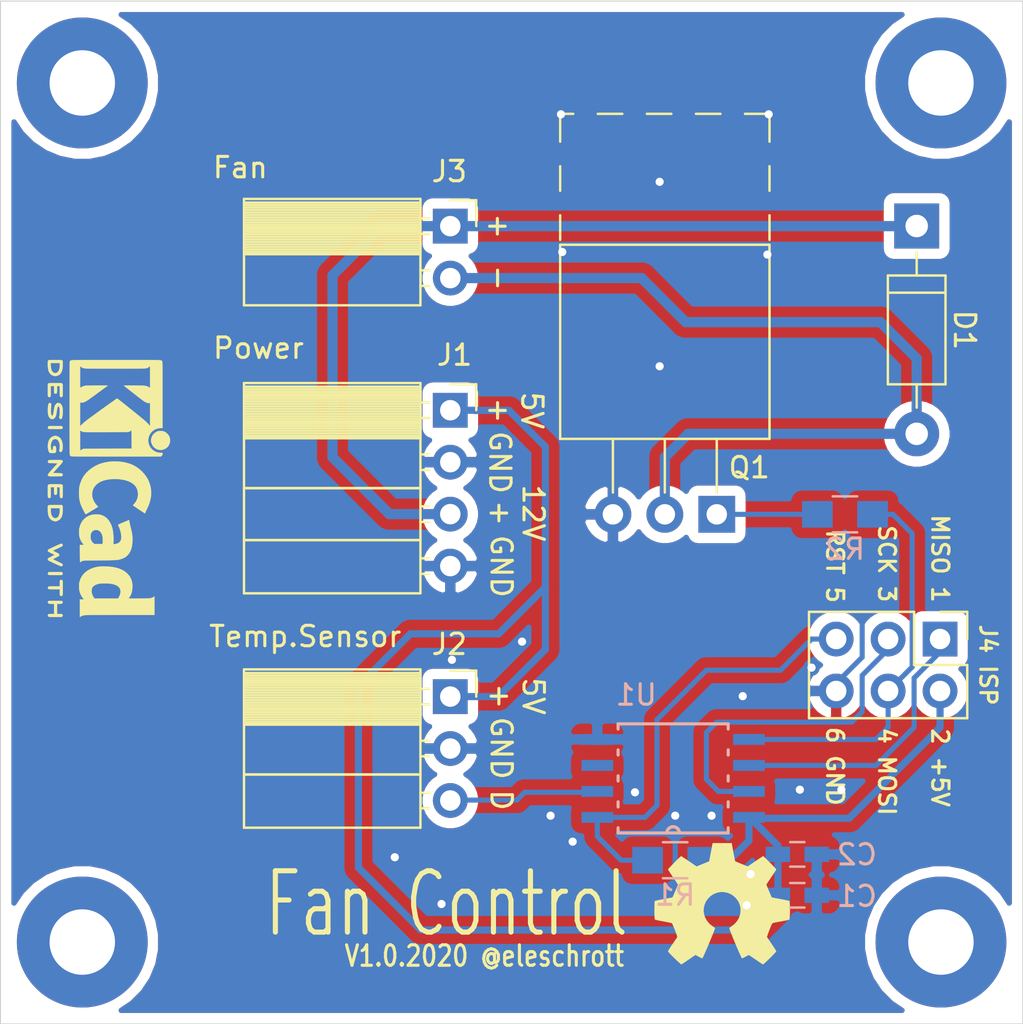
<source format=kicad_pcb>
(kicad_pcb (version 20171130) (host pcbnew "(5.1.5)-2")

  (general
    (thickness 1.6)
    (drawings 25)
    (tracks 161)
    (zones 0)
    (modules 17)
    (nets 12)
  )

  (page A4)
  (title_block
    (title "PWM Fan Control")
    (date 2020-01-28)
    (rev 1.0.2020)
    (company eleschrott)
  )

  (layers
    (0 F.Cu signal)
    (31 B.Cu signal)
    (32 B.Adhes user)
    (33 F.Adhes user)
    (34 B.Paste user)
    (35 F.Paste user)
    (36 B.SilkS user)
    (37 F.SilkS user)
    (38 B.Mask user)
    (39 F.Mask user)
    (40 Dwgs.User user)
    (41 Cmts.User user)
    (42 Eco1.User user)
    (43 Eco2.User user)
    (44 Edge.Cuts user)
    (45 Margin user)
    (46 B.CrtYd user)
    (47 F.CrtYd user)
    (48 B.Fab user)
    (49 F.Fab user)
  )

  (setup
    (last_trace_width 0.25)
    (trace_clearance 0.2)
    (zone_clearance 0.508)
    (zone_45_only no)
    (trace_min 0.2)
    (via_size 0.8)
    (via_drill 0.4)
    (via_min_size 0.4)
    (via_min_drill 0.3)
    (uvia_size 0.3)
    (uvia_drill 0.1)
    (uvias_allowed no)
    (uvia_min_size 0.2)
    (uvia_min_drill 0.1)
    (edge_width 0.05)
    (segment_width 0.2)
    (pcb_text_width 0.3)
    (pcb_text_size 1.5 1.5)
    (mod_edge_width 0.12)
    (mod_text_size 1 1)
    (mod_text_width 0.15)
    (pad_size 1.524 1.524)
    (pad_drill 0.762)
    (pad_to_mask_clearance 0.051)
    (solder_mask_min_width 0.25)
    (aux_axis_origin 0 0)
    (visible_elements 7FFFFF7F)
    (pcbplotparams
      (layerselection 0x010fc_ffffffff)
      (usegerberextensions false)
      (usegerberattributes false)
      (usegerberadvancedattributes false)
      (creategerberjobfile false)
      (excludeedgelayer true)
      (linewidth 0.200000)
      (plotframeref false)
      (viasonmask false)
      (mode 1)
      (useauxorigin false)
      (hpglpennumber 1)
      (hpglpenspeed 20)
      (hpglpendiameter 15.000000)
      (psnegative false)
      (psa4output false)
      (plotreference true)
      (plotvalue true)
      (plotinvisibletext false)
      (padsonsilk false)
      (subtractmaskfromsilk false)
      (outputformat 1)
      (mirror false)
      (drillshape 1)
      (scaleselection 1)
      (outputdirectory ""))
  )

  (net 0 "")
  (net 1 GND)
  (net 2 +5V)
  (net 3 FAN-)
  (net 4 FAN+)
  (net 5 TempSensor)
  (net 6 ICSP_RST)
  (net 7 ICSP_MOSI)
  (net 8 ICSP_SCK)
  (net 9 ICSP_MISO)
  (net 10 "Net-(Q1-Pad1)")
  (net 11 "Net-(U1-Pad3)")

  (net_class Default "Dies ist die voreingestellte Netzklasse."
    (clearance 0.2)
    (trace_width 0.25)
    (via_dia 0.8)
    (via_drill 0.4)
    (uvia_dia 0.3)
    (uvia_drill 0.1)
    (add_net GND)
    (add_net ICSP_MISO)
    (add_net ICSP_MOSI)
    (add_net ICSP_RST)
    (add_net ICSP_SCK)
    (add_net "Net-(Q1-Pad1)")
    (add_net "Net-(U1-Pad3)")
    (add_net TempSensor)
  )

  (net_class 12V ""
    (clearance 0.2)
    (trace_width 0.5)
    (via_dia 0.8)
    (via_drill 0.4)
    (uvia_dia 0.3)
    (uvia_drill 0.1)
    (add_net FAN+)
    (add_net FAN-)
  )

  (net_class 5V ""
    (clearance 0.2)
    (trace_width 0.35)
    (via_dia 0.8)
    (via_drill 0.4)
    (uvia_dia 0.3)
    (uvia_drill 0.1)
    (add_net +5V)
  )

  (module Symbols:OSHW-Symbol_6.7x6mm_SilkScreen (layer F.Cu) (tedit 0) (tstamp 5E2F0222)
    (at 145.288 104.14)
    (descr "Open Source Hardware Symbol")
    (tags "Logo Symbol OSHW")
    (attr virtual)
    (fp_text reference REF*** (at 0 0) (layer F.SilkS) hide
      (effects (font (size 1 1) (thickness 0.15)))
    )
    (fp_text value OSHW-Symbol_6.7x6mm_SilkScreen (at 0.75 0) (layer F.Fab) hide
      (effects (font (size 1 1) (thickness 0.15)))
    )
    (fp_poly (pts (xy 0.555814 -2.531069) (xy 0.639635 -2.086445) (xy 0.94892 -1.958947) (xy 1.258206 -1.831449)
      (xy 1.629246 -2.083754) (xy 1.733157 -2.154004) (xy 1.827087 -2.216728) (xy 1.906652 -2.269062)
      (xy 1.96747 -2.308143) (xy 2.005157 -2.331107) (xy 2.015421 -2.336058) (xy 2.03391 -2.323324)
      (xy 2.07342 -2.288118) (xy 2.129522 -2.234938) (xy 2.197787 -2.168282) (xy 2.273786 -2.092646)
      (xy 2.353092 -2.012528) (xy 2.431275 -1.932426) (xy 2.503907 -1.856836) (xy 2.566559 -1.790255)
      (xy 2.614803 -1.737182) (xy 2.64421 -1.702113) (xy 2.651241 -1.690377) (xy 2.641123 -1.66874)
      (xy 2.612759 -1.621338) (xy 2.569129 -1.552807) (xy 2.513218 -1.467785) (xy 2.448006 -1.370907)
      (xy 2.410219 -1.31565) (xy 2.341343 -1.214752) (xy 2.28014 -1.123701) (xy 2.229578 -1.04703)
      (xy 2.192628 -0.989272) (xy 2.172258 -0.954957) (xy 2.169197 -0.947746) (xy 2.176136 -0.927252)
      (xy 2.195051 -0.879487) (xy 2.223087 -0.811168) (xy 2.257391 -0.729011) (xy 2.295109 -0.63973)
      (xy 2.333387 -0.550042) (xy 2.36937 -0.466662) (xy 2.400206 -0.396306) (xy 2.423039 -0.34569)
      (xy 2.435017 -0.321529) (xy 2.435724 -0.320578) (xy 2.454531 -0.315964) (xy 2.504618 -0.305672)
      (xy 2.580793 -0.290713) (xy 2.677865 -0.272099) (xy 2.790643 -0.250841) (xy 2.856442 -0.238582)
      (xy 2.97695 -0.215638) (xy 3.085797 -0.193805) (xy 3.177476 -0.174278) (xy 3.246481 -0.158252)
      (xy 3.287304 -0.146921) (xy 3.295511 -0.143326) (xy 3.303548 -0.118994) (xy 3.310033 -0.064041)
      (xy 3.31497 0.015108) (xy 3.318364 0.112026) (xy 3.320218 0.220287) (xy 3.320538 0.333465)
      (xy 3.319327 0.445135) (xy 3.31659 0.548868) (xy 3.312331 0.638241) (xy 3.306555 0.706826)
      (xy 3.299267 0.748197) (xy 3.294895 0.75681) (xy 3.268764 0.767133) (xy 3.213393 0.781892)
      (xy 3.136107 0.799352) (xy 3.04423 0.81778) (xy 3.012158 0.823741) (xy 2.857524 0.852066)
      (xy 2.735375 0.874876) (xy 2.641673 0.89308) (xy 2.572384 0.907583) (xy 2.523471 0.919292)
      (xy 2.490897 0.929115) (xy 2.470628 0.937956) (xy 2.458626 0.946724) (xy 2.456947 0.948457)
      (xy 2.440184 0.976371) (xy 2.414614 1.030695) (xy 2.382788 1.104777) (xy 2.34726 1.191965)
      (xy 2.310583 1.285608) (xy 2.275311 1.379052) (xy 2.243996 1.465647) (xy 2.219193 1.53874)
      (xy 2.203454 1.591678) (xy 2.199332 1.617811) (xy 2.199676 1.618726) (xy 2.213641 1.640086)
      (xy 2.245322 1.687084) (xy 2.291391 1.754827) (xy 2.348518 1.838423) (xy 2.413373 1.932982)
      (xy 2.431843 1.959854) (xy 2.497699 2.057275) (xy 2.55565 2.146163) (xy 2.602538 2.221412)
      (xy 2.635207 2.27792) (xy 2.6505 2.310581) (xy 2.651241 2.314593) (xy 2.638392 2.335684)
      (xy 2.602888 2.377464) (xy 2.549293 2.435445) (xy 2.482171 2.505135) (xy 2.406087 2.582045)
      (xy 2.325604 2.661683) (xy 2.245287 2.739561) (xy 2.169699 2.811186) (xy 2.103405 2.87207)
      (xy 2.050969 2.917721) (xy 2.016955 2.94365) (xy 2.007545 2.947883) (xy 1.985643 2.937912)
      (xy 1.9408 2.91102) (xy 1.880321 2.871736) (xy 1.833789 2.840117) (xy 1.749475 2.782098)
      (xy 1.649626 2.713784) (xy 1.549473 2.645579) (xy 1.495627 2.609075) (xy 1.313371 2.4858)
      (xy 1.160381 2.56852) (xy 1.090682 2.604759) (xy 1.031414 2.632926) (xy 0.991311 2.648991)
      (xy 0.981103 2.651226) (xy 0.968829 2.634722) (xy 0.944613 2.588082) (xy 0.910263 2.515609)
      (xy 0.867588 2.421606) (xy 0.818394 2.310374) (xy 0.76449 2.186215) (xy 0.707684 2.053432)
      (xy 0.649782 1.916327) (xy 0.592593 1.779202) (xy 0.537924 1.646358) (xy 0.487584 1.522098)
      (xy 0.44338 1.410725) (xy 0.407119 1.316539) (xy 0.380609 1.243844) (xy 0.365658 1.196941)
      (xy 0.363254 1.180833) (xy 0.382311 1.160286) (xy 0.424036 1.126933) (xy 0.479706 1.087702)
      (xy 0.484378 1.084599) (xy 0.628264 0.969423) (xy 0.744283 0.835053) (xy 0.83143 0.685784)
      (xy 0.888699 0.525913) (xy 0.915086 0.359737) (xy 0.909585 0.191552) (xy 0.87119 0.025655)
      (xy 0.798895 -0.133658) (xy 0.777626 -0.168513) (xy 0.666996 -0.309263) (xy 0.536302 -0.422286)
      (xy 0.390064 -0.506997) (xy 0.232808 -0.562806) (xy 0.069057 -0.589126) (xy -0.096667 -0.58537)
      (xy -0.259838 -0.55095) (xy -0.415935 -0.485277) (xy -0.560433 -0.387765) (xy -0.605131 -0.348187)
      (xy -0.718888 -0.224297) (xy -0.801782 -0.093876) (xy -0.858644 0.052315) (xy -0.890313 0.197088)
      (xy -0.898131 0.35986) (xy -0.872062 0.52344) (xy -0.814755 0.682298) (xy -0.728856 0.830906)
      (xy -0.617014 0.963735) (xy -0.481877 1.075256) (xy -0.464117 1.087011) (xy -0.40785 1.125508)
      (xy -0.365077 1.158863) (xy -0.344628 1.18016) (xy -0.344331 1.180833) (xy -0.348721 1.203871)
      (xy -0.366124 1.256157) (xy -0.394732 1.33339) (xy -0.432735 1.431268) (xy -0.478326 1.545491)
      (xy -0.529697 1.671758) (xy -0.585038 1.805767) (xy -0.642542 1.943218) (xy -0.700399 2.079808)
      (xy -0.756802 2.211237) (xy -0.809942 2.333205) (xy -0.85801 2.441409) (xy -0.899199 2.531549)
      (xy -0.931699 2.599323) (xy -0.953703 2.64043) (xy -0.962564 2.651226) (xy -0.98964 2.642819)
      (xy -1.040303 2.620272) (xy -1.105817 2.587613) (xy -1.141841 2.56852) (xy -1.294832 2.4858)
      (xy -1.477088 2.609075) (xy -1.570125 2.672228) (xy -1.671985 2.741727) (xy -1.767438 2.807165)
      (xy -1.81525 2.840117) (xy -1.882495 2.885273) (xy -1.939436 2.921057) (xy -1.978646 2.942938)
      (xy -1.991381 2.947563) (xy -2.009917 2.935085) (xy -2.050941 2.900252) (xy -2.110475 2.846678)
      (xy -2.184542 2.777983) (xy -2.269165 2.697781) (xy -2.322685 2.646286) (xy -2.416319 2.554286)
      (xy -2.497241 2.471999) (xy -2.562177 2.402945) (xy -2.607858 2.350644) (xy -2.631011 2.318616)
      (xy -2.633232 2.312116) (xy -2.622924 2.287394) (xy -2.594439 2.237405) (xy -2.550937 2.167212)
      (xy -2.495577 2.081875) (xy -2.43152 1.986456) (xy -2.413303 1.959854) (xy -2.346927 1.863167)
      (xy -2.287378 1.776117) (xy -2.237984 1.703595) (xy -2.202075 1.650493) (xy -2.182981 1.621703)
      (xy -2.181136 1.618726) (xy -2.183895 1.595782) (xy -2.198538 1.545336) (xy -2.222513 1.474041)
      (xy -2.253266 1.388547) (xy -2.288244 1.295507) (xy -2.324893 1.201574) (xy -2.360661 1.113399)
      (xy -2.392994 1.037634) (xy -2.419338 0.980931) (xy -2.437142 0.949943) (xy -2.438407 0.948457)
      (xy -2.449294 0.939601) (xy -2.467682 0.930843) (xy -2.497606 0.921277) (xy -2.543103 0.909996)
      (xy -2.608209 0.896093) (xy -2.696961 0.878663) (xy -2.813393 0.856798) (xy -2.961542 0.829591)
      (xy -2.993618 0.823741) (xy -3.088686 0.805374) (xy -3.171565 0.787405) (xy -3.23493 0.771569)
      (xy -3.271458 0.7596) (xy -3.276356 0.75681) (xy -3.284427 0.732072) (xy -3.290987 0.67679)
      (xy -3.296033 0.597389) (xy -3.299559 0.500296) (xy -3.301561 0.391938) (xy -3.302036 0.27874)
      (xy -3.300977 0.167128) (xy -3.298382 0.063529) (xy -3.294246 -0.025632) (xy -3.288563 -0.093928)
      (xy -3.281331 -0.134934) (xy -3.276971 -0.143326) (xy -3.252698 -0.151792) (xy -3.197426 -0.165565)
      (xy -3.116662 -0.18345) (xy -3.015912 -0.204252) (xy -2.900683 -0.226777) (xy -2.837902 -0.238582)
      (xy -2.718787 -0.260849) (xy -2.612565 -0.281021) (xy -2.524427 -0.298085) (xy -2.459566 -0.311031)
      (xy -2.423174 -0.318845) (xy -2.417184 -0.320578) (xy -2.407061 -0.34011) (xy -2.385662 -0.387157)
      (xy -2.355839 -0.454997) (xy -2.320445 -0.536909) (xy -2.282332 -0.626172) (xy -2.244353 -0.716065)
      (xy -2.20936 -0.799865) (xy -2.180206 -0.870853) (xy -2.159743 -0.922306) (xy -2.150823 -0.947503)
      (xy -2.150657 -0.948604) (xy -2.160769 -0.968481) (xy -2.189117 -1.014223) (xy -2.232723 -1.081283)
      (xy -2.288606 -1.165116) (xy -2.353787 -1.261174) (xy -2.391679 -1.31635) (xy -2.460725 -1.417519)
      (xy -2.52205 -1.50937) (xy -2.572663 -1.587256) (xy -2.609571 -1.646531) (xy -2.629782 -1.682549)
      (xy -2.632701 -1.690623) (xy -2.620153 -1.709416) (xy -2.585463 -1.749543) (xy -2.533063 -1.806507)
      (xy -2.467384 -1.875815) (xy -2.392856 -1.952969) (xy -2.313913 -2.033475) (xy -2.234983 -2.112837)
      (xy -2.1605 -2.18656) (xy -2.094894 -2.250148) (xy -2.042596 -2.299106) (xy -2.008039 -2.328939)
      (xy -1.996478 -2.336058) (xy -1.977654 -2.326047) (xy -1.932631 -2.297922) (xy -1.865787 -2.254546)
      (xy -1.781499 -2.198782) (xy -1.684144 -2.133494) (xy -1.610707 -2.083754) (xy -1.239667 -1.831449)
      (xy -0.621095 -2.086445) (xy -0.537275 -2.531069) (xy -0.453454 -2.975693) (xy 0.471994 -2.975693)
      (xy 0.555814 -2.531069)) (layer F.SilkS) (width 0.01))
  )

  (module Symbols:KiCad-Logo2_6mm_SilkScreen (layer F.Cu) (tedit 0) (tstamp 5E2EFF83)
    (at 115.316 83.82 270)
    (descr "KiCad Logo")
    (tags "Logo KiCad")
    (attr virtual)
    (fp_text reference REF*** (at 0 0 90) (layer F.SilkS) hide
      (effects (font (size 1 1) (thickness 0.15)))
    )
    (fp_text value KiCad-Logo2_6mm_SilkScreen (at 0.75 0 90) (layer F.Fab) hide
      (effects (font (size 1 1) (thickness 0.15)))
    )
    (fp_poly (pts (xy -6.121371 2.269066) (xy -6.081889 2.269467) (xy -5.9662 2.272259) (xy -5.869311 2.28055)
      (xy -5.787919 2.295232) (xy -5.718723 2.317193) (xy -5.65842 2.347322) (xy -5.603708 2.38651)
      (xy -5.584167 2.403532) (xy -5.55175 2.443363) (xy -5.52252 2.497413) (xy -5.499991 2.557323)
      (xy -5.487679 2.614739) (xy -5.4864 2.635956) (xy -5.494417 2.694769) (xy -5.515899 2.759013)
      (xy -5.546999 2.819821) (xy -5.583866 2.86833) (xy -5.589854 2.874182) (xy -5.640579 2.915321)
      (xy -5.696125 2.947435) (xy -5.759696 2.971365) (xy -5.834494 2.987953) (xy -5.923722 2.998041)
      (xy -6.030582 3.002469) (xy -6.079528 3.002845) (xy -6.141762 3.002545) (xy -6.185528 3.001292)
      (xy -6.214931 2.998554) (xy -6.234079 2.993801) (xy -6.247077 2.986501) (xy -6.254045 2.980267)
      (xy -6.260626 2.972694) (xy -6.265788 2.962924) (xy -6.269703 2.94834) (xy -6.272543 2.926326)
      (xy -6.27448 2.894264) (xy -6.275684 2.849536) (xy -6.276328 2.789526) (xy -6.276583 2.711617)
      (xy -6.276622 2.635956) (xy -6.27687 2.535041) (xy -6.276817 2.454427) (xy -6.275857 2.415822)
      (xy -6.129867 2.415822) (xy -6.129867 2.856089) (xy -6.036734 2.856004) (xy -5.980693 2.854396)
      (xy -5.921999 2.850256) (xy -5.873028 2.844464) (xy -5.871538 2.844226) (xy -5.792392 2.82509)
      (xy -5.731002 2.795287) (xy -5.684305 2.752878) (xy -5.654635 2.706961) (xy -5.636353 2.656026)
      (xy -5.637771 2.6082) (xy -5.658988 2.556933) (xy -5.700489 2.503899) (xy -5.757998 2.4646)
      (xy -5.83275 2.438331) (xy -5.882708 2.429035) (xy -5.939416 2.422507) (xy -5.999519 2.417782)
      (xy -6.050639 2.415817) (xy -6.053667 2.415808) (xy -6.129867 2.415822) (xy -6.275857 2.415822)
      (xy -6.27526 2.391851) (xy -6.270998 2.345055) (xy -6.26283 2.311778) (xy -6.249556 2.289759)
      (xy -6.229974 2.276739) (xy -6.202883 2.270457) (xy -6.167082 2.268653) (xy -6.121371 2.269066)) (layer F.SilkS) (width 0.01))
    (fp_poly (pts (xy -4.712794 2.269146) (xy -4.643386 2.269518) (xy -4.590997 2.270385) (xy -4.552847 2.271946)
      (xy -4.526159 2.274403) (xy -4.508153 2.277957) (xy -4.496049 2.28281) (xy -4.487069 2.289161)
      (xy -4.483818 2.292084) (xy -4.464043 2.323142) (xy -4.460482 2.358828) (xy -4.473491 2.39051)
      (xy -4.479506 2.396913) (xy -4.489235 2.403121) (xy -4.504901 2.40791) (xy -4.529408 2.411514)
      (xy -4.565661 2.414164) (xy -4.616565 2.416095) (xy -4.685026 2.417539) (xy -4.747617 2.418418)
      (xy -4.995334 2.421467) (xy -4.998719 2.486378) (xy -5.002105 2.551289) (xy -4.833958 2.551289)
      (xy -4.760959 2.551919) (xy -4.707517 2.554553) (xy -4.670628 2.560309) (xy -4.647288 2.570304)
      (xy -4.634494 2.585656) (xy -4.629242 2.607482) (xy -4.628445 2.627738) (xy -4.630923 2.652592)
      (xy -4.640277 2.670906) (xy -4.659383 2.683637) (xy -4.691118 2.691741) (xy -4.738359 2.696176)
      (xy -4.803983 2.697899) (xy -4.839801 2.698045) (xy -5.000978 2.698045) (xy -5.000978 2.856089)
      (xy -4.752622 2.856089) (xy -4.671213 2.856202) (xy -4.609342 2.856712) (xy -4.563968 2.85787)
      (xy -4.532054 2.85993) (xy -4.510559 2.863146) (xy -4.496443 2.867772) (xy -4.486668 2.874059)
      (xy -4.481689 2.878667) (xy -4.46461 2.90556) (xy -4.459111 2.929467) (xy -4.466963 2.958667)
      (xy -4.481689 2.980267) (xy -4.489546 2.987066) (xy -4.499688 2.992346) (xy -4.514844 2.996298)
      (xy -4.537741 2.999113) (xy -4.571109 3.000982) (xy -4.617675 3.002098) (xy -4.680167 3.002651)
      (xy -4.761314 3.002833) (xy -4.803422 3.002845) (xy -4.893598 3.002765) (xy -4.963924 3.002398)
      (xy -5.017129 3.001552) (xy -5.05594 3.000036) (xy -5.083087 2.997659) (xy -5.101298 2.994229)
      (xy -5.1133 2.989554) (xy -5.121822 2.983444) (xy -5.125156 2.980267) (xy -5.131755 2.97267)
      (xy -5.136927 2.96287) (xy -5.140846 2.948239) (xy -5.143684 2.926152) (xy -5.145615 2.893982)
      (xy -5.146812 2.849103) (xy -5.147448 2.788889) (xy -5.147697 2.710713) (xy -5.147734 2.637923)
      (xy -5.1477 2.544707) (xy -5.147465 2.471431) (xy -5.14683 2.415458) (xy -5.145594 2.374151)
      (xy -5.143556 2.344872) (xy -5.140517 2.324984) (xy -5.136277 2.31185) (xy -5.130635 2.302832)
      (xy -5.123391 2.295293) (xy -5.121606 2.293612) (xy -5.112945 2.286172) (xy -5.102882 2.280409)
      (xy -5.088625 2.276112) (xy -5.067383 2.273064) (xy -5.036364 2.271051) (xy -4.992777 2.26986)
      (xy -4.933831 2.269275) (xy -4.856734 2.269083) (xy -4.802001 2.269067) (xy -4.712794 2.269146)) (layer F.SilkS) (width 0.01))
    (fp_poly (pts (xy -3.691703 2.270351) (xy -3.616888 2.275581) (xy -3.547306 2.28375) (xy -3.487002 2.29455)
      (xy -3.44002 2.307673) (xy -3.410406 2.322813) (xy -3.40586 2.327269) (xy -3.390054 2.36185)
      (xy -3.394847 2.397351) (xy -3.419364 2.427725) (xy -3.420534 2.428596) (xy -3.434954 2.437954)
      (xy -3.450008 2.442876) (xy -3.471005 2.443473) (xy -3.503257 2.439861) (xy -3.552073 2.432154)
      (xy -3.556 2.431505) (xy -3.628739 2.422569) (xy -3.707217 2.418161) (xy -3.785927 2.418119)
      (xy -3.859361 2.422279) (xy -3.922011 2.430479) (xy -3.96837 2.442557) (xy -3.971416 2.443771)
      (xy -4.005048 2.462615) (xy -4.016864 2.481685) (xy -4.007614 2.500439) (xy -3.978047 2.518337)
      (xy -3.928911 2.534837) (xy -3.860957 2.549396) (xy -3.815645 2.556406) (xy -3.721456 2.569889)
      (xy -3.646544 2.582214) (xy -3.587717 2.594449) (xy -3.541785 2.607661) (xy -3.505555 2.622917)
      (xy -3.475838 2.641285) (xy -3.449442 2.663831) (xy -3.42823 2.685971) (xy -3.403065 2.716819)
      (xy -3.390681 2.743345) (xy -3.386808 2.776026) (xy -3.386667 2.787995) (xy -3.389576 2.827712)
      (xy -3.401202 2.857259) (xy -3.421323 2.883486) (xy -3.462216 2.923576) (xy -3.507817 2.954149)
      (xy -3.561513 2.976203) (xy -3.626692 2.990735) (xy -3.706744 2.998741) (xy -3.805057 3.001218)
      (xy -3.821289 3.001177) (xy -3.886849 2.999818) (xy -3.951866 2.99673) (xy -4.009252 2.992356)
      (xy -4.051922 2.98714) (xy -4.055372 2.986541) (xy -4.097796 2.976491) (xy -4.13378 2.963796)
      (xy -4.15415 2.95219) (xy -4.173107 2.921572) (xy -4.174427 2.885918) (xy -4.158085 2.854144)
      (xy -4.154429 2.850551) (xy -4.139315 2.839876) (xy -4.120415 2.835276) (xy -4.091162 2.836059)
      (xy -4.055651 2.840127) (xy -4.01597 2.843762) (xy -3.960345 2.846828) (xy -3.895406 2.849053)
      (xy -3.827785 2.850164) (xy -3.81 2.850237) (xy -3.742128 2.849964) (xy -3.692454 2.848646)
      (xy -3.65661 2.845827) (xy -3.630224 2.84105) (xy -3.608926 2.833857) (xy -3.596126 2.827867)
      (xy -3.568 2.811233) (xy -3.550068 2.796168) (xy -3.547447 2.791897) (xy -3.552976 2.774263)
      (xy -3.57926 2.757192) (xy -3.624478 2.741458) (xy -3.686808 2.727838) (xy -3.705171 2.724804)
      (xy -3.80109 2.709738) (xy -3.877641 2.697146) (xy -3.93778 2.686111) (xy -3.98446 2.67572)
      (xy -4.020637 2.665056) (xy -4.049265 2.653205) (xy -4.073298 2.639251) (xy -4.095692 2.622281)
      (xy -4.119402 2.601378) (xy -4.12738 2.594049) (xy -4.155353 2.566699) (xy -4.17016 2.545029)
      (xy -4.175952 2.520232) (xy -4.176889 2.488983) (xy -4.166575 2.427705) (xy -4.135752 2.37564)
      (xy -4.084595 2.332958) (xy -4.013283 2.299825) (xy -3.9624 2.284964) (xy -3.9071 2.275366)
      (xy -3.840853 2.269936) (xy -3.767706 2.268367) (xy -3.691703 2.270351)) (layer F.SilkS) (width 0.01))
    (fp_poly (pts (xy -2.923822 2.291645) (xy -2.917242 2.299218) (xy -2.912079 2.308987) (xy -2.908164 2.323571)
      (xy -2.905324 2.345585) (xy -2.903387 2.377648) (xy -2.902183 2.422375) (xy -2.901539 2.482385)
      (xy -2.901284 2.560294) (xy -2.901245 2.635956) (xy -2.901314 2.729802) (xy -2.901638 2.803689)
      (xy -2.902386 2.860232) (xy -2.903732 2.902049) (xy -2.905846 2.931757) (xy -2.9089 2.951973)
      (xy -2.913066 2.965314) (xy -2.918516 2.974398) (xy -2.923822 2.980267) (xy -2.956826 2.999947)
      (xy -2.991991 2.998181) (xy -3.023455 2.976717) (xy -3.030684 2.968337) (xy -3.036334 2.958614)
      (xy -3.040599 2.944861) (xy -3.043673 2.924389) (xy -3.045752 2.894512) (xy -3.04703 2.852541)
      (xy -3.047701 2.795789) (xy -3.047959 2.721567) (xy -3.048 2.637537) (xy -3.048 2.324485)
      (xy -3.020291 2.296776) (xy -2.986137 2.273463) (xy -2.953006 2.272623) (xy -2.923822 2.291645)) (layer F.SilkS) (width 0.01))
    (fp_poly (pts (xy -1.950081 2.274599) (xy -1.881565 2.286095) (xy -1.828943 2.303967) (xy -1.794708 2.327499)
      (xy -1.785379 2.340924) (xy -1.775893 2.372148) (xy -1.782277 2.400395) (xy -1.80243 2.427182)
      (xy -1.833745 2.439713) (xy -1.879183 2.438696) (xy -1.914326 2.431906) (xy -1.992419 2.418971)
      (xy -2.072226 2.417742) (xy -2.161555 2.428241) (xy -2.186229 2.43269) (xy -2.269291 2.456108)
      (xy -2.334273 2.490945) (xy -2.380461 2.536604) (xy -2.407145 2.592494) (xy -2.412663 2.621388)
      (xy -2.409051 2.680012) (xy -2.385729 2.731879) (xy -2.344824 2.775978) (xy -2.288459 2.811299)
      (xy -2.21876 2.836829) (xy -2.137852 2.851559) (xy -2.04786 2.854478) (xy -1.95091 2.844575)
      (xy -1.945436 2.843641) (xy -1.906875 2.836459) (xy -1.885494 2.829521) (xy -1.876227 2.819227)
      (xy -1.874006 2.801976) (xy -1.873956 2.792841) (xy -1.873956 2.754489) (xy -1.942431 2.754489)
      (xy -2.0029 2.750347) (xy -2.044165 2.737147) (xy -2.068175 2.71373) (xy -2.076877 2.678936)
      (xy -2.076983 2.674394) (xy -2.071892 2.644654) (xy -2.054433 2.623419) (xy -2.021939 2.609366)
      (xy -1.971743 2.601173) (xy -1.923123 2.598161) (xy -1.852456 2.596433) (xy -1.801198 2.59907)
      (xy -1.766239 2.6088) (xy -1.74447 2.628353) (xy -1.73278 2.660456) (xy -1.72806 2.707838)
      (xy -1.7272 2.770071) (xy -1.728609 2.839535) (xy -1.732848 2.886786) (xy -1.739936 2.912012)
      (xy -1.741311 2.913988) (xy -1.780228 2.945508) (xy -1.837286 2.97047) (xy -1.908869 2.98834)
      (xy -1.991358 2.998586) (xy -2.081139 3.000673) (xy -2.174592 2.994068) (xy -2.229556 2.985956)
      (xy -2.315766 2.961554) (xy -2.395892 2.921662) (xy -2.462977 2.869887) (xy -2.473173 2.859539)
      (xy -2.506302 2.816035) (xy -2.536194 2.762118) (xy -2.559357 2.705592) (xy -2.572298 2.654259)
      (xy -2.573858 2.634544) (xy -2.567218 2.593419) (xy -2.549568 2.542252) (xy -2.524297 2.488394)
      (xy -2.494789 2.439195) (xy -2.468719 2.406334) (xy -2.407765 2.357452) (xy -2.328969 2.318545)
      (xy -2.235157 2.290494) (xy -2.12915 2.274179) (xy -2.032 2.270192) (xy -1.950081 2.274599)) (layer F.SilkS) (width 0.01))
    (fp_poly (pts (xy -1.300114 2.273448) (xy -1.276548 2.287273) (xy -1.245735 2.309881) (xy -1.206078 2.342338)
      (xy -1.15598 2.385708) (xy -1.093843 2.441058) (xy -1.018072 2.509451) (xy -0.931334 2.588084)
      (xy -0.750711 2.751878) (xy -0.745067 2.532029) (xy -0.743029 2.456351) (xy -0.741063 2.399994)
      (xy -0.738734 2.359706) (xy -0.735606 2.332235) (xy -0.731245 2.314329) (xy -0.725216 2.302737)
      (xy -0.717084 2.294208) (xy -0.712772 2.290623) (xy -0.678241 2.27167) (xy -0.645383 2.274441)
      (xy -0.619318 2.290633) (xy -0.592667 2.312199) (xy -0.589352 2.627151) (xy -0.588435 2.719779)
      (xy -0.587968 2.792544) (xy -0.588113 2.848161) (xy -0.589032 2.889342) (xy -0.590887 2.918803)
      (xy -0.593839 2.939255) (xy -0.59805 2.953413) (xy -0.603682 2.963991) (xy -0.609927 2.972474)
      (xy -0.623439 2.988207) (xy -0.636883 2.998636) (xy -0.652124 3.002639) (xy -0.671026 2.999094)
      (xy -0.695455 2.986879) (xy -0.727273 2.964871) (xy -0.768348 2.931949) (xy -0.820542 2.886991)
      (xy -0.885722 2.828875) (xy -0.959556 2.762099) (xy -1.224845 2.521458) (xy -1.230489 2.740589)
      (xy -1.232531 2.816128) (xy -1.234502 2.872354) (xy -1.236839 2.912524) (xy -1.239981 2.939896)
      (xy -1.244364 2.957728) (xy -1.250424 2.969279) (xy -1.2586 2.977807) (xy -1.262784 2.981282)
      (xy -1.299765 3.000372) (xy -1.334708 2.997493) (xy -1.365136 2.9731) (xy -1.372097 2.963286)
      (xy -1.377523 2.951826) (xy -1.381603 2.935968) (xy -1.384529 2.912963) (xy -1.386492 2.880062)
      (xy -1.387683 2.834516) (xy -1.388292 2.773573) (xy -1.388511 2.694486) (xy -1.388534 2.635956)
      (xy -1.38846 2.544407) (xy -1.388113 2.472687) (xy -1.387301 2.418045) (xy -1.385833 2.377732)
      (xy -1.383519 2.348998) (xy -1.380167 2.329093) (xy -1.375588 2.315268) (xy -1.369589 2.304772)
      (xy -1.365136 2.298811) (xy -1.35385 2.284691) (xy -1.343301 2.274029) (xy -1.331893 2.267892)
      (xy -1.31803 2.267343) (xy -1.300114 2.273448)) (layer F.SilkS) (width 0.01))
    (fp_poly (pts (xy 0.230343 2.26926) (xy 0.306701 2.270174) (xy 0.365217 2.272311) (xy 0.408255 2.276175)
      (xy 0.438183 2.282267) (xy 0.457368 2.29109) (xy 0.468176 2.303146) (xy 0.472973 2.318939)
      (xy 0.474127 2.33897) (xy 0.474133 2.341335) (xy 0.473131 2.363992) (xy 0.468396 2.381503)
      (xy 0.457333 2.394574) (xy 0.437348 2.403913) (xy 0.405846 2.410227) (xy 0.360232 2.414222)
      (xy 0.297913 2.416606) (xy 0.216293 2.418086) (xy 0.191277 2.418414) (xy -0.0508 2.421467)
      (xy -0.054186 2.486378) (xy -0.057571 2.551289) (xy 0.110576 2.551289) (xy 0.176266 2.551531)
      (xy 0.223172 2.552556) (xy 0.255083 2.554811) (xy 0.275791 2.558742) (xy 0.289084 2.564798)
      (xy 0.298755 2.573424) (xy 0.298817 2.573493) (xy 0.316356 2.607112) (xy 0.315722 2.643448)
      (xy 0.297314 2.674423) (xy 0.293671 2.677607) (xy 0.280741 2.685812) (xy 0.263024 2.691521)
      (xy 0.23657 2.695162) (xy 0.197432 2.697167) (xy 0.141662 2.697964) (xy 0.105994 2.698045)
      (xy -0.056445 2.698045) (xy -0.056445 2.856089) (xy 0.190161 2.856089) (xy 0.27158 2.856231)
      (xy 0.33341 2.856814) (xy 0.378637 2.858068) (xy 0.410248 2.860227) (xy 0.431231 2.863523)
      (xy 0.444573 2.868189) (xy 0.453261 2.874457) (xy 0.45545 2.876733) (xy 0.471614 2.90828)
      (xy 0.472797 2.944168) (xy 0.459536 2.975285) (xy 0.449043 2.985271) (xy 0.438129 2.990769)
      (xy 0.421217 2.995022) (xy 0.395633 2.99818) (xy 0.358701 3.000392) (xy 0.307746 3.001806)
      (xy 0.240094 3.002572) (xy 0.153069 3.002838) (xy 0.133394 3.002845) (xy 0.044911 3.002787)
      (xy -0.023773 3.002467) (xy -0.075436 3.001667) (xy -0.112855 3.000167) (xy -0.13881 2.997749)
      (xy -0.156078 2.994194) (xy -0.167438 2.989282) (xy -0.175668 2.982795) (xy -0.180183 2.978138)
      (xy -0.186979 2.969889) (xy -0.192288 2.959669) (xy -0.196294 2.9448) (xy -0.199179 2.922602)
      (xy -0.201126 2.890393) (xy -0.202319 2.845496) (xy -0.202939 2.785228) (xy -0.203171 2.706911)
      (xy -0.2032 2.640994) (xy -0.203129 2.548628) (xy -0.202792 2.476117) (xy -0.202002 2.420737)
      (xy -0.200574 2.379765) (xy -0.198321 2.350478) (xy -0.195057 2.330153) (xy -0.190596 2.316066)
      (xy -0.184752 2.305495) (xy -0.179803 2.298811) (xy -0.156406 2.269067) (xy 0.133774 2.269067)
      (xy 0.230343 2.26926)) (layer F.SilkS) (width 0.01))
    (fp_poly (pts (xy 1.018309 2.269275) (xy 1.147288 2.273636) (xy 1.256991 2.286861) (xy 1.349226 2.309741)
      (xy 1.425802 2.34307) (xy 1.488527 2.387638) (xy 1.539212 2.444236) (xy 1.579663 2.513658)
      (xy 1.580459 2.515351) (xy 1.604601 2.577483) (xy 1.613203 2.632509) (xy 1.606231 2.687887)
      (xy 1.583654 2.751073) (xy 1.579372 2.760689) (xy 1.550172 2.816966) (xy 1.517356 2.860451)
      (xy 1.475002 2.897417) (xy 1.41719 2.934135) (xy 1.413831 2.936052) (xy 1.363504 2.960227)
      (xy 1.306621 2.978282) (xy 1.239527 2.990839) (xy 1.158565 2.998522) (xy 1.060082 3.001953)
      (xy 1.025286 3.002251) (xy 0.859594 3.002845) (xy 0.836197 2.9731) (xy 0.829257 2.963319)
      (xy 0.823842 2.951897) (xy 0.819765 2.936095) (xy 0.816837 2.913175) (xy 0.814867 2.880396)
      (xy 0.814225 2.856089) (xy 0.970844 2.856089) (xy 1.064726 2.856089) (xy 1.119664 2.854483)
      (xy 1.17606 2.850255) (xy 1.222345 2.844292) (xy 1.225139 2.84379) (xy 1.307348 2.821736)
      (xy 1.371114 2.7886) (xy 1.418452 2.742847) (xy 1.451382 2.682939) (xy 1.457108 2.667061)
      (xy 1.462721 2.642333) (xy 1.460291 2.617902) (xy 1.448467 2.5854) (xy 1.44134 2.569434)
      (xy 1.418 2.527006) (xy 1.38988 2.49724) (xy 1.35894 2.476511) (xy 1.296966 2.449537)
      (xy 1.217651 2.429998) (xy 1.125253 2.418746) (xy 1.058333 2.41627) (xy 0.970844 2.415822)
      (xy 0.970844 2.856089) (xy 0.814225 2.856089) (xy 0.813668 2.835021) (xy 0.81305 2.774311)
      (xy 0.812825 2.695526) (xy 0.8128 2.63392) (xy 0.8128 2.324485) (xy 0.840509 2.296776)
      (xy 0.852806 2.285544) (xy 0.866103 2.277853) (xy 0.884672 2.27304) (xy 0.912786 2.270446)
      (xy 0.954717 2.26941) (xy 1.014737 2.26927) (xy 1.018309 2.269275)) (layer F.SilkS) (width 0.01))
    (fp_poly (pts (xy 3.744665 2.271034) (xy 3.764255 2.278035) (xy 3.76501 2.278377) (xy 3.791613 2.298678)
      (xy 3.80627 2.319561) (xy 3.809138 2.329352) (xy 3.808996 2.342361) (xy 3.804961 2.360895)
      (xy 3.796146 2.387257) (xy 3.781669 2.423752) (xy 3.760645 2.472687) (xy 3.732188 2.536365)
      (xy 3.695415 2.617093) (xy 3.675175 2.661216) (xy 3.638625 2.739985) (xy 3.604315 2.812423)
      (xy 3.573552 2.87588) (xy 3.547648 2.927708) (xy 3.52791 2.965259) (xy 3.51565 2.985884)
      (xy 3.513224 2.988733) (xy 3.482183 3.001302) (xy 3.447121 2.999619) (xy 3.419 2.984332)
      (xy 3.417854 2.983089) (xy 3.406668 2.966154) (xy 3.387904 2.93317) (xy 3.363875 2.88838)
      (xy 3.336897 2.836032) (xy 3.327201 2.816742) (xy 3.254014 2.67015) (xy 3.17424 2.829393)
      (xy 3.145767 2.884415) (xy 3.11935 2.932132) (xy 3.097148 2.968893) (xy 3.081319 2.991044)
      (xy 3.075954 2.995741) (xy 3.034257 3.002102) (xy 2.999849 2.988733) (xy 2.989728 2.974446)
      (xy 2.972214 2.942692) (xy 2.948735 2.896597) (xy 2.92072 2.839285) (xy 2.889599 2.77388)
      (xy 2.856799 2.703507) (xy 2.82375 2.631291) (xy 2.791881 2.560355) (xy 2.762619 2.493825)
      (xy 2.737395 2.434826) (xy 2.717636 2.386481) (xy 2.704772 2.351915) (xy 2.700231 2.334253)
      (xy 2.700277 2.333613) (xy 2.711326 2.311388) (xy 2.73341 2.288753) (xy 2.73471 2.287768)
      (xy 2.761853 2.272425) (xy 2.786958 2.272574) (xy 2.796368 2.275466) (xy 2.807834 2.281718)
      (xy 2.82001 2.294014) (xy 2.834357 2.314908) (xy 2.852336 2.346949) (xy 2.875407 2.392688)
      (xy 2.90503 2.454677) (xy 2.931745 2.511898) (xy 2.96248 2.578226) (xy 2.990021 2.637874)
      (xy 3.012938 2.687725) (xy 3.029798 2.724664) (xy 3.039173 2.745573) (xy 3.04054 2.748845)
      (xy 3.046689 2.743497) (xy 3.060822 2.721109) (xy 3.081057 2.684946) (xy 3.105515 2.638277)
      (xy 3.115248 2.619022) (xy 3.148217 2.554004) (xy 3.173643 2.506654) (xy 3.193612 2.474219)
      (xy 3.21021 2.453946) (xy 3.225524 2.443082) (xy 3.24164 2.438875) (xy 3.252143 2.4384)
      (xy 3.27067 2.440042) (xy 3.286904 2.446831) (xy 3.303035 2.461566) (xy 3.321251 2.487044)
      (xy 3.343739 2.526061) (xy 3.372689 2.581414) (xy 3.388662 2.612903) (xy 3.41457 2.663087)
      (xy 3.437167 2.704704) (xy 3.454458 2.734242) (xy 3.46445 2.748189) (xy 3.465809 2.74877)
      (xy 3.472261 2.737793) (xy 3.486708 2.70929) (xy 3.507703 2.666244) (xy 3.533797 2.611638)
      (xy 3.563546 2.548454) (xy 3.57818 2.517071) (xy 3.61625 2.436078) (xy 3.646905 2.373756)
      (xy 3.671737 2.328071) (xy 3.692337 2.296989) (xy 3.710298 2.278478) (xy 3.72721 2.270504)
      (xy 3.744665 2.271034)) (layer F.SilkS) (width 0.01))
    (fp_poly (pts (xy 4.188614 2.275877) (xy 4.212327 2.290647) (xy 4.238978 2.312227) (xy 4.238978 2.633773)
      (xy 4.238893 2.72783) (xy 4.238529 2.801932) (xy 4.237724 2.858704) (xy 4.236313 2.900768)
      (xy 4.234133 2.930748) (xy 4.231021 2.951267) (xy 4.226814 2.964949) (xy 4.221348 2.974416)
      (xy 4.217472 2.979082) (xy 4.186034 2.999575) (xy 4.150233 2.998739) (xy 4.118873 2.981264)
      (xy 4.092222 2.959684) (xy 4.092222 2.312227) (xy 4.118873 2.290647) (xy 4.144594 2.274949)
      (xy 4.1656 2.269067) (xy 4.188614 2.275877)) (layer F.SilkS) (width 0.01))
    (fp_poly (pts (xy 4.963065 2.269163) (xy 5.041772 2.269542) (xy 5.102863 2.270333) (xy 5.148817 2.27167)
      (xy 5.182114 2.273683) (xy 5.205236 2.276506) (xy 5.220662 2.280269) (xy 5.230871 2.285105)
      (xy 5.235813 2.288822) (xy 5.261457 2.321358) (xy 5.264559 2.355138) (xy 5.248711 2.385826)
      (xy 5.238348 2.398089) (xy 5.227196 2.40645) (xy 5.211035 2.411657) (xy 5.185642 2.414457)
      (xy 5.146798 2.415596) (xy 5.09028 2.415821) (xy 5.07918 2.415822) (xy 4.933244 2.415822)
      (xy 4.933244 2.686756) (xy 4.933148 2.772154) (xy 4.932711 2.837864) (xy 4.931712 2.886774)
      (xy 4.929928 2.921773) (xy 4.927137 2.945749) (xy 4.923117 2.961593) (xy 4.917645 2.972191)
      (xy 4.910666 2.980267) (xy 4.877734 3.000112) (xy 4.843354 2.998548) (xy 4.812176 2.975906)
      (xy 4.809886 2.9731) (xy 4.802429 2.962492) (xy 4.796747 2.950081) (xy 4.792601 2.93285)
      (xy 4.78975 2.907784) (xy 4.787954 2.871867) (xy 4.786972 2.822083) (xy 4.786564 2.755417)
      (xy 4.786489 2.679589) (xy 4.786489 2.415822) (xy 4.647127 2.415822) (xy 4.587322 2.415418)
      (xy 4.545918 2.41384) (xy 4.518748 2.410547) (xy 4.501646 2.404992) (xy 4.490443 2.396631)
      (xy 4.489083 2.395178) (xy 4.472725 2.361939) (xy 4.474172 2.324362) (xy 4.492978 2.291645)
      (xy 4.50025 2.285298) (xy 4.509627 2.280266) (xy 4.523609 2.276396) (xy 4.544696 2.273537)
      (xy 4.575389 2.271535) (xy 4.618189 2.270239) (xy 4.675595 2.269498) (xy 4.75011 2.269158)
      (xy 4.844233 2.269068) (xy 4.86426 2.269067) (xy 4.963065 2.269163)) (layer F.SilkS) (width 0.01))
    (fp_poly (pts (xy 6.228823 2.274533) (xy 6.260202 2.296776) (xy 6.287911 2.324485) (xy 6.287911 2.63392)
      (xy 6.287838 2.725799) (xy 6.287495 2.79784) (xy 6.286692 2.85278) (xy 6.285241 2.89336)
      (xy 6.282952 2.922317) (xy 6.279636 2.942391) (xy 6.275105 2.956321) (xy 6.269169 2.966845)
      (xy 6.264514 2.9731) (xy 6.233783 2.997673) (xy 6.198496 3.000341) (xy 6.166245 2.985271)
      (xy 6.155588 2.976374) (xy 6.148464 2.964557) (xy 6.144167 2.945526) (xy 6.141991 2.914992)
      (xy 6.141228 2.868662) (xy 6.141155 2.832871) (xy 6.141155 2.698045) (xy 5.644444 2.698045)
      (xy 5.644444 2.8207) (xy 5.643931 2.876787) (xy 5.641876 2.915333) (xy 5.637508 2.941361)
      (xy 5.630056 2.959897) (xy 5.621047 2.9731) (xy 5.590144 2.997604) (xy 5.555196 3.000506)
      (xy 5.521738 2.983089) (xy 5.512604 2.973959) (xy 5.506152 2.961855) (xy 5.501897 2.943001)
      (xy 5.499352 2.91362) (xy 5.498029 2.869937) (xy 5.497443 2.808175) (xy 5.497375 2.794)
      (xy 5.496891 2.677631) (xy 5.496641 2.581727) (xy 5.496723 2.504177) (xy 5.497231 2.442869)
      (xy 5.498262 2.39569) (xy 5.499913 2.36053) (xy 5.502279 2.335276) (xy 5.505457 2.317817)
      (xy 5.509544 2.306041) (xy 5.514634 2.297835) (xy 5.520266 2.291645) (xy 5.552128 2.271844)
      (xy 5.585357 2.274533) (xy 5.616735 2.296776) (xy 5.629433 2.311126) (xy 5.637526 2.326978)
      (xy 5.642042 2.349554) (xy 5.644006 2.384078) (xy 5.644444 2.435776) (xy 5.644444 2.551289)
      (xy 6.141155 2.551289) (xy 6.141155 2.432756) (xy 6.141662 2.378148) (xy 6.143698 2.341275)
      (xy 6.148035 2.317307) (xy 6.155447 2.301415) (xy 6.163733 2.291645) (xy 6.195594 2.271844)
      (xy 6.228823 2.274533)) (layer F.SilkS) (width 0.01))
    (fp_poly (pts (xy -2.9464 -2.510946) (xy -2.935535 -2.397007) (xy -2.903918 -2.289384) (xy -2.853015 -2.190385)
      (xy -2.784293 -2.102316) (xy -2.699219 -2.027484) (xy -2.602232 -1.969616) (xy -2.495964 -1.929995)
      (xy -2.38895 -1.911427) (xy -2.2833 -1.912566) (xy -2.181125 -1.93207) (xy -2.084534 -1.968594)
      (xy -1.995638 -2.020795) (xy -1.916546 -2.087327) (xy -1.849369 -2.166848) (xy -1.796217 -2.258013)
      (xy -1.759199 -2.359477) (xy -1.740427 -2.469898) (xy -1.738489 -2.519794) (xy -1.738489 -2.607733)
      (xy -1.68656 -2.607733) (xy -1.650253 -2.604889) (xy -1.623355 -2.593089) (xy -1.596249 -2.569351)
      (xy -1.557867 -2.530969) (xy -1.557867 -0.339398) (xy -1.557876 -0.077261) (xy -1.557908 0.163241)
      (xy -1.557972 0.383048) (xy -1.558076 0.583101) (xy -1.558227 0.764344) (xy -1.558434 0.927716)
      (xy -1.558706 1.07416) (xy -1.55905 1.204617) (xy -1.559474 1.320029) (xy -1.559987 1.421338)
      (xy -1.560597 1.509484) (xy -1.561312 1.58541) (xy -1.56214 1.650057) (xy -1.563089 1.704367)
      (xy -1.564167 1.74928) (xy -1.565383 1.78574) (xy -1.566745 1.814687) (xy -1.568261 1.837063)
      (xy -1.569938 1.853809) (xy -1.571786 1.865868) (xy -1.573813 1.87418) (xy -1.576025 1.879687)
      (xy -1.577108 1.881537) (xy -1.581271 1.888549) (xy -1.584805 1.894996) (xy -1.588635 1.9009)
      (xy -1.593682 1.906286) (xy -1.600871 1.911178) (xy -1.611123 1.915598) (xy -1.625364 1.919572)
      (xy -1.644514 1.923121) (xy -1.669499 1.92627) (xy -1.70124 1.929042) (xy -1.740662 1.931461)
      (xy -1.788686 1.933551) (xy -1.846237 1.935335) (xy -1.914237 1.936837) (xy -1.99361 1.93808)
      (xy -2.085279 1.939089) (xy -2.190166 1.939885) (xy -2.309196 1.940494) (xy -2.44329 1.940939)
      (xy -2.593373 1.941243) (xy -2.760367 1.94143) (xy -2.945196 1.941524) (xy -3.148783 1.941548)
      (xy -3.37205 1.941525) (xy -3.615922 1.94148) (xy -3.881321 1.941437) (xy -3.919704 1.941432)
      (xy -4.186682 1.941389) (xy -4.432002 1.941318) (xy -4.656583 1.941213) (xy -4.861345 1.941066)
      (xy -5.047206 1.940869) (xy -5.215088 1.940616) (xy -5.365908 1.9403) (xy -5.500587 1.939913)
      (xy -5.620044 1.939447) (xy -5.725199 1.938897) (xy -5.816971 1.938253) (xy -5.896279 1.937511)
      (xy -5.964043 1.936661) (xy -6.021182 1.935697) (xy -6.068617 1.934611) (xy -6.107266 1.933397)
      (xy -6.138049 1.932047) (xy -6.161885 1.930555) (xy -6.179694 1.928911) (xy -6.192395 1.927111)
      (xy -6.200908 1.925145) (xy -6.205266 1.923477) (xy -6.213728 1.919906) (xy -6.221497 1.91727)
      (xy -6.228602 1.914634) (xy -6.235073 1.911062) (xy -6.240939 1.905621) (xy -6.246229 1.897375)
      (xy -6.250974 1.88539) (xy -6.255202 1.868731) (xy -6.258943 1.846463) (xy -6.262227 1.817652)
      (xy -6.265083 1.781363) (xy -6.26754 1.736661) (xy -6.269629 1.682611) (xy -6.271378 1.618279)
      (xy -6.272817 1.54273) (xy -6.273976 1.45503) (xy -6.274883 1.354243) (xy -6.275569 1.239434)
      (xy -6.276063 1.10967) (xy -6.276395 0.964015) (xy -6.276593 0.801535) (xy -6.276687 0.621295)
      (xy -6.276708 0.42236) (xy -6.276685 0.203796) (xy -6.276646 -0.035332) (xy -6.276622 -0.29596)
      (xy -6.276622 -0.338111) (xy -6.276636 -0.601008) (xy -6.276661 -0.842268) (xy -6.276671 -1.062835)
      (xy -6.276642 -1.263648) (xy -6.276548 -1.445651) (xy -6.276362 -1.609784) (xy -6.276059 -1.756989)
      (xy -6.275614 -1.888208) (xy -6.275034 -1.998133) (xy -5.972197 -1.998133) (xy -5.932407 -1.940289)
      (xy -5.921236 -1.924521) (xy -5.911166 -1.910559) (xy -5.902138 -1.897216) (xy -5.894097 -1.883307)
      (xy -5.886986 -1.867644) (xy -5.880747 -1.849042) (xy -5.875325 -1.826314) (xy -5.870662 -1.798273)
      (xy -5.866701 -1.763733) (xy -5.863385 -1.721508) (xy -5.860659 -1.670411) (xy -5.858464 -1.609256)
      (xy -5.856745 -1.536856) (xy -5.855444 -1.452025) (xy -5.854505 -1.353578) (xy -5.85387 -1.240326)
      (xy -5.853484 -1.111084) (xy -5.853288 -0.964666) (xy -5.853227 -0.799884) (xy -5.853243 -0.615553)
      (xy -5.85328 -0.410487) (xy -5.853289 -0.287867) (xy -5.853265 -0.070918) (xy -5.853231 0.124642)
      (xy -5.853243 0.299999) (xy -5.853358 0.456341) (xy -5.85363 0.594857) (xy -5.854118 0.716734)
      (xy -5.854876 0.82316) (xy -5.855962 0.915322) (xy -5.857431 0.994409) (xy -5.85934 1.061608)
      (xy -5.861744 1.118107) (xy -5.864701 1.165093) (xy -5.868266 1.203755) (xy -5.872495 1.23528)
      (xy -5.877446 1.260855) (xy -5.883173 1.28167) (xy -5.889733 1.298911) (xy -5.897183 1.313765)
      (xy -5.905579 1.327422) (xy -5.914976 1.341069) (xy -5.925432 1.355893) (xy -5.931523 1.364783)
      (xy -5.970296 1.4224) (xy -5.438732 1.4224) (xy -5.315483 1.422365) (xy -5.212987 1.422215)
      (xy -5.12942 1.421878) (xy -5.062956 1.421286) (xy -5.011771 1.420367) (xy -4.974041 1.419051)
      (xy -4.94794 1.417269) (xy -4.931644 1.414951) (xy -4.923328 1.412026) (xy -4.921168 1.408424)
      (xy -4.923339 1.404075) (xy -4.924535 1.402645) (xy -4.949685 1.365573) (xy -4.975583 1.312772)
      (xy -4.999192 1.25077) (xy -5.007461 1.224357) (xy -5.012078 1.206416) (xy -5.015979 1.185355)
      (xy -5.019248 1.159089) (xy -5.021966 1.125532) (xy -5.024215 1.082599) (xy -5.026077 1.028204)
      (xy -5.027636 0.960262) (xy -5.028972 0.876688) (xy -5.030169 0.775395) (xy -5.031308 0.6543)
      (xy -5.031685 0.6096) (xy -5.032702 0.484449) (xy -5.03346 0.380082) (xy -5.033903 0.294707)
      (xy -5.03397 0.226533) (xy -5.033605 0.173765) (xy -5.032748 0.134614) (xy -5.031341 0.107285)
      (xy -5.029325 0.089986) (xy -5.026643 0.080926) (xy -5.023236 0.078312) (xy -5.019044 0.080351)
      (xy -5.014571 0.084667) (xy -5.004216 0.097602) (xy -4.982158 0.126676) (xy -4.949957 0.169759)
      (xy -4.909174 0.224718) (xy -4.86137 0.289423) (xy -4.808105 0.361742) (xy -4.75094 0.439544)
      (xy -4.691437 0.520698) (xy -4.631155 0.603072) (xy -4.571655 0.684536) (xy -4.514498 0.762957)
      (xy -4.461245 0.836204) (xy -4.413457 0.902147) (xy -4.372693 0.958654) (xy -4.340516 1.003593)
      (xy -4.318485 1.034834) (xy -4.313917 1.041466) (xy -4.290996 1.078369) (xy -4.264188 1.126359)
      (xy -4.238789 1.175897) (xy -4.235568 1.182577) (xy -4.21389 1.230772) (xy -4.201304 1.268334)
      (xy -4.195574 1.30416) (xy -4.194456 1.3462) (xy -4.19509 1.4224) (xy -3.040651 1.4224)
      (xy -3.131815 1.328669) (xy -3.178612 1.278775) (xy -3.228899 1.222295) (xy -3.274944 1.168026)
      (xy -3.295369 1.142673) (xy -3.325807 1.103128) (xy -3.365862 1.049916) (xy -3.414361 0.984667)
      (xy -3.470135 0.909011) (xy -3.532011 0.824577) (xy -3.598819 0.732994) (xy -3.669387 0.635892)
      (xy -3.742545 0.534901) (xy -3.817121 0.43165) (xy -3.891944 0.327768) (xy -3.965843 0.224885)
      (xy -4.037646 0.124631) (xy -4.106184 0.028636) (xy -4.170284 -0.061473) (xy -4.228775 -0.144064)
      (xy -4.280486 -0.217508) (xy -4.324247 -0.280176) (xy -4.358885 -0.330439) (xy -4.38323 -0.366666)
      (xy -4.396111 -0.387229) (xy -4.397869 -0.391332) (xy -4.38991 -0.402658) (xy -4.369115 -0.429838)
      (xy -4.336847 -0.471171) (xy -4.29447 -0.524956) (xy -4.243347 -0.589494) (xy -4.184841 -0.663082)
      (xy -4.120314 -0.744022) (xy -4.051131 -0.830612) (xy -3.978653 -0.921152) (xy -3.904246 -1.01394)
      (xy -3.844517 -1.088298) (xy -2.833511 -1.088298) (xy -2.827602 -1.075341) (xy -2.813272 -1.053092)
      (xy -2.812225 -1.051609) (xy -2.793438 -1.021456) (xy -2.773791 -0.984625) (xy -2.769892 -0.976489)
      (xy -2.766356 -0.96806) (xy -2.76323 -0.957941) (xy -2.760486 -0.94474) (xy -2.758092 -0.927062)
      (xy -2.756019 -0.903516) (xy -2.754235 -0.872707) (xy -2.752712 -0.833243) (xy -2.751419 -0.783731)
      (xy -2.750326 -0.722777) (xy -2.749403 -0.648989) (xy -2.748619 -0.560972) (xy -2.747945 -0.457335)
      (xy -2.74735 -0.336684) (xy -2.746805 -0.197626) (xy -2.746279 -0.038768) (xy -2.745745 0.140089)
      (xy -2.745206 0.325207) (xy -2.744772 0.489145) (xy -2.744509 0.633303) (xy -2.744484 0.759079)
      (xy -2.744765 0.867871) (xy -2.745419 0.961077) (xy -2.746514 1.040097) (xy -2.748118 1.106328)
      (xy -2.750297 1.16117) (xy -2.753119 1.206021) (xy -2.756651 1.242278) (xy -2.760961 1.271341)
      (xy -2.766117 1.294609) (xy -2.772185 1.313479) (xy -2.779233 1.329351) (xy -2.787329 1.343622)
      (xy -2.79654 1.357691) (xy -2.80504 1.370158) (xy -2.822176 1.396452) (xy -2.832322 1.414037)
      (xy -2.833511 1.417257) (xy -2.822604 1.418334) (xy -2.791411 1.419335) (xy -2.742223 1.420235)
      (xy -2.677333 1.42101) (xy -2.59903 1.421637) (xy -2.509607 1.422091) (xy -2.411356 1.422349)
      (xy -2.342445 1.4224) (xy -2.237452 1.42218) (xy -2.14061 1.421548) (xy -2.054107 1.420549)
      (xy -1.980132 1.419227) (xy -1.920874 1.417626) (xy -1.87852 1.415791) (xy -1.85526 1.413765)
      (xy -1.851378 1.412493) (xy -1.859076 1.397591) (xy -1.867074 1.38956) (xy -1.880246 1.372434)
      (xy -1.897485 1.342183) (xy -1.909407 1.317622) (xy -1.936045 1.258711) (xy -1.93912 0.081845)
      (xy -1.942195 -1.095022) (xy -2.387853 -1.095022) (xy -2.48567 -1.094858) (xy -2.576064 -1.094389)
      (xy -2.65663 -1.093653) (xy -2.724962 -1.092684) (xy -2.778656 -1.09152) (xy -2.815305 -1.090197)
      (xy -2.832504 -1.088751) (xy -2.833511 -1.088298) (xy -3.844517 -1.088298) (xy -3.82927 -1.107278)
      (xy -3.75509 -1.199463) (xy -3.683069 -1.288796) (xy -3.614569 -1.373576) (xy -3.550955 -1.452102)
      (xy -3.493588 -1.522674) (xy -3.443833 -1.583591) (xy -3.403052 -1.633153) (xy -3.385888 -1.653822)
      (xy -3.299596 -1.754484) (xy -3.222997 -1.837741) (xy -3.154183 -1.905562) (xy -3.091248 -1.959911)
      (xy -3.081867 -1.967278) (xy -3.042356 -1.997883) (xy -4.174116 -1.998133) (xy -4.168827 -1.950156)
      (xy -4.17213 -1.892812) (xy -4.193661 -1.824537) (xy -4.233635 -1.744788) (xy -4.278943 -1.672505)
      (xy -4.295161 -1.64986) (xy -4.323214 -1.612304) (xy -4.36143 -1.561979) (xy -4.408137 -1.501027)
      (xy -4.461661 -1.431589) (xy -4.520331 -1.355806) (xy -4.582475 -1.27582) (xy -4.646421 -1.193772)
      (xy -4.710495 -1.111804) (xy -4.773027 -1.032057) (xy -4.832343 -0.956673) (xy -4.886771 -0.887793)
      (xy -4.934639 -0.827558) (xy -4.974275 -0.778111) (xy -5.004006 -0.741592) (xy -5.022161 -0.720142)
      (xy -5.02522 -0.716844) (xy -5.028079 -0.724851) (xy -5.030293 -0.755145) (xy -5.031857 -0.807444)
      (xy -5.032767 -0.881469) (xy -5.03302 -0.976937) (xy -5.032613 -1.093566) (xy -5.031704 -1.213555)
      (xy -5.030382 -1.345667) (xy -5.028857 -1.457406) (xy -5.026881 -1.550975) (xy -5.024206 -1.628581)
      (xy -5.020582 -1.692426) (xy -5.015761 -1.744717) (xy -5.009494 -1.787656) (xy -5.001532 -1.823449)
      (xy -4.991627 -1.8543) (xy -4.979531 -1.882414) (xy -4.964993 -1.909995) (xy -4.950311 -1.935034)
      (xy -4.912314 -1.998133) (xy -5.972197 -1.998133) (xy -6.275034 -1.998133) (xy -6.275001 -2.004383)
      (xy -6.274195 -2.106456) (xy -6.27317 -2.195367) (xy -6.2719 -2.272059) (xy -6.27036 -2.337473)
      (xy -6.268524 -2.392551) (xy -6.266367 -2.438235) (xy -6.263863 -2.475466) (xy -6.260987 -2.505187)
      (xy -6.257713 -2.528338) (xy -6.254015 -2.545861) (xy -6.249869 -2.558699) (xy -6.245247 -2.567792)
      (xy -6.240126 -2.574082) (xy -6.234478 -2.578512) (xy -6.228279 -2.582022) (xy -6.221504 -2.585555)
      (xy -6.215508 -2.589124) (xy -6.210275 -2.5917) (xy -6.202099 -2.594028) (xy -6.189886 -2.596122)
      (xy -6.172541 -2.597993) (xy -6.148969 -2.599653) (xy -6.118077 -2.601116) (xy -6.078768 -2.602392)
      (xy -6.02995 -2.603496) (xy -5.970527 -2.604439) (xy -5.899404 -2.605233) (xy -5.815488 -2.605891)
      (xy -5.717683 -2.606425) (xy -5.604894 -2.606847) (xy -5.476029 -2.607171) (xy -5.329991 -2.607408)
      (xy -5.165686 -2.60757) (xy -4.98202 -2.60767) (xy -4.777897 -2.60772) (xy -4.566753 -2.607733)
      (xy -2.9464 -2.607733) (xy -2.9464 -2.510946)) (layer F.SilkS) (width 0.01))
    (fp_poly (pts (xy 0.328429 -2.050929) (xy 0.48857 -2.029755) (xy 0.65251 -1.989615) (xy 0.822313 -1.930111)
      (xy 1.000043 -1.850846) (xy 1.01131 -1.845301) (xy 1.069005 -1.817275) (xy 1.120552 -1.793198)
      (xy 1.162191 -1.774751) (xy 1.190162 -1.763614) (xy 1.199733 -1.761067) (xy 1.21895 -1.756059)
      (xy 1.223561 -1.751853) (xy 1.218458 -1.74142) (xy 1.202418 -1.715132) (xy 1.177288 -1.675743)
      (xy 1.144914 -1.626009) (xy 1.107143 -1.568685) (xy 1.065822 -1.506524) (xy 1.022798 -1.442282)
      (xy 0.979917 -1.378715) (xy 0.939026 -1.318575) (xy 0.901971 -1.26462) (xy 0.8706 -1.219603)
      (xy 0.846759 -1.186279) (xy 0.832294 -1.167403) (xy 0.830309 -1.165213) (xy 0.820191 -1.169862)
      (xy 0.79785 -1.187038) (xy 0.76728 -1.21356) (xy 0.751536 -1.228036) (xy 0.655047 -1.303318)
      (xy 0.548336 -1.358759) (xy 0.432832 -1.393859) (xy 0.309962 -1.40812) (xy 0.240561 -1.406949)
      (xy 0.119423 -1.389788) (xy 0.010205 -1.353906) (xy -0.087418 -1.299041) (xy -0.173772 -1.22493)
      (xy -0.249185 -1.131312) (xy -0.313982 -1.017924) (xy -0.351399 -0.931333) (xy -0.395252 -0.795634)
      (xy -0.427572 -0.64815) (xy -0.448443 -0.492686) (xy -0.457949 -0.333044) (xy -0.456173 -0.173027)
      (xy -0.443197 -0.016439) (xy -0.419106 0.132918) (xy -0.383982 0.27124) (xy -0.337908 0.394724)
      (xy -0.321627 0.428978) (xy -0.25338 0.543064) (xy -0.172921 0.639557) (xy -0.08143 0.71767)
      (xy 0.019911 0.776617) (xy 0.12992 0.815612) (xy 0.247415 0.833868) (xy 0.288883 0.835211)
      (xy 0.410441 0.82429) (xy 0.530878 0.791474) (xy 0.648666 0.737439) (xy 0.762277 0.662865)
      (xy 0.853685 0.584539) (xy 0.900215 0.540008) (xy 1.081483 0.837271) (xy 1.12658 0.911433)
      (xy 1.167819 0.979646) (xy 1.203735 1.039459) (xy 1.232866 1.08842) (xy 1.25375 1.124079)
      (xy 1.264924 1.143984) (xy 1.266375 1.147079) (xy 1.258146 1.156718) (xy 1.232567 1.173999)
      (xy 1.192873 1.197283) (xy 1.142297 1.224934) (xy 1.084074 1.255315) (xy 1.021437 1.28679)
      (xy 0.957621 1.317722) (xy 0.89586 1.346473) (xy 0.839388 1.371408) (xy 0.791438 1.390889)
      (xy 0.767986 1.399318) (xy 0.634221 1.437133) (xy 0.496327 1.462136) (xy 0.348622 1.47514)
      (xy 0.221833 1.477468) (xy 0.153878 1.476373) (xy 0.088277 1.474275) (xy 0.030847 1.471434)
      (xy -0.012597 1.468106) (xy -0.026702 1.466422) (xy -0.165716 1.437587) (xy -0.307243 1.392468)
      (xy -0.444725 1.33375) (xy -0.571606 1.26412) (xy -0.649111 1.211441) (xy -0.776519 1.103239)
      (xy -0.894822 0.976671) (xy -1.001828 0.834866) (xy -1.095348 0.680951) (xy -1.17319 0.518053)
      (xy -1.217044 0.400756) (xy -1.267292 0.217128) (xy -1.300791 0.022581) (xy -1.317551 -0.178675)
      (xy -1.317584 -0.382432) (xy -1.300899 -0.584479) (xy -1.267507 -0.780608) (xy -1.21742 -0.966609)
      (xy -1.213603 -0.978197) (xy -1.150719 -1.14025) (xy -1.073972 -1.288168) (xy -0.980758 -1.426135)
      (xy -0.868473 -1.558339) (xy -0.824608 -1.603601) (xy -0.688466 -1.727543) (xy -0.548509 -1.830085)
      (xy -0.402589 -1.912344) (xy -0.248558 -1.975436) (xy -0.084268 -2.020477) (xy 0.011289 -2.037967)
      (xy 0.170023 -2.053534) (xy 0.328429 -2.050929)) (layer F.SilkS) (width 0.01))
    (fp_poly (pts (xy 2.673574 -1.133448) (xy 2.825492 -1.113433) (xy 2.960756 -1.079798) (xy 3.080239 -1.032275)
      (xy 3.184815 -0.970595) (xy 3.262424 -0.907035) (xy 3.331265 -0.832901) (xy 3.385006 -0.753129)
      (xy 3.42791 -0.660909) (xy 3.443384 -0.617839) (xy 3.456244 -0.578858) (xy 3.467446 -0.542711)
      (xy 3.47712 -0.507566) (xy 3.485396 -0.47159) (xy 3.492403 -0.43295) (xy 3.498272 -0.389815)
      (xy 3.503131 -0.340351) (xy 3.50711 -0.282727) (xy 3.51034 -0.215109) (xy 3.512949 -0.135666)
      (xy 3.515067 -0.042564) (xy 3.516824 0.066027) (xy 3.518349 0.191942) (xy 3.519772 0.337012)
      (xy 3.521025 0.479778) (xy 3.522351 0.635968) (xy 3.523556 0.771239) (xy 3.524766 0.887246)
      (xy 3.526106 0.985645) (xy 3.5277 1.068093) (xy 3.529675 1.136246) (xy 3.532156 1.19176)
      (xy 3.535269 1.236292) (xy 3.539138 1.271498) (xy 3.543889 1.299034) (xy 3.549648 1.320556)
      (xy 3.556539 1.337722) (xy 3.564689 1.352186) (xy 3.574223 1.365606) (xy 3.585266 1.379638)
      (xy 3.589566 1.385071) (xy 3.605386 1.40791) (xy 3.612422 1.423463) (xy 3.612444 1.423922)
      (xy 3.601567 1.426121) (xy 3.570582 1.428147) (xy 3.521957 1.429942) (xy 3.458163 1.431451)
      (xy 3.381669 1.432616) (xy 3.294944 1.43338) (xy 3.200457 1.433686) (xy 3.18955 1.433689)
      (xy 2.766657 1.433689) (xy 2.763395 1.337622) (xy 2.760133 1.241556) (xy 2.698044 1.292543)
      (xy 2.600714 1.360057) (xy 2.490813 1.414749) (xy 2.404349 1.444978) (xy 2.335278 1.459666)
      (xy 2.251925 1.469659) (xy 2.162159 1.474646) (xy 2.073845 1.474313) (xy 1.994851 1.468351)
      (xy 1.958622 1.462638) (xy 1.818603 1.424776) (xy 1.692178 1.369932) (xy 1.58026 1.298924)
      (xy 1.483762 1.212568) (xy 1.4036 1.111679) (xy 1.340687 0.997076) (xy 1.296312 0.870984)
      (xy 1.283978 0.814401) (xy 1.276368 0.752202) (xy 1.272739 0.677363) (xy 1.272245 0.643467)
      (xy 1.27231 0.640282) (xy 2.032248 0.640282) (xy 2.041541 0.715333) (xy 2.069728 0.77916)
      (xy 2.118197 0.834798) (xy 2.123254 0.839211) (xy 2.171548 0.874037) (xy 2.223257 0.89662)
      (xy 2.283989 0.90854) (xy 2.359352 0.911383) (xy 2.377459 0.910978) (xy 2.431278 0.908325)
      (xy 2.471308 0.902909) (xy 2.506324 0.892745) (xy 2.545103 0.87585) (xy 2.555745 0.870672)
      (xy 2.616396 0.834844) (xy 2.663215 0.792212) (xy 2.675952 0.776973) (xy 2.720622 0.720462)
      (xy 2.720622 0.524586) (xy 2.720086 0.445939) (xy 2.718396 0.387988) (xy 2.715428 0.348875)
      (xy 2.711057 0.326741) (xy 2.706972 0.320274) (xy 2.691047 0.317111) (xy 2.657264 0.314488)
      (xy 2.61034 0.312655) (xy 2.554993 0.311857) (xy 2.546106 0.311842) (xy 2.42533 0.317096)
      (xy 2.32266 0.333263) (xy 2.236106 0.360961) (xy 2.163681 0.400808) (xy 2.108751 0.447758)
      (xy 2.064204 0.505645) (xy 2.03948 0.568693) (xy 2.032248 0.640282) (xy 1.27231 0.640282)
      (xy 1.274178 0.549712) (xy 1.282522 0.470812) (xy 1.298768 0.39959) (xy 1.324405 0.328864)
      (xy 1.348401 0.276493) (xy 1.40702 0.181196) (xy 1.485117 0.09317) (xy 1.580315 0.014017)
      (xy 1.690238 -0.05466) (xy 1.81251 -0.111259) (xy 1.944755 -0.154179) (xy 2.009422 -0.169118)
      (xy 2.145604 -0.191223) (xy 2.294049 -0.205806) (xy 2.445505 -0.212187) (xy 2.572064 -0.210555)
      (xy 2.73395 -0.203776) (xy 2.72653 -0.262755) (xy 2.707238 -0.361908) (xy 2.676104 -0.442628)
      (xy 2.632269 -0.505534) (xy 2.574871 -0.551244) (xy 2.503048 -0.580378) (xy 2.415941 -0.593553)
      (xy 2.312686 -0.591389) (xy 2.274711 -0.587388) (xy 2.13352 -0.56222) (xy 1.996707 -0.521186)
      (xy 1.902178 -0.483185) (xy 1.857018 -0.46381) (xy 1.818585 -0.44824) (xy 1.792234 -0.438595)
      (xy 1.784546 -0.436548) (xy 1.774802 -0.445626) (xy 1.758083 -0.474595) (xy 1.734232 -0.523783)
      (xy 1.703093 -0.593516) (xy 1.664507 -0.684121) (xy 1.65791 -0.699911) (xy 1.627853 -0.772228)
      (xy 1.600874 -0.837575) (xy 1.578136 -0.893094) (xy 1.560806 -0.935928) (xy 1.550048 -0.963219)
      (xy 1.546941 -0.972058) (xy 1.55694 -0.976813) (xy 1.583217 -0.98209) (xy 1.611489 -0.985769)
      (xy 1.641646 -0.990526) (xy 1.689433 -0.999972) (xy 1.750612 -1.01318) (xy 1.820946 -1.029224)
      (xy 1.896194 -1.04718) (xy 1.924755 -1.054203) (xy 2.029816 -1.079791) (xy 2.11748 -1.099853)
      (xy 2.192068 -1.115031) (xy 2.257903 -1.125965) (xy 2.319307 -1.133296) (xy 2.380602 -1.137665)
      (xy 2.44611 -1.139713) (xy 2.504128 -1.140111) (xy 2.673574 -1.133448)) (layer F.SilkS) (width 0.01))
    (fp_poly (pts (xy 6.186507 -0.527755) (xy 6.186526 -0.293338) (xy 6.186552 -0.080397) (xy 6.186625 0.112168)
      (xy 6.186782 0.285459) (xy 6.187064 0.440576) (xy 6.187509 0.57862) (xy 6.188156 0.700692)
      (xy 6.189045 0.807894) (xy 6.190213 0.901326) (xy 6.191701 0.98209) (xy 6.193546 1.051286)
      (xy 6.195789 1.110015) (xy 6.198469 1.159379) (xy 6.201623 1.200478) (xy 6.205292 1.234413)
      (xy 6.209513 1.262286) (xy 6.214327 1.285198) (xy 6.219773 1.304249) (xy 6.225888 1.32054)
      (xy 6.232712 1.335173) (xy 6.240285 1.349249) (xy 6.248645 1.363868) (xy 6.253839 1.372974)
      (xy 6.288104 1.433689) (xy 5.429955 1.433689) (xy 5.429955 1.337733) (xy 5.429224 1.29437)
      (xy 5.427272 1.261205) (xy 5.424463 1.243424) (xy 5.423221 1.241778) (xy 5.411799 1.248662)
      (xy 5.389084 1.266505) (xy 5.366385 1.285879) (xy 5.3118 1.326614) (xy 5.242321 1.367617)
      (xy 5.16527 1.405123) (xy 5.087965 1.435364) (xy 5.057113 1.445012) (xy 4.988616 1.459578)
      (xy 4.905764 1.469539) (xy 4.816371 1.474583) (xy 4.728248 1.474396) (xy 4.649207 1.468666)
      (xy 4.611511 1.462858) (xy 4.473414 1.424797) (xy 4.346113 1.367073) (xy 4.230292 1.290211)
      (xy 4.126637 1.194739) (xy 4.035833 1.081179) (xy 3.969031 0.970381) (xy 3.914164 0.853625)
      (xy 3.872163 0.734276) (xy 3.842167 0.608283) (xy 3.823311 0.471594) (xy 3.814732 0.320158)
      (xy 3.814006 0.242711) (xy 3.8161 0.185934) (xy 4.645217 0.185934) (xy 4.645424 0.279002)
      (xy 4.648337 0.366692) (xy 4.654 0.443772) (xy 4.662455 0.505009) (xy 4.665038 0.51735)
      (xy 4.69684 0.624633) (xy 4.738498 0.711658) (xy 4.790363 0.778642) (xy 4.852781 0.825805)
      (xy 4.9261 0.853365) (xy 5.010669 0.861541) (xy 5.106835 0.850551) (xy 5.170311 0.834829)
      (xy 5.219454 0.816639) (xy 5.273583 0.790791) (xy 5.314244 0.767089) (xy 5.3848 0.720721)
      (xy 5.3848 -0.42947) (xy 5.317392 -0.473038) (xy 5.238867 -0.51396) (xy 5.154681 -0.540611)
      (xy 5.069557 -0.552535) (xy 4.988216 -0.549278) (xy 4.91538 -0.530385) (xy 4.883426 -0.514816)
      (xy 4.825501 -0.471819) (xy 4.776544 -0.415047) (xy 4.73539 -0.342425) (xy 4.700874 -0.251879)
      (xy 4.671833 -0.141334) (xy 4.670552 -0.135467) (xy 4.660381 -0.073212) (xy 4.652739 0.004594)
      (xy 4.64767 0.09272) (xy 4.645217 0.185934) (xy 3.8161 0.185934) (xy 3.821857 0.029895)
      (xy 3.843802 -0.165941) (xy 3.879786 -0.344668) (xy 3.929759 -0.506155) (xy 3.993668 -0.650274)
      (xy 4.071462 -0.776894) (xy 4.163089 -0.885885) (xy 4.268497 -0.977117) (xy 4.313662 -1.008068)
      (xy 4.414611 -1.064215) (xy 4.517901 -1.103826) (xy 4.627989 -1.127986) (xy 4.74933 -1.137781)
      (xy 4.841836 -1.136735) (xy 4.97149 -1.125769) (xy 5.084084 -1.103954) (xy 5.182875 -1.070286)
      (xy 5.271121 -1.023764) (xy 5.319986 -0.989552) (xy 5.349353 -0.967638) (xy 5.371043 -0.952667)
      (xy 5.379253 -0.948267) (xy 5.380868 -0.959096) (xy 5.382159 -0.989749) (xy 5.383138 -1.037474)
      (xy 5.383817 -1.099521) (xy 5.38421 -1.173138) (xy 5.38433 -1.255573) (xy 5.384188 -1.344075)
      (xy 5.383797 -1.435893) (xy 5.383171 -1.528276) (xy 5.38232 -1.618472) (xy 5.38126 -1.703729)
      (xy 5.380001 -1.781297) (xy 5.378556 -1.848424) (xy 5.376938 -1.902359) (xy 5.375161 -1.94035)
      (xy 5.374669 -1.947333) (xy 5.367092 -2.017749) (xy 5.355531 -2.072898) (xy 5.337792 -2.120019)
      (xy 5.311682 -2.166353) (xy 5.305415 -2.175933) (xy 5.280983 -2.212622) (xy 6.186311 -2.212622)
      (xy 6.186507 -0.527755)) (layer F.SilkS) (width 0.01))
    (fp_poly (pts (xy -2.273043 -2.973429) (xy -2.176768 -2.949191) (xy -2.090184 -2.906359) (xy -2.015373 -2.846581)
      (xy -1.954418 -2.771506) (xy -1.909399 -2.68278) (xy -1.883136 -2.58647) (xy -1.877286 -2.489205)
      (xy -1.89214 -2.395346) (xy -1.92584 -2.307489) (xy -1.976528 -2.22823) (xy -2.042345 -2.160164)
      (xy -2.121434 -2.105888) (xy -2.211934 -2.067998) (xy -2.2632 -2.055574) (xy -2.307698 -2.048053)
      (xy -2.341999 -2.045081) (xy -2.37496 -2.046906) (xy -2.415434 -2.053775) (xy -2.448531 -2.06075)
      (xy -2.541947 -2.092259) (xy -2.625619 -2.143383) (xy -2.697665 -2.212571) (xy -2.7562 -2.298272)
      (xy -2.770148 -2.325511) (xy -2.786586 -2.361878) (xy -2.796894 -2.392418) (xy -2.80246 -2.42455)
      (xy -2.804669 -2.465693) (xy -2.804948 -2.511778) (xy -2.800861 -2.596135) (xy -2.787446 -2.665414)
      (xy -2.762256 -2.726039) (xy -2.722846 -2.784433) (xy -2.684298 -2.828698) (xy -2.612406 -2.894516)
      (xy -2.537313 -2.939947) (xy -2.454562 -2.96715) (xy -2.376928 -2.977424) (xy -2.273043 -2.973429)) (layer F.SilkS) (width 0.01))
  )

  (module Pin_Headers:Pin_Header_Straight_2x03_Pitch2.54mm (layer F.Cu) (tedit 59650532) (tstamp 5E2342FF)
    (at 155.956 91.186 270)
    (descr "Through hole straight pin header, 2x03, 2.54mm pitch, double rows")
    (tags "Through hole pin header THT 2x03 2.54mm double row")
    (path /5E26D9D7)
    (fp_text reference J4 (at 1.397 7.5565 90) (layer F.SilkS) hide
      (effects (font (size 1 1) (thickness 0.15)))
    )
    (fp_text value Conn_ICSP (at 1.27 7.41 90) (layer F.Fab)
      (effects (font (size 1 1) (thickness 0.15)))
    )
    (fp_text user %R (at 1.27 2.54) (layer F.Fab)
      (effects (font (size 1 1) (thickness 0.15)))
    )
    (fp_line (start 4.35 -1.8) (end -1.8 -1.8) (layer F.CrtYd) (width 0.05))
    (fp_line (start 4.35 6.85) (end 4.35 -1.8) (layer F.CrtYd) (width 0.05))
    (fp_line (start -1.8 6.85) (end 4.35 6.85) (layer F.CrtYd) (width 0.05))
    (fp_line (start -1.8 -1.8) (end -1.8 6.85) (layer F.CrtYd) (width 0.05))
    (fp_line (start -1.33 -1.33) (end 0 -1.33) (layer F.SilkS) (width 0.12))
    (fp_line (start -1.33 0) (end -1.33 -1.33) (layer F.SilkS) (width 0.12))
    (fp_line (start 1.27 -1.33) (end 3.87 -1.33) (layer F.SilkS) (width 0.12))
    (fp_line (start 1.27 1.27) (end 1.27 -1.33) (layer F.SilkS) (width 0.12))
    (fp_line (start -1.33 1.27) (end 1.27 1.27) (layer F.SilkS) (width 0.12))
    (fp_line (start 3.87 -1.33) (end 3.87 6.41) (layer F.SilkS) (width 0.12))
    (fp_line (start -1.33 1.27) (end -1.33 6.41) (layer F.SilkS) (width 0.12))
    (fp_line (start -1.33 6.41) (end 3.87 6.41) (layer F.SilkS) (width 0.12))
    (fp_line (start -1.27 0) (end 0 -1.27) (layer F.Fab) (width 0.1))
    (fp_line (start -1.27 6.35) (end -1.27 0) (layer F.Fab) (width 0.1))
    (fp_line (start 3.81 6.35) (end -1.27 6.35) (layer F.Fab) (width 0.1))
    (fp_line (start 3.81 -1.27) (end 3.81 6.35) (layer F.Fab) (width 0.1))
    (fp_line (start 0 -1.27) (end 3.81 -1.27) (layer F.Fab) (width 0.1))
    (pad 6 thru_hole oval (at 2.54 5.08 270) (size 1.7 1.7) (drill 1) (layers *.Cu *.Mask)
      (net 1 GND))
    (pad 5 thru_hole oval (at 0 5.08 270) (size 1.7 1.7) (drill 1) (layers *.Cu *.Mask)
      (net 6 ICSP_RST))
    (pad 4 thru_hole oval (at 2.54 2.54 270) (size 1.7 1.7) (drill 1) (layers *.Cu *.Mask)
      (net 7 ICSP_MOSI))
    (pad 3 thru_hole oval (at 0 2.54 270) (size 1.7 1.7) (drill 1) (layers *.Cu *.Mask)
      (net 8 ICSP_SCK))
    (pad 2 thru_hole oval (at 2.54 0 270) (size 1.7 1.7) (drill 1) (layers *.Cu *.Mask)
      (net 2 +5V))
    (pad 1 thru_hole rect (at 0 0 270) (size 1.7 1.7) (drill 1) (layers *.Cu *.Mask)
      (net 9 ICSP_MISO))
    (model ${KISYS3DMOD}/Connector_PinHeader_2.54mm.3dshapes/PinHeader_2x03_P2.54mm_Vertical.wrl
      (at (xyz 0 0 0))
      (scale (xyz 1 1 1))
      (rotate (xyz 0 0 0))
    )
  )

  (module TO_SOT_Packages_THT:TO-220-3_Horizontal_Reversed (layer F.Cu) (tedit 5E23368B) (tstamp 5E235289)
    (at 145.034 85.09 180)
    (descr "TO-220-3, Horizontal, RM 2.54mm")
    (tags "TO-220-3 Horizontal RM 2.54mm")
    (path /5E1F573B)
    (fp_text reference Q1 (at -1.5875 2.286 180) (layer F.SilkS)
      (effects (font (size 1 1) (thickness 0.15)))
    )
    (fp_text value TIP122 (at 2.54 3.92 180) (layer F.Fab)
      (effects (font (size 1 1) (thickness 0.15)))
    )
    (fp_text user %R (at 2.54 -3.62 180) (layer F.Fab)
      (effects (font (size 1 1) (thickness 0.15)))
    )
    (fp_line (start -2.46 13.06) (end -2.46 19.46) (layer F.Fab) (width 0.1))
    (fp_line (start -2.46 19.46) (end 7.54 19.46) (layer F.Fab) (width 0.1))
    (fp_line (start 7.54 19.46) (end 7.54 13.06) (layer F.Fab) (width 0.1))
    (fp_line (start 7.54 13.06) (end -2.46 13.06) (layer F.Fab) (width 0.1))
    (fp_line (start -2.46 3.81) (end -2.46 13.06) (layer F.Fab) (width 0.1))
    (fp_line (start -2.46 13.06) (end 7.54 13.06) (layer F.Fab) (width 0.1))
    (fp_line (start 7.54 13.06) (end 7.54 3.81) (layer F.Fab) (width 0.1))
    (fp_line (start 7.54 3.81) (end -2.46 3.81) (layer F.Fab) (width 0.1))
    (fp_line (start 0 3.81) (end 0 0) (layer F.Fab) (width 0.1))
    (fp_line (start 2.54 3.81) (end 2.54 0) (layer F.Fab) (width 0.1))
    (fp_line (start 5.08 3.81) (end 5.08 0) (layer F.Fab) (width 0.1))
    (fp_line (start -2.58 3.69) (end 7.66 3.69) (layer F.SilkS) (width 0.12))
    (fp_line (start -2.58 13.18) (end 7.66 13.18) (layer F.SilkS) (width 0.12))
    (fp_line (start -2.58 3.69) (end -2.58 13.18) (layer F.SilkS) (width 0.12))
    (fp_line (start 7.66 3.69) (end 7.66 13.18) (layer F.SilkS) (width 0.12))
    (fp_line (start -2.58 19.58) (end -1.38 19.58) (layer F.SilkS) (width 0.12))
    (fp_line (start -0.181 19.58) (end 1.02 19.58) (layer F.SilkS) (width 0.12))
    (fp_line (start 2.22 19.58) (end 3.42 19.58) (layer F.SilkS) (width 0.12))
    (fp_line (start 4.62 19.58) (end 5.82 19.58) (layer F.SilkS) (width 0.12))
    (fp_line (start 7.02 19.58) (end 7.66 19.58) (layer F.SilkS) (width 0.12))
    (fp_line (start -2.58 13.42) (end -2.58 14.62) (layer F.SilkS) (width 0.12))
    (fp_line (start -2.58 15.82) (end -2.58 17.02) (layer F.SilkS) (width 0.12))
    (fp_line (start -2.58 18.22) (end -2.58 19.42) (layer F.SilkS) (width 0.12))
    (fp_line (start 7.66 13.42) (end 7.66 14.62) (layer F.SilkS) (width 0.12))
    (fp_line (start 7.66 15.82) (end 7.66 17.02) (layer F.SilkS) (width 0.12))
    (fp_line (start 7.66 18.22) (end 7.66 19.42) (layer F.SilkS) (width 0.12))
    (fp_line (start 0 1.05) (end 0 3.69) (layer F.SilkS) (width 0.12))
    (fp_line (start 2.54 1.066) (end 2.54 3.69) (layer F.SilkS) (width 0.12))
    (fp_line (start 5.08 1.066) (end 5.08 3.69) (layer F.SilkS) (width 0.12))
    (fp_line (start -2.71 -1.15) (end -2.71 19.71) (layer F.CrtYd) (width 0.05))
    (fp_line (start -2.71 19.71) (end 7.79 19.71) (layer F.CrtYd) (width 0.05))
    (fp_line (start 7.79 19.71) (end 7.79 -1.15) (layer F.CrtYd) (width 0.05))
    (fp_line (start 7.79 -1.15) (end -2.71 -1.15) (layer F.CrtYd) (width 0.05))
    (pad 1 thru_hole rect (at 0 0 180) (size 1.8 1.8) (drill 1) (layers *.Cu *.Mask)
      (net 10 "Net-(Q1-Pad1)"))
    (pad 2 thru_hole oval (at 2.54 0 180) (size 1.8 1.8) (drill 1) (layers *.Cu *.Mask)
      (net 3 FAN-))
    (pad 3 thru_hole oval (at 5.08 0 180) (size 1.8 1.8) (drill 1) (layers *.Cu *.Mask)
      (net 1 GND))
    (model ${KISYS3DMOD}/TO_SOT_Packages_THT.3dshapes/TO-220-3_Horizontal_Reversed.wrl
      (offset (xyz 2.539999961853027 0 0))
      (scale (xyz 0.393701 0.393701 0.393701))
      (rotate (xyz 0 0 180))
    )
    (model ${KISYS3DMOD}/Package_TO_SOT_THT.3dshapes/TO-220-3_Horizontal_TabUp.wrl
      (at (xyz 0 0 0))
      (scale (xyz 1 1 1))
      (rotate (xyz 0 0 0))
    )
  )

  (module Capacitors_SMD:C_0603_HandSoldering (layer B.Cu) (tedit 58AA848B) (tstamp 5E2325A1)
    (at 148.974 101.714)
    (descr "Capacitor SMD 0603, hand soldering")
    (tags "capacitor 0603")
    (path /5E1FB28D)
    (attr smd)
    (fp_text reference C2 (at 2.918 0.013) (layer B.SilkS)
      (effects (font (size 1 1) (thickness 0.15)) (justify mirror))
    )
    (fp_text value 100n (at 0 -1.5) (layer B.Fab)
      (effects (font (size 1 1) (thickness 0.15)) (justify mirror))
    )
    (fp_text user %R (at 0 1.25) (layer B.Fab)
      (effects (font (size 1 1) (thickness 0.15)) (justify mirror))
    )
    (fp_line (start -0.8 -0.4) (end -0.8 0.4) (layer B.Fab) (width 0.1))
    (fp_line (start 0.8 -0.4) (end -0.8 -0.4) (layer B.Fab) (width 0.1))
    (fp_line (start 0.8 0.4) (end 0.8 -0.4) (layer B.Fab) (width 0.1))
    (fp_line (start -0.8 0.4) (end 0.8 0.4) (layer B.Fab) (width 0.1))
    (fp_line (start -0.35 0.6) (end 0.35 0.6) (layer B.SilkS) (width 0.12))
    (fp_line (start 0.35 -0.6) (end -0.35 -0.6) (layer B.SilkS) (width 0.12))
    (fp_line (start -1.8 0.65) (end 1.8 0.65) (layer B.CrtYd) (width 0.05))
    (fp_line (start -1.8 0.65) (end -1.8 -0.65) (layer B.CrtYd) (width 0.05))
    (fp_line (start 1.8 -0.65) (end 1.8 0.65) (layer B.CrtYd) (width 0.05))
    (fp_line (start 1.8 -0.65) (end -1.8 -0.65) (layer B.CrtYd) (width 0.05))
    (pad 1 smd rect (at -0.95 0) (size 1.2 0.75) (layers B.Cu B.Paste B.Mask)
      (net 2 +5V))
    (pad 2 smd rect (at 0.95 0) (size 1.2 0.75) (layers B.Cu B.Paste B.Mask)
      (net 1 GND))
    (model ${KISYS3DMOD}/Capacitor_SMD.3dshapes/C_0603_1608Metric.wrl
      (at (xyz 0 0 0))
      (scale (xyz 1 1 1))
      (rotate (xyz 0 0 0))
    )
  )

  (module Mounting_Holes:MountingHole_3.2mm_M3_Pad (layer F.Cu) (tedit 56D1B4CB) (tstamp 5E2350FA)
    (at 156 64)
    (descr "Mounting Hole 3.2mm, M3")
    (tags "mounting hole 3.2mm m3")
    (attr virtual)
    (fp_text reference REF** (at 0 -4.2) (layer F.SilkS) hide
      (effects (font (size 1 1) (thickness 0.15)))
    )
    (fp_text value MountingHole_3.2mm_M3_Pad (at 0 4.2) (layer F.Fab) hide
      (effects (font (size 1 1) (thickness 0.15)))
    )
    (fp_circle (center 0 0) (end 3.45 0) (layer F.CrtYd) (width 0.05))
    (fp_circle (center 0 0) (end 3.2 0) (layer Cmts.User) (width 0.15))
    (fp_text user %R (at 0.3 0) (layer F.Fab) hide
      (effects (font (size 1 1) (thickness 0.15)))
    )
    (pad 1 thru_hole circle (at 0 0) (size 6.4 6.4) (drill 3.2) (layers *.Cu *.Mask))
  )

  (module Mounting_Holes:MountingHole_3.2mm_M3_Pad (layer F.Cu) (tedit 56D1B4CB) (tstamp 5E2350EC)
    (at 114 64)
    (descr "Mounting Hole 3.2mm, M3")
    (tags "mounting hole 3.2mm m3")
    (attr virtual)
    (fp_text reference REF** (at 0 -4.2) (layer F.SilkS) hide
      (effects (font (size 1 1) (thickness 0.15)))
    )
    (fp_text value MountingHole_3.2mm_M3_Pad (at 0 4.2) (layer F.Fab) hide
      (effects (font (size 1 1) (thickness 0.15)))
    )
    (fp_circle (center 0 0) (end 3.45 0) (layer F.CrtYd) (width 0.05))
    (fp_circle (center 0 0) (end 3.2 0) (layer Cmts.User) (width 0.15))
    (fp_text user %R (at 0.3 0) (layer F.Fab) hide
      (effects (font (size 1 1) (thickness 0.15)))
    )
    (pad 1 thru_hole circle (at 0 0) (size 6.4 6.4) (drill 3.2) (layers *.Cu *.Mask))
  )

  (module Mounting_Holes:MountingHole_3.2mm_M3_Pad (layer F.Cu) (tedit 56D1B4CB) (tstamp 5E235240)
    (at 114 106)
    (descr "Mounting Hole 3.2mm, M3")
    (tags "mounting hole 3.2mm m3")
    (attr virtual)
    (fp_text reference REF** (at 0 -4.2) (layer F.SilkS) hide
      (effects (font (size 1 1) (thickness 0.15)))
    )
    (fp_text value MountingHole_3.2mm_M3_Pad (at 0 4.2) (layer F.Fab) hide
      (effects (font (size 1 1) (thickness 0.15)))
    )
    (fp_circle (center 0 0) (end 3.45 0) (layer F.CrtYd) (width 0.05))
    (fp_circle (center 0 0) (end 3.2 0) (layer Cmts.User) (width 0.15))
    (fp_text user %R (at 0.3 0) (layer F.Fab) hide
      (effects (font (size 1 1) (thickness 0.15)))
    )
    (pad 1 thru_hole circle (at 0 0) (size 6.4 6.4) (drill 3.2) (layers *.Cu *.Mask))
  )

  (module Mounting_Holes:MountingHole_3.2mm_M3_Pad (layer F.Cu) (tedit 56D1B4CB) (tstamp 5E238034)
    (at 156 106)
    (descr "Mounting Hole 3.2mm, M3")
    (tags "mounting hole 3.2mm m3")
    (attr virtual)
    (fp_text reference REF** (at 0 -4.2) (layer F.SilkS) hide
      (effects (font (size 1 1) (thickness 0.15)))
    )
    (fp_text value MountingHole_3.2mm_M3_Pad (at 0 4.2) (layer F.Fab) hide
      (effects (font (size 1 1) (thickness 0.15)))
    )
    (fp_text user %R (at 0.3 0) (layer F.Fab) hide
      (effects (font (size 1 1) (thickness 0.15)))
    )
    (fp_circle (center 0 0) (end 3.2 0) (layer Cmts.User) (width 0.15))
    (fp_circle (center 0 0) (end 3.45 0) (layer F.CrtYd) (width 0.05))
    (pad 1 thru_hole circle (at 0 0) (size 6.4 6.4) (drill 3.2) (layers *.Cu *.Mask))
  )

  (module Socket_Strips:Socket_Strip_Angled_1x03_Pitch2.54mm (layer F.Cu) (tedit 58CD5446) (tstamp 5E2319C9)
    (at 132 94)
    (descr "Through hole angled socket strip, 1x03, 2.54mm pitch, 8.51mm socket length, single row")
    (tags "Through hole angled socket strip THT 1x03 2.54mm single row")
    (path /5E26D9DD)
    (fp_text reference J2 (at -0.047 -2.56) (layer F.SilkS)
      (effects (font (size 1 1) (thickness 0.15)))
    )
    (fp_text value Conn_TempSensor (at -0.4 8.1) (layer F.Fab)
      (effects (font (size 1 1) (thickness 0.15)))
    )
    (fp_line (start -1.52 -1.27) (end -1.52 1.27) (layer F.Fab) (width 0.1))
    (fp_line (start -1.52 1.27) (end -10.03 1.27) (layer F.Fab) (width 0.1))
    (fp_line (start -10.03 1.27) (end -10.03 -1.27) (layer F.Fab) (width 0.1))
    (fp_line (start -10.03 -1.27) (end -1.52 -1.27) (layer F.Fab) (width 0.1))
    (fp_line (start 0 -0.32) (end 0 0.32) (layer F.Fab) (width 0.1))
    (fp_line (start 0 0.32) (end -1.52 0.32) (layer F.Fab) (width 0.1))
    (fp_line (start -1.52 0.32) (end -1.52 -0.32) (layer F.Fab) (width 0.1))
    (fp_line (start -1.52 -0.32) (end 0 -0.32) (layer F.Fab) (width 0.1))
    (fp_line (start -1.52 1.27) (end -1.52 3.81) (layer F.Fab) (width 0.1))
    (fp_line (start -1.52 3.81) (end -10.03 3.81) (layer F.Fab) (width 0.1))
    (fp_line (start -10.03 3.81) (end -10.03 1.27) (layer F.Fab) (width 0.1))
    (fp_line (start -10.03 1.27) (end -1.52 1.27) (layer F.Fab) (width 0.1))
    (fp_line (start 0 2.22) (end 0 2.86) (layer F.Fab) (width 0.1))
    (fp_line (start 0 2.86) (end -1.52 2.86) (layer F.Fab) (width 0.1))
    (fp_line (start -1.52 2.86) (end -1.52 2.22) (layer F.Fab) (width 0.1))
    (fp_line (start -1.52 2.22) (end 0 2.22) (layer F.Fab) (width 0.1))
    (fp_line (start -1.52 3.81) (end -1.52 6.35) (layer F.Fab) (width 0.1))
    (fp_line (start -1.52 6.35) (end -10.03 6.35) (layer F.Fab) (width 0.1))
    (fp_line (start -10.03 6.35) (end -10.03 3.81) (layer F.Fab) (width 0.1))
    (fp_line (start -10.03 3.81) (end -1.52 3.81) (layer F.Fab) (width 0.1))
    (fp_line (start 0 4.76) (end 0 5.4) (layer F.Fab) (width 0.1))
    (fp_line (start 0 5.4) (end -1.52 5.4) (layer F.Fab) (width 0.1))
    (fp_line (start -1.52 5.4) (end -1.52 4.76) (layer F.Fab) (width 0.1))
    (fp_line (start -1.52 4.76) (end 0 4.76) (layer F.Fab) (width 0.1))
    (fp_line (start -1.46 -1.33) (end -1.46 1.27) (layer F.SilkS) (width 0.12))
    (fp_line (start -1.46 1.27) (end -10.09 1.27) (layer F.SilkS) (width 0.12))
    (fp_line (start -10.09 1.27) (end -10.09 -1.33) (layer F.SilkS) (width 0.12))
    (fp_line (start -10.09 -1.33) (end -1.46 -1.33) (layer F.SilkS) (width 0.12))
    (fp_line (start -1.03 -0.38) (end -1.46 -0.38) (layer F.SilkS) (width 0.12))
    (fp_line (start -1.03 0.38) (end -1.46 0.38) (layer F.SilkS) (width 0.12))
    (fp_line (start -1.46 -1.15) (end -10.09 -1.15) (layer F.SilkS) (width 0.12))
    (fp_line (start -1.46 -1.03) (end -10.09 -1.03) (layer F.SilkS) (width 0.12))
    (fp_line (start -1.46 -0.91) (end -10.09 -0.91) (layer F.SilkS) (width 0.12))
    (fp_line (start -1.46 -0.79) (end -10.09 -0.79) (layer F.SilkS) (width 0.12))
    (fp_line (start -1.46 -0.67) (end -10.09 -0.67) (layer F.SilkS) (width 0.12))
    (fp_line (start -1.46 -0.55) (end -10.09 -0.55) (layer F.SilkS) (width 0.12))
    (fp_line (start -1.46 -0.43) (end -10.09 -0.43) (layer F.SilkS) (width 0.12))
    (fp_line (start -1.46 -0.31) (end -10.09 -0.31) (layer F.SilkS) (width 0.12))
    (fp_line (start -1.46 -0.19) (end -10.09 -0.19) (layer F.SilkS) (width 0.12))
    (fp_line (start -1.46 -0.07) (end -10.09 -0.07) (layer F.SilkS) (width 0.12))
    (fp_line (start -1.46 0.05) (end -10.09 0.05) (layer F.SilkS) (width 0.12))
    (fp_line (start -1.46 0.17) (end -10.09 0.17) (layer F.SilkS) (width 0.12))
    (fp_line (start -1.46 0.29) (end -10.09 0.29) (layer F.SilkS) (width 0.12))
    (fp_line (start -1.46 0.41) (end -10.09 0.41) (layer F.SilkS) (width 0.12))
    (fp_line (start -1.46 0.53) (end -10.09 0.53) (layer F.SilkS) (width 0.12))
    (fp_line (start -1.46 0.65) (end -10.09 0.65) (layer F.SilkS) (width 0.12))
    (fp_line (start -1.46 0.77) (end -10.09 0.77) (layer F.SilkS) (width 0.12))
    (fp_line (start -1.46 0.89) (end -10.09 0.89) (layer F.SilkS) (width 0.12))
    (fp_line (start -1.46 1.01) (end -10.09 1.01) (layer F.SilkS) (width 0.12))
    (fp_line (start -1.46 1.13) (end -10.09 1.13) (layer F.SilkS) (width 0.12))
    (fp_line (start -1.46 1.25) (end -10.09 1.25) (layer F.SilkS) (width 0.12))
    (fp_line (start -1.46 1.37) (end -10.09 1.37) (layer F.SilkS) (width 0.12))
    (fp_line (start -1.46 1.27) (end -1.46 3.81) (layer F.SilkS) (width 0.12))
    (fp_line (start -1.46 3.81) (end -10.09 3.81) (layer F.SilkS) (width 0.12))
    (fp_line (start -10.09 3.81) (end -10.09 1.27) (layer F.SilkS) (width 0.12))
    (fp_line (start -10.09 1.27) (end -1.46 1.27) (layer F.SilkS) (width 0.12))
    (fp_line (start -1.03 2.16) (end -1.46 2.16) (layer F.SilkS) (width 0.12))
    (fp_line (start -1.03 2.92) (end -1.46 2.92) (layer F.SilkS) (width 0.12))
    (fp_line (start -1.46 3.81) (end -1.46 6.41) (layer F.SilkS) (width 0.12))
    (fp_line (start -1.46 6.41) (end -10.09 6.41) (layer F.SilkS) (width 0.12))
    (fp_line (start -10.09 6.41) (end -10.09 3.81) (layer F.SilkS) (width 0.12))
    (fp_line (start -10.09 3.81) (end -1.46 3.81) (layer F.SilkS) (width 0.12))
    (fp_line (start -1.03 4.7) (end -1.46 4.7) (layer F.SilkS) (width 0.12))
    (fp_line (start -1.03 5.46) (end -1.46 5.46) (layer F.SilkS) (width 0.12))
    (fp_line (start 0 -1.27) (end 1.27 -1.27) (layer F.SilkS) (width 0.12))
    (fp_line (start 1.27 -1.27) (end 1.27 0) (layer F.SilkS) (width 0.12))
    (fp_line (start 1.8 -1.8) (end 1.8 6.85) (layer F.CrtYd) (width 0.05))
    (fp_line (start 1.8 6.85) (end -10.55 6.85) (layer F.CrtYd) (width 0.05))
    (fp_line (start -10.55 6.85) (end -10.55 -1.8) (layer F.CrtYd) (width 0.05))
    (fp_line (start -10.55 -1.8) (end 1.8 -1.8) (layer F.CrtYd) (width 0.05))
    (fp_text user %R (at -4.38 -2.27) (layer F.Fab)
      (effects (font (size 1 1) (thickness 0.15)))
    )
    (pad 1 thru_hole rect (at 0 0) (size 1.7 1.7) (drill 1) (layers *.Cu *.Mask)
      (net 2 +5V))
    (pad 2 thru_hole oval (at 0 2.54) (size 1.7 1.7) (drill 1) (layers *.Cu *.Mask)
      (net 1 GND))
    (pad 3 thru_hole oval (at 0 5.08) (size 1.7 1.7) (drill 1) (layers *.Cu *.Mask)
      (net 5 TempSensor))
    (model ${KISYS3DMOD}/Socket_Strips.3dshapes/Socket_Strip_Angled_1x03_Pitch2.54mm.wrl
      (offset (xyz 0 -2.539999961853027 0))
      (scale (xyz 1 1 1))
      (rotate (xyz 0 0 270))
    )
  )

  (module Socket_Strips:Socket_Strip_Angled_1x02_Pitch2.54mm (layer F.Cu) (tedit 58CD5446) (tstamp 5E2319D8)
    (at 132 71)
    (descr "Through hole angled socket strip, 1x02, 2.54mm pitch, 8.51mm socket length, single row")
    (tags "Through hole angled socket strip THT 1x02 2.54mm single row")
    (path /5E26D9EB)
    (fp_text reference J3 (at -0.047 -2.674) (layer F.SilkS)
      (effects (font (size 1 1) (thickness 0.15)))
    )
    (fp_text value Conn_Fan (at -1.8 5.3) (layer F.Fab)
      (effects (font (size 1 1) (thickness 0.15)))
    )
    (fp_line (start -1.52 -1.27) (end -1.52 1.27) (layer F.Fab) (width 0.1))
    (fp_line (start -1.52 1.27) (end -10.03 1.27) (layer F.Fab) (width 0.1))
    (fp_line (start -10.03 1.27) (end -10.03 -1.27) (layer F.Fab) (width 0.1))
    (fp_line (start -10.03 -1.27) (end -1.52 -1.27) (layer F.Fab) (width 0.1))
    (fp_line (start 0 -0.32) (end 0 0.32) (layer F.Fab) (width 0.1))
    (fp_line (start 0 0.32) (end -1.52 0.32) (layer F.Fab) (width 0.1))
    (fp_line (start -1.52 0.32) (end -1.52 -0.32) (layer F.Fab) (width 0.1))
    (fp_line (start -1.52 -0.32) (end 0 -0.32) (layer F.Fab) (width 0.1))
    (fp_line (start -1.52 1.27) (end -1.52 3.81) (layer F.Fab) (width 0.1))
    (fp_line (start -1.52 3.81) (end -10.03 3.81) (layer F.Fab) (width 0.1))
    (fp_line (start -10.03 3.81) (end -10.03 1.27) (layer F.Fab) (width 0.1))
    (fp_line (start -10.03 1.27) (end -1.52 1.27) (layer F.Fab) (width 0.1))
    (fp_line (start 0 2.22) (end 0 2.86) (layer F.Fab) (width 0.1))
    (fp_line (start 0 2.86) (end -1.52 2.86) (layer F.Fab) (width 0.1))
    (fp_line (start -1.52 2.86) (end -1.52 2.22) (layer F.Fab) (width 0.1))
    (fp_line (start -1.52 2.22) (end 0 2.22) (layer F.Fab) (width 0.1))
    (fp_line (start -1.46 -1.33) (end -1.46 1.27) (layer F.SilkS) (width 0.12))
    (fp_line (start -1.46 1.27) (end -10.09 1.27) (layer F.SilkS) (width 0.12))
    (fp_line (start -10.09 1.27) (end -10.09 -1.33) (layer F.SilkS) (width 0.12))
    (fp_line (start -10.09 -1.33) (end -1.46 -1.33) (layer F.SilkS) (width 0.12))
    (fp_line (start -1.03 -0.38) (end -1.46 -0.38) (layer F.SilkS) (width 0.12))
    (fp_line (start -1.03 0.38) (end -1.46 0.38) (layer F.SilkS) (width 0.12))
    (fp_line (start -1.46 -1.15) (end -10.09 -1.15) (layer F.SilkS) (width 0.12))
    (fp_line (start -1.46 -1.03) (end -10.09 -1.03) (layer F.SilkS) (width 0.12))
    (fp_line (start -1.46 -0.91) (end -10.09 -0.91) (layer F.SilkS) (width 0.12))
    (fp_line (start -1.46 -0.79) (end -10.09 -0.79) (layer F.SilkS) (width 0.12))
    (fp_line (start -1.46 -0.67) (end -10.09 -0.67) (layer F.SilkS) (width 0.12))
    (fp_line (start -1.46 -0.55) (end -10.09 -0.55) (layer F.SilkS) (width 0.12))
    (fp_line (start -1.46 -0.43) (end -10.09 -0.43) (layer F.SilkS) (width 0.12))
    (fp_line (start -1.46 -0.31) (end -10.09 -0.31) (layer F.SilkS) (width 0.12))
    (fp_line (start -1.46 -0.19) (end -10.09 -0.19) (layer F.SilkS) (width 0.12))
    (fp_line (start -1.46 -0.07) (end -10.09 -0.07) (layer F.SilkS) (width 0.12))
    (fp_line (start -1.46 0.05) (end -10.09 0.05) (layer F.SilkS) (width 0.12))
    (fp_line (start -1.46 0.17) (end -10.09 0.17) (layer F.SilkS) (width 0.12))
    (fp_line (start -1.46 0.29) (end -10.09 0.29) (layer F.SilkS) (width 0.12))
    (fp_line (start -1.46 0.41) (end -10.09 0.41) (layer F.SilkS) (width 0.12))
    (fp_line (start -1.46 0.53) (end -10.09 0.53) (layer F.SilkS) (width 0.12))
    (fp_line (start -1.46 0.65) (end -10.09 0.65) (layer F.SilkS) (width 0.12))
    (fp_line (start -1.46 0.77) (end -10.09 0.77) (layer F.SilkS) (width 0.12))
    (fp_line (start -1.46 0.89) (end -10.09 0.89) (layer F.SilkS) (width 0.12))
    (fp_line (start -1.46 1.01) (end -10.09 1.01) (layer F.SilkS) (width 0.12))
    (fp_line (start -1.46 1.13) (end -10.09 1.13) (layer F.SilkS) (width 0.12))
    (fp_line (start -1.46 1.25) (end -10.09 1.25) (layer F.SilkS) (width 0.12))
    (fp_line (start -1.46 1.37) (end -10.09 1.37) (layer F.SilkS) (width 0.12))
    (fp_line (start -1.46 1.27) (end -1.46 3.87) (layer F.SilkS) (width 0.12))
    (fp_line (start -1.46 3.87) (end -10.09 3.87) (layer F.SilkS) (width 0.12))
    (fp_line (start -10.09 3.87) (end -10.09 1.27) (layer F.SilkS) (width 0.12))
    (fp_line (start -10.09 1.27) (end -1.46 1.27) (layer F.SilkS) (width 0.12))
    (fp_line (start -1.03 2.16) (end -1.46 2.16) (layer F.SilkS) (width 0.12))
    (fp_line (start -1.03 2.92) (end -1.46 2.92) (layer F.SilkS) (width 0.12))
    (fp_line (start 0 -1.27) (end 1.27 -1.27) (layer F.SilkS) (width 0.12))
    (fp_line (start 1.27 -1.27) (end 1.27 0) (layer F.SilkS) (width 0.12))
    (fp_line (start 1.8 -1.8) (end 1.8 4.35) (layer F.CrtYd) (width 0.05))
    (fp_line (start 1.8 4.35) (end -10.55 4.35) (layer F.CrtYd) (width 0.05))
    (fp_line (start -10.55 4.35) (end -10.55 -1.8) (layer F.CrtYd) (width 0.05))
    (fp_line (start -10.55 -1.8) (end 1.8 -1.8) (layer F.CrtYd) (width 0.05))
    (fp_text user %R (at -4.38 -2.27) (layer F.Fab)
      (effects (font (size 1 1) (thickness 0.15)))
    )
    (pad 1 thru_hole rect (at 0 0) (size 1.7 1.7) (drill 1) (layers *.Cu *.Mask)
      (net 4 FAN+))
    (pad 2 thru_hole oval (at 0 2.54) (size 1.7 1.7) (drill 1) (layers *.Cu *.Mask)
      (net 3 FAN-))
    (model ${KISYS3DMOD}/Socket_Strips.3dshapes/Socket_Strip_Angled_1x02_Pitch2.54mm.wrl
      (offset (xyz 0 -1.269999980926514 0))
      (scale (xyz 1 1 1))
      (rotate (xyz 0 0 270))
    )
  )

  (module Socket_Strips:Socket_Strip_Angled_1x04_Pitch2.54mm (layer F.Cu) (tedit 58CD5446) (tstamp 5E2319BB)
    (at 132 80)
    (descr "Through hole angled socket strip, 1x04, 2.54mm pitch, 8.51mm socket length, single row")
    (tags "Through hole angled socket strip THT 1x04 2.54mm single row")
    (path /5E26D9E5)
    (fp_text reference J1 (at 0.207 -2.7 180) (layer F.SilkS)
      (effects (font (size 1 1) (thickness 0.15)))
    )
    (fp_text value Conn_Power (at -2.7 10.3 180) (layer F.Fab)
      (effects (font (size 1 1) (thickness 0.15)))
    )
    (fp_line (start -1.52 -1.27) (end -1.52 1.27) (layer F.Fab) (width 0.1))
    (fp_line (start -1.52 1.27) (end -10.03 1.27) (layer F.Fab) (width 0.1))
    (fp_line (start -10.03 1.27) (end -10.03 -1.27) (layer F.Fab) (width 0.1))
    (fp_line (start -10.03 -1.27) (end -1.52 -1.27) (layer F.Fab) (width 0.1))
    (fp_line (start 0 -0.32) (end 0 0.32) (layer F.Fab) (width 0.1))
    (fp_line (start 0 0.32) (end -1.52 0.32) (layer F.Fab) (width 0.1))
    (fp_line (start -1.52 0.32) (end -1.52 -0.32) (layer F.Fab) (width 0.1))
    (fp_line (start -1.52 -0.32) (end 0 -0.32) (layer F.Fab) (width 0.1))
    (fp_line (start -1.52 1.27) (end -1.52 3.81) (layer F.Fab) (width 0.1))
    (fp_line (start -1.52 3.81) (end -10.03 3.81) (layer F.Fab) (width 0.1))
    (fp_line (start -10.03 3.81) (end -10.03 1.27) (layer F.Fab) (width 0.1))
    (fp_line (start -10.03 1.27) (end -1.52 1.27) (layer F.Fab) (width 0.1))
    (fp_line (start 0 2.22) (end 0 2.86) (layer F.Fab) (width 0.1))
    (fp_line (start 0 2.86) (end -1.52 2.86) (layer F.Fab) (width 0.1))
    (fp_line (start -1.52 2.86) (end -1.52 2.22) (layer F.Fab) (width 0.1))
    (fp_line (start -1.52 2.22) (end 0 2.22) (layer F.Fab) (width 0.1))
    (fp_line (start -1.52 3.81) (end -1.52 6.35) (layer F.Fab) (width 0.1))
    (fp_line (start -1.52 6.35) (end -10.03 6.35) (layer F.Fab) (width 0.1))
    (fp_line (start -10.03 6.35) (end -10.03 3.81) (layer F.Fab) (width 0.1))
    (fp_line (start -10.03 3.81) (end -1.52 3.81) (layer F.Fab) (width 0.1))
    (fp_line (start 0 4.76) (end 0 5.4) (layer F.Fab) (width 0.1))
    (fp_line (start 0 5.4) (end -1.52 5.4) (layer F.Fab) (width 0.1))
    (fp_line (start -1.52 5.4) (end -1.52 4.76) (layer F.Fab) (width 0.1))
    (fp_line (start -1.52 4.76) (end 0 4.76) (layer F.Fab) (width 0.1))
    (fp_line (start -1.52 6.35) (end -1.52 8.89) (layer F.Fab) (width 0.1))
    (fp_line (start -1.52 8.89) (end -10.03 8.89) (layer F.Fab) (width 0.1))
    (fp_line (start -10.03 8.89) (end -10.03 6.35) (layer F.Fab) (width 0.1))
    (fp_line (start -10.03 6.35) (end -1.52 6.35) (layer F.Fab) (width 0.1))
    (fp_line (start 0 7.3) (end 0 7.94) (layer F.Fab) (width 0.1))
    (fp_line (start 0 7.94) (end -1.52 7.94) (layer F.Fab) (width 0.1))
    (fp_line (start -1.52 7.94) (end -1.52 7.3) (layer F.Fab) (width 0.1))
    (fp_line (start -1.52 7.3) (end 0 7.3) (layer F.Fab) (width 0.1))
    (fp_line (start -1.46 -1.33) (end -1.46 1.27) (layer F.SilkS) (width 0.12))
    (fp_line (start -1.46 1.27) (end -10.09 1.27) (layer F.SilkS) (width 0.12))
    (fp_line (start -10.09 1.27) (end -10.09 -1.33) (layer F.SilkS) (width 0.12))
    (fp_line (start -10.09 -1.33) (end -1.46 -1.33) (layer F.SilkS) (width 0.12))
    (fp_line (start -1.03 -0.38) (end -1.46 -0.38) (layer F.SilkS) (width 0.12))
    (fp_line (start -1.03 0.38) (end -1.46 0.38) (layer F.SilkS) (width 0.12))
    (fp_line (start -1.46 -1.15) (end -10.09 -1.15) (layer F.SilkS) (width 0.12))
    (fp_line (start -1.46 -1.03) (end -10.09 -1.03) (layer F.SilkS) (width 0.12))
    (fp_line (start -1.46 -0.91) (end -10.09 -0.91) (layer F.SilkS) (width 0.12))
    (fp_line (start -1.46 -0.79) (end -10.09 -0.79) (layer F.SilkS) (width 0.12))
    (fp_line (start -1.46 -0.67) (end -10.09 -0.67) (layer F.SilkS) (width 0.12))
    (fp_line (start -1.46 -0.55) (end -10.09 -0.55) (layer F.SilkS) (width 0.12))
    (fp_line (start -1.46 -0.43) (end -10.09 -0.43) (layer F.SilkS) (width 0.12))
    (fp_line (start -1.46 -0.31) (end -10.09 -0.31) (layer F.SilkS) (width 0.12))
    (fp_line (start -1.46 -0.19) (end -10.09 -0.19) (layer F.SilkS) (width 0.12))
    (fp_line (start -1.46 -0.07) (end -10.09 -0.07) (layer F.SilkS) (width 0.12))
    (fp_line (start -1.46 0.05) (end -10.09 0.05) (layer F.SilkS) (width 0.12))
    (fp_line (start -1.46 0.17) (end -10.09 0.17) (layer F.SilkS) (width 0.12))
    (fp_line (start -1.46 0.29) (end -10.09 0.29) (layer F.SilkS) (width 0.12))
    (fp_line (start -1.46 0.41) (end -10.09 0.41) (layer F.SilkS) (width 0.12))
    (fp_line (start -1.46 0.53) (end -10.09 0.53) (layer F.SilkS) (width 0.12))
    (fp_line (start -1.46 0.65) (end -10.09 0.65) (layer F.SilkS) (width 0.12))
    (fp_line (start -1.46 0.77) (end -10.09 0.77) (layer F.SilkS) (width 0.12))
    (fp_line (start -1.46 0.89) (end -10.09 0.89) (layer F.SilkS) (width 0.12))
    (fp_line (start -1.46 1.01) (end -10.09 1.01) (layer F.SilkS) (width 0.12))
    (fp_line (start -1.46 1.13) (end -10.09 1.13) (layer F.SilkS) (width 0.12))
    (fp_line (start -1.46 1.25) (end -10.09 1.25) (layer F.SilkS) (width 0.12))
    (fp_line (start -1.46 1.37) (end -10.09 1.37) (layer F.SilkS) (width 0.12))
    (fp_line (start -1.46 1.27) (end -1.46 3.81) (layer F.SilkS) (width 0.12))
    (fp_line (start -1.46 3.81) (end -10.09 3.81) (layer F.SilkS) (width 0.12))
    (fp_line (start -10.09 3.81) (end -10.09 1.27) (layer F.SilkS) (width 0.12))
    (fp_line (start -10.09 1.27) (end -1.46 1.27) (layer F.SilkS) (width 0.12))
    (fp_line (start -1.03 2.16) (end -1.46 2.16) (layer F.SilkS) (width 0.12))
    (fp_line (start -1.03 2.92) (end -1.46 2.92) (layer F.SilkS) (width 0.12))
    (fp_line (start -1.46 3.81) (end -1.46 6.35) (layer F.SilkS) (width 0.12))
    (fp_line (start -1.46 6.35) (end -10.09 6.35) (layer F.SilkS) (width 0.12))
    (fp_line (start -10.09 6.35) (end -10.09 3.81) (layer F.SilkS) (width 0.12))
    (fp_line (start -10.09 3.81) (end -1.46 3.81) (layer F.SilkS) (width 0.12))
    (fp_line (start -1.03 4.7) (end -1.46 4.7) (layer F.SilkS) (width 0.12))
    (fp_line (start -1.03 5.46) (end -1.46 5.46) (layer F.SilkS) (width 0.12))
    (fp_line (start -1.46 6.35) (end -1.46 8.95) (layer F.SilkS) (width 0.12))
    (fp_line (start -1.46 8.95) (end -10.09 8.95) (layer F.SilkS) (width 0.12))
    (fp_line (start -10.09 8.95) (end -10.09 6.35) (layer F.SilkS) (width 0.12))
    (fp_line (start -10.09 6.35) (end -1.46 6.35) (layer F.SilkS) (width 0.12))
    (fp_line (start -1.03 7.24) (end -1.46 7.24) (layer F.SilkS) (width 0.12))
    (fp_line (start -1.03 8) (end -1.46 8) (layer F.SilkS) (width 0.12))
    (fp_line (start 0 -1.27) (end 1.27 -1.27) (layer F.SilkS) (width 0.12))
    (fp_line (start 1.27 -1.27) (end 1.27 0) (layer F.SilkS) (width 0.12))
    (fp_line (start 1.8 -1.8) (end 1.8 9.4) (layer F.CrtYd) (width 0.05))
    (fp_line (start 1.8 9.4) (end -10.55 9.4) (layer F.CrtYd) (width 0.05))
    (fp_line (start -10.55 9.4) (end -10.55 -1.8) (layer F.CrtYd) (width 0.05))
    (fp_line (start -10.55 -1.8) (end 1.8 -1.8) (layer F.CrtYd) (width 0.05))
    (fp_text user %R (at -4.38 -2.27) (layer F.Fab)
      (effects (font (size 1 1) (thickness 0.15)))
    )
    (pad 1 thru_hole rect (at 0 0) (size 1.7 1.7) (drill 1) (layers *.Cu *.Mask)
      (net 2 +5V))
    (pad 2 thru_hole oval (at 0 2.54) (size 1.7 1.7) (drill 1) (layers *.Cu *.Mask)
      (net 1 GND))
    (pad 3 thru_hole oval (at 0 5.08) (size 1.7 1.7) (drill 1) (layers *.Cu *.Mask)
      (net 4 FAN+))
    (pad 4 thru_hole oval (at 0 7.62) (size 1.7 1.7) (drill 1) (layers *.Cu *.Mask)
      (net 1 GND))
    (model ${KISYS3DMOD}/Socket_Strips.3dshapes/Socket_Strip_Angled_1x04_Pitch2.54mm.wrl
      (offset (xyz 0 -3.809999942779541 0))
      (scale (xyz 1 1 1))
      (rotate (xyz 0 0 270))
    )
  )

  (module Capacitors_SMD:C_0603_HandSoldering (layer B.Cu) (tedit 58AA848B) (tstamp 5E236435)
    (at 148.974 103.714)
    (descr "Capacitor SMD 0603, hand soldering")
    (tags "capacitor 0603")
    (path /5E1FA283)
    (attr smd)
    (fp_text reference C1 (at 2.918 0.045) (layer B.SilkS)
      (effects (font (size 1 1) (thickness 0.15)) (justify mirror))
    )
    (fp_text value 10µ (at 0 -2) (layer B.Fab)
      (effects (font (size 1 1) (thickness 0.15)) (justify mirror))
    )
    (fp_line (start 1.8 -0.65) (end -1.8 -0.65) (layer B.CrtYd) (width 0.05))
    (fp_line (start 1.8 -0.65) (end 1.8 0.65) (layer B.CrtYd) (width 0.05))
    (fp_line (start -1.8 0.65) (end -1.8 -0.65) (layer B.CrtYd) (width 0.05))
    (fp_line (start -1.8 0.65) (end 1.8 0.65) (layer B.CrtYd) (width 0.05))
    (fp_line (start 0.35 -0.6) (end -0.35 -0.6) (layer B.SilkS) (width 0.12))
    (fp_line (start -0.35 0.6) (end 0.35 0.6) (layer B.SilkS) (width 0.12))
    (fp_line (start -0.8 0.4) (end 0.8 0.4) (layer B.Fab) (width 0.1))
    (fp_line (start 0.8 0.4) (end 0.8 -0.4) (layer B.Fab) (width 0.1))
    (fp_line (start 0.8 -0.4) (end -0.8 -0.4) (layer B.Fab) (width 0.1))
    (fp_line (start -0.8 -0.4) (end -0.8 0.4) (layer B.Fab) (width 0.1))
    (fp_text user %R (at 0 1.25) (layer B.Fab)
      (effects (font (size 1 1) (thickness 0.15)) (justify mirror))
    )
    (pad 2 smd rect (at 0.95 0) (size 1.2 0.75) (layers B.Cu B.Paste B.Mask)
      (net 1 GND))
    (pad 1 smd rect (at -0.95 0) (size 1.2 0.75) (layers B.Cu B.Paste B.Mask)
      (net 2 +5V))
    (model ${KISYS3DMOD}/Capacitor_SMD.3dshapes/C_0603_1608Metric.wrl
      (at (xyz 0 0 0))
      (scale (xyz 1 1 1))
      (rotate (xyz 0 0 0))
    )
  )

  (module Diodes_ThroughHole:D_DO-41_SOD81_P10.16mm_Horizontal (layer F.Cu) (tedit 5921392F) (tstamp 5E2F1FCA)
    (at 154.813 70.993 270)
    (descr "D, DO-41_SOD81 series, Axial, Horizontal, pin pitch=10.16mm, , length*diameter=5.2*2.7mm^2, , http://www.diodes.com/_files/packages/DO-41%20(Plastic).pdf")
    (tags "D DO-41_SOD81 series Axial Horizontal pin pitch 10.16mm  length 5.2mm diameter 2.7mm")
    (path /5E1F74AF)
    (fp_text reference D1 (at 5.08 -2.3495 270 unlocked) (layer F.SilkS)
      (effects (font (size 1 1) (thickness 0.15)))
    )
    (fp_text value 1N4007 (at 5.08 2.41 90) (layer F.Fab)
      (effects (font (size 1 1) (thickness 0.15)))
    )
    (fp_line (start 11.55 -1.7) (end -1.35 -1.7) (layer F.CrtYd) (width 0.05))
    (fp_line (start 11.55 1.7) (end 11.55 -1.7) (layer F.CrtYd) (width 0.05))
    (fp_line (start -1.35 1.7) (end 11.55 1.7) (layer F.CrtYd) (width 0.05))
    (fp_line (start -1.35 -1.7) (end -1.35 1.7) (layer F.CrtYd) (width 0.05))
    (fp_line (start 3.26 -1.41) (end 3.26 1.41) (layer F.SilkS) (width 0.12))
    (fp_line (start 8.88 0) (end 7.74 0) (layer F.SilkS) (width 0.12))
    (fp_line (start 1.28 0) (end 2.42 0) (layer F.SilkS) (width 0.12))
    (fp_line (start 7.74 -1.41) (end 2.42 -1.41) (layer F.SilkS) (width 0.12))
    (fp_line (start 7.74 1.41) (end 7.74 -1.41) (layer F.SilkS) (width 0.12))
    (fp_line (start 2.42 1.41) (end 7.74 1.41) (layer F.SilkS) (width 0.12))
    (fp_line (start 2.42 -1.41) (end 2.42 1.41) (layer F.SilkS) (width 0.12))
    (fp_line (start 3.26 -1.35) (end 3.26 1.35) (layer F.Fab) (width 0.1))
    (fp_line (start 10.16 0) (end 7.68 0) (layer F.Fab) (width 0.1))
    (fp_line (start 0 0) (end 2.48 0) (layer F.Fab) (width 0.1))
    (fp_line (start 7.68 -1.35) (end 2.48 -1.35) (layer F.Fab) (width 0.1))
    (fp_line (start 7.68 1.35) (end 7.68 -1.35) (layer F.Fab) (width 0.1))
    (fp_line (start 2.48 1.35) (end 7.68 1.35) (layer F.Fab) (width 0.1))
    (fp_line (start 2.48 -1.35) (end 2.48 1.35) (layer F.Fab) (width 0.1))
    (fp_text user %R (at 5.08 0 90) (layer F.Fab)
      (effects (font (size 1 1) (thickness 0.15)))
    )
    (pad 2 thru_hole oval (at 10.16 0 270) (size 2.2 2.2) (drill 1.1) (layers *.Cu *.Mask)
      (net 3 FAN-))
    (pad 1 thru_hole rect (at 0 0 270) (size 2.2 2.2) (drill 1.1) (layers *.Cu *.Mask)
      (net 4 FAN+))
    (model ${KISYS3DMOD}/Diode_THT.3dshapes/D_DO-41_SOD81_P10.16mm_Horizontal.wrl
      (at (xyz 0 0 0))
      (scale (xyz 1 1 1))
      (rotate (xyz 0 0 0))
    )
  )

  (module Resistors_SMD:R_0805_HandSoldering (layer B.Cu) (tedit 58E0A804) (tstamp 5E233E6C)
    (at 143 102)
    (descr "Resistor SMD 0805, hand soldering")
    (tags "resistor 0805")
    (path /5E1F91B1)
    (attr smd)
    (fp_text reference R1 (at 0 1.7) (layer B.SilkS)
      (effects (font (size 1 1) (thickness 0.15)) (justify mirror))
    )
    (fp_text value 10k (at 0 -1.75) (layer B.Fab)
      (effects (font (size 1 1) (thickness 0.15)) (justify mirror))
    )
    (fp_text user %R (at 0 0) (layer B.Fab)
      (effects (font (size 0.5 0.5) (thickness 0.075)) (justify mirror))
    )
    (fp_line (start -1 -0.62) (end -1 0.62) (layer B.Fab) (width 0.1))
    (fp_line (start 1 -0.62) (end -1 -0.62) (layer B.Fab) (width 0.1))
    (fp_line (start 1 0.62) (end 1 -0.62) (layer B.Fab) (width 0.1))
    (fp_line (start -1 0.62) (end 1 0.62) (layer B.Fab) (width 0.1))
    (fp_line (start 0.6 -0.88) (end -0.6 -0.88) (layer B.SilkS) (width 0.12))
    (fp_line (start -0.6 0.88) (end 0.6 0.88) (layer B.SilkS) (width 0.12))
    (fp_line (start -2.35 0.9) (end 2.35 0.9) (layer B.CrtYd) (width 0.05))
    (fp_line (start -2.35 0.9) (end -2.35 -0.9) (layer B.CrtYd) (width 0.05))
    (fp_line (start 2.35 -0.9) (end 2.35 0.9) (layer B.CrtYd) (width 0.05))
    (fp_line (start 2.35 -0.9) (end -2.35 -0.9) (layer B.CrtYd) (width 0.05))
    (pad 1 smd rect (at -1.35 0) (size 1.5 1.3) (layers B.Cu B.Paste B.Mask)
      (net 6 ICSP_RST))
    (pad 2 smd rect (at 1.35 0) (size 1.5 1.3) (layers B.Cu B.Paste B.Mask)
      (net 2 +5V))
    (model ${KISYS3DMOD}/Resistor_SMD.3dshapes/R_0805_2012Metric.wrl
      (at (xyz 0 0 0))
      (scale (xyz 1 1 1))
      (rotate (xyz 0 0 0))
    )
  )

  (module Resistors_SMD:R_0805_HandSoldering (layer B.Cu) (tedit 58E0A804) (tstamp 5E2D934A)
    (at 151.304 85.09)
    (descr "Resistor SMD 0805, hand soldering")
    (tags "resistor 0805")
    (path /5E1F89DA)
    (attr smd)
    (fp_text reference R2 (at 0 1.7) (layer B.SilkS)
      (effects (font (size 1 1) (thickness 0.15)) (justify mirror))
    )
    (fp_text value 1k (at 0 -1.75) (layer B.Fab)
      (effects (font (size 1 1) (thickness 0.15)) (justify mirror))
    )
    (fp_line (start 2.35 -0.9) (end -2.35 -0.9) (layer B.CrtYd) (width 0.05))
    (fp_line (start 2.35 -0.9) (end 2.35 0.9) (layer B.CrtYd) (width 0.05))
    (fp_line (start -2.35 0.9) (end -2.35 -0.9) (layer B.CrtYd) (width 0.05))
    (fp_line (start -2.35 0.9) (end 2.35 0.9) (layer B.CrtYd) (width 0.05))
    (fp_line (start -0.6 0.88) (end 0.6 0.88) (layer B.SilkS) (width 0.12))
    (fp_line (start 0.6 -0.88) (end -0.6 -0.88) (layer B.SilkS) (width 0.12))
    (fp_line (start -1 0.62) (end 1 0.62) (layer B.Fab) (width 0.1))
    (fp_line (start 1 0.62) (end 1 -0.62) (layer B.Fab) (width 0.1))
    (fp_line (start 1 -0.62) (end -1 -0.62) (layer B.Fab) (width 0.1))
    (fp_line (start -1 -0.62) (end -1 0.62) (layer B.Fab) (width 0.1))
    (fp_text user %R (at 0 0) (layer B.Fab)
      (effects (font (size 0.5 0.5) (thickness 0.075)) (justify mirror))
    )
    (pad 2 smd rect (at 1.35 0) (size 1.5 1.3) (layers B.Cu B.Paste B.Mask)
      (net 7 ICSP_MOSI))
    (pad 1 smd rect (at -1.35 0) (size 1.5 1.3) (layers B.Cu B.Paste B.Mask)
      (net 10 "Net-(Q1-Pad1)"))
    (model ${KISYS3DMOD}/Resistors_SMD.3dshapes/R_0805.wrl
      (at (xyz 0 0 0))
      (scale (xyz 1 1 1))
      (rotate (xyz 0 0 0))
    )
    (model ${KISYS3DMOD}/Resistor_SMD.3dshapes/R_0805_2012Metric.wrl
      (at (xyz 0 0 0))
      (scale (xyz 1 1 1))
      (rotate (xyz 0 0 0))
    )
  )

  (module ATTINY85-20SU:SOIC127P798X216-8N (layer B.Cu) (tedit 0) (tstamp 5E235C3F)
    (at 142.9 98)
    (path /5E1F474D)
    (attr smd)
    (fp_text reference U1 (at -1.803 -4.0835) (layer B.SilkS)
      (effects (font (size 1 1) (thickness 0.15)) (justify mirror))
    )
    (fp_text value ATtiny85-20SU (at 1.75355 6.12471) (layer B.SilkS) hide
      (effects (font (size 1.64089 1.64089) (thickness 0.05)) (justify mirror))
    )
    (fp_line (start -2.6924 1.6764) (end -2.6924 2.1336) (layer Dwgs.User) (width 0.1))
    (fp_line (start -2.6924 2.1336) (end -4.1402 2.1336) (layer Dwgs.User) (width 0.1))
    (fp_line (start -4.1402 2.1336) (end -4.1402 1.6764) (layer Dwgs.User) (width 0.1))
    (fp_line (start -4.1402 1.6764) (end -2.6924 1.6764) (layer Dwgs.User) (width 0.1))
    (fp_line (start -2.6924 0.4064) (end -2.6924 0.8636) (layer Dwgs.User) (width 0.1))
    (fp_line (start -2.6924 0.8636) (end -4.1402 0.8636) (layer Dwgs.User) (width 0.1))
    (fp_line (start -4.1402 0.8636) (end -4.1402 0.4064) (layer Dwgs.User) (width 0.1))
    (fp_line (start -4.1402 0.4064) (end -2.6924 0.4064) (layer Dwgs.User) (width 0.1))
    (fp_line (start -2.6924 -0.8636) (end -2.6924 -0.4064) (layer Dwgs.User) (width 0.1))
    (fp_line (start -2.6924 -0.4064) (end -4.1402 -0.4064) (layer Dwgs.User) (width 0.1))
    (fp_line (start -4.1402 -0.4064) (end -4.1402 -0.8636) (layer Dwgs.User) (width 0.1))
    (fp_line (start -4.1402 -0.8636) (end -2.6924 -0.8636) (layer Dwgs.User) (width 0.1))
    (fp_line (start -2.6924 -2.1336) (end -2.6924 -1.6764) (layer Dwgs.User) (width 0.1))
    (fp_line (start -2.6924 -1.6764) (end -4.1402 -1.6764) (layer Dwgs.User) (width 0.1))
    (fp_line (start -4.1402 -1.6764) (end -4.1402 -2.1336) (layer Dwgs.User) (width 0.1))
    (fp_line (start -4.1402 -2.1336) (end -2.6924 -2.1336) (layer Dwgs.User) (width 0.1))
    (fp_line (start 2.6924 -1.6764) (end 2.6924 -2.1336) (layer Dwgs.User) (width 0.1))
    (fp_line (start 2.6924 -2.1336) (end 4.1402 -2.1336) (layer Dwgs.User) (width 0.1))
    (fp_line (start 4.1402 -2.1336) (end 4.1402 -1.6764) (layer Dwgs.User) (width 0.1))
    (fp_line (start 4.1402 -1.6764) (end 2.6924 -1.6764) (layer Dwgs.User) (width 0.1))
    (fp_line (start 2.6924 -0.4064) (end 2.6924 -0.8636) (layer Dwgs.User) (width 0.1))
    (fp_line (start 2.6924 -0.8636) (end 4.1402 -0.8636) (layer Dwgs.User) (width 0.1))
    (fp_line (start 4.1402 -0.8636) (end 4.1402 -0.4064) (layer Dwgs.User) (width 0.1))
    (fp_line (start 4.1402 -0.4064) (end 2.6924 -0.4064) (layer Dwgs.User) (width 0.1))
    (fp_line (start 2.6924 0.8636) (end 2.6924 0.4064) (layer Dwgs.User) (width 0.1))
    (fp_line (start 2.6924 0.4064) (end 4.1402 0.4064) (layer Dwgs.User) (width 0.1))
    (fp_line (start 4.1402 0.4064) (end 4.1402 0.8636) (layer Dwgs.User) (width 0.1))
    (fp_line (start 4.1402 0.8636) (end 2.6924 0.8636) (layer Dwgs.User) (width 0.1))
    (fp_line (start 2.6924 2.1336) (end 2.6924 1.6764) (layer Dwgs.User) (width 0.1))
    (fp_line (start 2.6924 1.6764) (end 4.1402 1.6764) (layer Dwgs.User) (width 0.1))
    (fp_line (start 4.1402 1.6764) (end 4.1402 2.1336) (layer Dwgs.User) (width 0.1))
    (fp_line (start 4.1402 2.1336) (end 2.6924 2.1336) (layer Dwgs.User) (width 0.1))
    (fp_line (start -2.6924 -2.667) (end 2.6924 -2.667) (layer Dwgs.User) (width 0.1))
    (fp_line (start 2.6924 -2.667) (end 2.6924 2.667) (layer Dwgs.User) (width 0.1))
    (fp_line (start 2.6924 2.667) (end 0.3048 2.667) (layer Dwgs.User) (width 0.1))
    (fp_line (start 0.3048 2.667) (end -0.3048 2.667) (layer Dwgs.User) (width 0.1))
    (fp_line (start -0.3048 2.667) (end -2.6924 2.667) (layer Dwgs.User) (width 0.1))
    (fp_line (start -2.6924 2.667) (end -2.6924 -2.667) (layer Dwgs.User) (width 0.1))
    (fp_arc (start 0 2.667) (end -0.3048 2.667) (angle 180) (layer Dwgs.User) (width 0.1))
    (fp_arc (start 0 2.667) (end -0.3048 2.667) (angle 180) (layer Dwgs.User) (width 0.1))
    (fp_line (start -2.6924 0.127) (end -2.6924 -0.127) (layer B.SilkS) (width 0.1524))
    (fp_line (start -2.6924 -1.143) (end -2.6924 -1.397) (layer B.SilkS) (width 0.1524))
    (fp_line (start -2.6924 -2.413) (end -2.6924 -2.667) (layer B.SilkS) (width 0.1524))
    (fp_line (start 2.6924 -1.397) (end 2.6924 -1.143) (layer B.SilkS) (width 0.1524))
    (fp_line (start 2.6924 -0.127) (end 2.6924 0.127) (layer B.SilkS) (width 0.1524))
    (fp_line (start 2.6924 1.143) (end 2.6924 1.397) (layer B.SilkS) (width 0.1524))
    (fp_line (start 2.6924 2.413) (end 2.6924 2.667) (layer B.SilkS) (width 0.1524))
    (fp_line (start -2.6924 -2.667) (end 2.6924 -2.667) (layer B.SilkS) (width 0.1524))
    (fp_line (start 2.6924 -2.667) (end 2.6924 -2.413) (layer B.SilkS) (width 0.1524))
    (fp_line (start 2.6924 2.667) (end 0.3048 2.667) (layer B.SilkS) (width 0.1524))
    (fp_line (start 0.3048 2.667) (end -0.3048 2.667) (layer B.SilkS) (width 0.1524))
    (fp_line (start -0.3048 2.667) (end -2.6924 2.667) (layer B.SilkS) (width 0.1524))
    (fp_line (start -2.6924 2.667) (end -2.6924 2.413) (layer B.SilkS) (width 0.1524))
    (fp_line (start -2.6924 1.397) (end -2.6924 1.143) (layer B.SilkS) (width 0.1524))
    (fp_arc (start 0 2.667) (end -0.3048 2.667) (angle 180) (layer B.SilkS) (width 0.1524))
    (fp_arc (start 0 2.667) (end -0.3048 2.667) (angle 180) (layer B.SilkS) (width 0.1524))
    (pad 1 smd rect (at -3.7084 1.905) (size 1.5494 0.5334) (layers B.Cu B.Paste B.Mask)
      (net 6 ICSP_RST))
    (pad 2 smd rect (at -3.7084 0.635) (size 1.5494 0.5334) (layers B.Cu B.Paste B.Mask)
      (net 5 TempSensor))
    (pad 3 smd rect (at -3.7084 -0.635) (size 1.5494 0.5334) (layers B.Cu B.Paste B.Mask)
      (net 11 "Net-(U1-Pad3)"))
    (pad 4 smd rect (at -3.7084 -1.905) (size 1.5494 0.5334) (layers B.Cu B.Paste B.Mask)
      (net 1 GND))
    (pad 5 smd rect (at 3.7084 -1.905) (size 1.5494 0.5334) (layers B.Cu B.Paste B.Mask)
      (net 7 ICSP_MOSI))
    (pad 6 smd rect (at 3.7084 -0.635) (size 1.5494 0.5334) (layers B.Cu B.Paste B.Mask)
      (net 9 ICSP_MISO))
    (pad 7 smd rect (at 3.7084 0.635) (size 1.5494 0.5334) (layers B.Cu B.Paste B.Mask)
      (net 8 ICSP_SCK))
    (pad 8 smd rect (at 3.7084 1.905) (size 1.5494 0.5334) (layers B.Cu B.Paste B.Mask)
      (net 2 +5V))
    (model ${KISYS3DMOD}/Package_SO.3dshapes/SO-8_5.3x6.2mm_P1.27mm.step
      (at (xyz 0 0 0))
      (scale (xyz 1 1 1))
      (rotate (xyz 0 0 0))
    )
  )

  (gr_text - (at 134.239 73.533 90) (layer F.SilkS)
    (effects (font (size 1 1) (thickness 0.15)))
  )
  (gr_text D (at 134.493 99.06 270) (layer F.SilkS)
    (effects (font (size 1 1) (thickness 0.15)))
  )
  (gr_text "5V\n+" (at 135.255 93.98 270) (layer F.SilkS) (tstamp 5E2F1A74)
    (effects (font (size 1 1) (thickness 0.15)))
  )
  (gr_text GND (at 134.493 96.52 270) (layer F.SilkS) (tstamp 5E2F1A25)
    (effects (font (size 1 1) (thickness 0.15)))
  )
  (gr_text GND (at 134.493 87.63 270) (layer F.SilkS) (tstamp 5E2F19DB)
    (effects (font (size 1 1) (thickness 0.15)))
  )
  (gr_text GND (at 134.4295 82.55 270) (layer F.SilkS) (tstamp 5E2F19D8)
    (effects (font (size 1 1) (thickness 0.15)))
  )
  (gr_text "12V\n+" (at 135.255 85.0265 270) (layer F.SilkS) (tstamp 5E2F1806)
    (effects (font (size 1 1) (thickness 0.15)))
  )
  (gr_text "5V\n+" (at 135.1915 80.01 270) (layer F.SilkS)
    (effects (font (size 1 1) (thickness 0.15)))
  )
  (gr_text Temp.Sensor (at 124.9045 91.059) (layer F.SilkS) (tstamp 5E2F168D)
    (effects (font (size 1 1) (thickness 0.15)))
  )
  (gr_text Power (at 122.6185 76.962) (layer F.SilkS)
    (effects (font (size 1 1) (thickness 0.15)))
  )
  (gr_text + (at 134.3025 70.9295) (layer F.SilkS)
    (effects (font (size 1 1) (thickness 0.15)))
  )
  (gr_text Fan (at 121.7295 68.1355) (layer F.SilkS)
    (effects (font (size 1 1) (thickness 0.15)))
  )
  (gr_text "J4 ISP" (at 158.3055 92.456 270) (layer F.SilkS) (tstamp 5E2F0F5F)
    (effects (font (size 0.8 0.8) (thickness 0.15)))
  )
  (gr_text "2 +5V" (at 155.956 97.4725 270) (layer F.SilkS) (tstamp 5E2F0F12)
    (effects (font (size 0.8 0.8) (thickness 0.15)))
  )
  (gr_text "4 MOSI" (at 153.3525 97.663 270) (layer F.SilkS) (tstamp 5E2F0EC1)
    (effects (font (size 0.8 0.8) (thickness 0.15)))
  )
  (gr_text "6 GND" (at 150.8125 97.409 270) (layer F.SilkS) (tstamp 5E2F0E17)
    (effects (font (size 0.8 0.8) (thickness 0.15)))
  )
  (gr_text "RST 5" (at 150.8125 87.63 270) (layer F.SilkS) (tstamp 5E2F0DCB)
    (effects (font (size 0.8 0.8) (thickness 0.15)))
  )
  (gr_text "SCK 3" (at 153.3525 87.503 270) (layer F.SilkS) (tstamp 5E2F0D7E)
    (effects (font (size 0.8 0.8) (thickness 0.15)))
  )
  (gr_text "MISO 1" (at 155.956 87.249 270) (layer F.SilkS)
    (effects (font (size 0.8 0.8) (thickness 0.15)))
  )
  (gr_text "V1.0.2020 @eleschrott" (at 133.6675 106.68) (layer F.SilkS) (tstamp 5E2EF904)
    (effects (font (size 1 0.8) (thickness 0.15)))
  )
  (gr_text "Fan Control" (at 131.826 104.14) (layer F.SilkS) (tstamp 5E2EF8FE)
    (effects (font (size 3 2) (thickness 0.25)))
  )
  (gr_line (start 110 110) (end 110 60) (layer Edge.Cuts) (width 0.05) (tstamp 5E234CDA))
  (gr_line (start 160 110) (end 110 110) (layer Edge.Cuts) (width 0.05) (tstamp 5E2EF901))
  (gr_line (start 160 60) (end 160 110) (layer Edge.Cuts) (width 0.05))
  (gr_line (start 110 60) (end 160 60) (layer Edge.Cuts) (width 0.05))

  (segment (start 149.924 101.714) (end 149.924 103.714) (width 0.25) (layer B.Cu) (net 1))
  (segment (start 138 80.85) (end 138 90) (width 0.25) (layer B.Cu) (net 1))
  (segment (start 129.794 81.534) (end 129.794 78.74) (width 0.25) (layer B.Cu) (net 1))
  (segment (start 132 82.54) (end 130.8 82.54) (width 0.25) (layer B.Cu) (net 1))
  (segment (start 130.534 78) (end 135.15 78) (width 0.25) (layer B.Cu) (net 1))
  (segment (start 135.15 78) (end 138 80.85) (width 0.25) (layer B.Cu) (net 1))
  (segment (start 130.8 82.54) (end 129.794 81.534) (width 0.25) (layer B.Cu) (net 1))
  (segment (start 129.794 78.74) (end 130.534 78) (width 0.25) (layer B.Cu) (net 1))
  (segment (start 134.38 87.62) (end 132 87.62) (width 0.25) (layer B.Cu) (net 1))
  (segment (start 135.382 83.382) (end 135.382 86.618) (width 0.25) (layer B.Cu) (net 1))
  (segment (start 132 82.54) (end 134.54 82.54) (width 0.25) (layer B.Cu) (net 1))
  (segment (start 135.382 86.618) (end 134.38 87.62) (width 0.25) (layer B.Cu) (net 1))
  (segment (start 134.54 82.54) (end 135.382 83.382) (width 0.25) (layer B.Cu) (net 1))
  (segment (start 138 90) (end 138 90.756) (width 0.25) (layer B.Cu) (net 1))
  (segment (start 139.954 82.804) (end 139.954 85.09) (width 0.25) (layer B.Cu) (net 1))
  (segment (start 138 80.85) (end 139.954 82.804) (width 0.25) (layer B.Cu) (net 1))
  (segment (start 130.536 96.54) (end 132 96.54) (width 0.25) (layer B.Cu) (net 1))
  (segment (start 131.572 104.14) (end 129.286 101.854) (width 0.25) (layer B.Cu) (net 1))
  (segment (start 129.286 101.854) (end 129.286 97.79) (width 0.25) (layer B.Cu) (net 1))
  (segment (start 142.24 104.14) (end 131.572 104.14) (width 0.25) (layer B.Cu) (net 1))
  (segment (start 143.002 103.378) (end 142.24 104.14) (width 0.25) (layer B.Cu) (net 1))
  (segment (start 149.673919 93.726) (end 149.165919 94.234) (width 0.25) (layer B.Cu) (net 1))
  (segment (start 150.876 93.726) (end 149.673919 93.726) (width 0.25) (layer B.Cu) (net 1))
  (segment (start 143.002 95.758) (end 143.002 97.536) (width 0.25) (layer B.Cu) (net 1))
  (segment (start 149.165919 94.234) (end 147.066 94.234) (width 0.25) (layer B.Cu) (net 1))
  (segment (start 129.286 97.79) (end 130.536 96.54) (width 0.25) (layer B.Cu) (net 1))
  (segment (start 144.526 94.234) (end 143.002 95.758) (width 0.25) (layer B.Cu) (net 1))
  (segment (start 149.924 104.711) (end 149.924 103.714) (width 0.25) (layer B.Cu) (net 1))
  (segment (start 128.778 106.426) (end 148.209 106.426) (width 0.25) (layer B.Cu) (net 1))
  (segment (start 131.99 87.63) (end 129.794 87.63) (width 0.25) (layer B.Cu) (net 1))
  (segment (start 132 87.62) (end 131.99 87.63) (width 0.25) (layer B.Cu) (net 1))
  (segment (start 148.209 106.426) (end 149.924 104.711) (width 0.25) (layer B.Cu) (net 1))
  (segment (start 129.794 87.63) (end 125.222 92.202) (width 0.25) (layer B.Cu) (net 1))
  (segment (start 125.222 92.202) (end 125.222 102.87) (width 0.25) (layer B.Cu) (net 1))
  (segment (start 125.222 102.87) (end 128.778 106.426) (width 0.25) (layer B.Cu) (net 1))
  (segment (start 136.905 96.095) (end 139.1916 96.095) (width 0.25) (layer B.Cu) (net 1))
  (segment (start 132 96.54) (end 136.46 96.54) (width 0.25) (layer B.Cu) (net 1))
  (segment (start 136.46 96.54) (end 136.905 96.095) (width 0.25) (layer B.Cu) (net 1))
  (segment (start 139.1916 95.5783) (end 139.192 95.5779) (width 0.25) (layer B.Cu) (net 1))
  (segment (start 139.1916 96.095) (end 139.1916 95.5783) (width 0.25) (layer B.Cu) (net 1))
  (segment (start 139.192 95.5779) (end 139.192 95.25) (width 0.25) (layer B.Cu) (net 1))
  (segment (start 138 94.058) (end 138 90.756) (width 0.25) (layer B.Cu) (net 1))
  (segment (start 139.192 95.25) (end 138 94.058) (width 0.25) (layer B.Cu) (net 1))
  (segment (start 152.146 92.075) (end 150.876 93.345) (width 0.25) (layer B.Cu) (net 1))
  (segment (start 152.146 89.662) (end 152.146 92.075) (width 0.25) (layer B.Cu) (net 1))
  (segment (start 138 90.756) (end 138 90.727) (width 0.25) (layer B.Cu) (net 1))
  (segment (start 151.384 88.9) (end 152.146 89.662) (width 0.25) (layer B.Cu) (net 1))
  (segment (start 138.684 90.043) (end 144.907 90.043) (width 0.25) (layer B.Cu) (net 1))
  (segment (start 138 90.727) (end 138.684 90.043) (width 0.25) (layer B.Cu) (net 1))
  (segment (start 146.05 88.9) (end 151.384 88.9) (width 0.25) (layer B.Cu) (net 1))
  (segment (start 150.876 93.345) (end 150.876 93.726) (width 0.25) (layer B.Cu) (net 1))
  (segment (start 144.907 90.043) (end 146.05 88.9) (width 0.25) (layer B.Cu) (net 1))
  (via (at 149.098 98.552) (size 0.8) (drill 0.4) (layers F.Cu B.Cu) (net 1))
  (via (at 151.13 98.552) (size 0.8) (drill 0.4) (layers F.Cu B.Cu) (net 1))
  (segment (start 147.066 94.234) (end 144.526 94.234) (width 0.25) (layer B.Cu) (net 1) (tstamp 5E2F026C))
  (via (at 146.304 93.98) (size 0.8) (drill 0.4) (layers F.Cu B.Cu) (net 1))
  (via (at 149.6695 92.583) (size 0.8) (drill 0.4) (layers F.Cu B.Cu) (net 1))
  (via (at 144.78 99.822) (size 0.8) (drill 0.4) (layers F.Cu B.Cu) (net 1))
  (segment (start 143.002 99.822) (end 143.002 103.378) (width 0.25) (layer B.Cu) (net 1) (tstamp 5E2F040D))
  (via (at 143.002 99.822) (size 0.8) (drill 0.4) (layers F.Cu B.Cu) (net 1))
  (via (at 137.414 65.532) (size 0.8) (drill 0.4) (layers F.Cu B.Cu) (net 1))
  (via (at 147.574 65.532) (size 0.8) (drill 0.4) (layers F.Cu B.Cu) (net 1))
  (via (at 142.24 68.834) (size 0.8) (drill 0.4) (layers F.Cu B.Cu) (net 1))
  (segment (start 143.002 97.536) (end 143.002 99.822) (width 0.25) (layer B.Cu) (net 1) (tstamp 5E2F04ED))
  (via (at 146.685 102.6795) (size 0.8) (drill 0.4) (layers F.Cu B.Cu) (net 1))
  (via (at 146.4945 104.2035) (size 0.8) (drill 0.4) (layers F.Cu B.Cu) (net 1))
  (via (at 135.509 91.313) (size 0.8) (drill 0.4) (layers F.Cu B.Cu) (net 1))
  (via (at 132.08 92.202) (size 0.8) (drill 0.4) (layers F.Cu B.Cu) (net 1))
  (segment (start 131.572 104.14) (end 131.572 104.14) (width 0.25) (layer B.Cu) (net 1) (tstamp 5E2F0828))
  (via (at 131.572 104.14) (size 0.8) (drill 0.4) (layers F.Cu B.Cu) (net 1))
  (segment (start 129.286 101.854) (end 129.286 101.854) (width 0.25) (layer B.Cu) (net 1) (tstamp 5E2F0874))
  (via (at 129.286 101.854) (size 0.8) (drill 0.4) (layers F.Cu B.Cu) (net 1))
  (via (at 141.0335 98.679) (size 0.8) (drill 0.4) (layers F.Cu B.Cu) (net 1))
  (via (at 137.9855 101.092) (size 0.8) (drill 0.4) (layers F.Cu B.Cu) (net 1))
  (via (at 136.906 99.822) (size 0.8) (drill 0.4) (layers F.Cu B.Cu) (net 1))
  (via (at 137.4775 72.263) (size 0.8) (drill 0.4) (layers F.Cu B.Cu) (net 1))
  (via (at 147.5105 72.39) (size 0.8) (drill 0.4) (layers F.Cu B.Cu) (net 1))
  (via (at 142.24 77.851) (size 0.8) (drill 0.4) (layers F.Cu B.Cu) (net 1))
  (segment (start 133.2 80) (end 133.21 80.01) (width 0.35) (layer B.Cu) (net 2))
  (segment (start 132 80) (end 133.2 80) (width 0.35) (layer B.Cu) (net 2))
  (segment (start 133.21 80.01) (end 134.874 80.01) (width 0.35) (layer B.Cu) (net 2))
  (segment (start 134.874 80.01) (end 136.652 81.788) (width 0.35) (layer B.Cu) (net 2))
  (segment (start 134.346 94) (end 132 94) (width 0.35) (layer B.Cu) (net 2))
  (segment (start 136.652 91.694) (end 134.346 94) (width 0.35) (layer B.Cu) (net 2))
  (segment (start 148.024 101.714) (end 148.024 103.714) (width 0.35) (layer B.Cu) (net 2))
  (segment (start 146.6084 99.905) (end 146.6084 101.0416) (width 0.35) (layer B.Cu) (net 2))
  (segment (start 145.65 102) (end 144.35 102) (width 0.35) (layer B.Cu) (net 2))
  (segment (start 146.6084 101.0416) (end 145.65 102) (width 0.35) (layer B.Cu) (net 2))
  (segment (start 136.652 81.788) (end 136.652 88.392) (width 0.35) (layer B.Cu) (net 2))
  (segment (start 136.652 88.392) (end 136.652 91.694) (width 0.35) (layer B.Cu) (net 2))
  (segment (start 148.024 101.288) (end 148.024 101.714) (width 0.35) (layer B.Cu) (net 2))
  (segment (start 146.6084 99.905) (end 146.641 99.905) (width 0.35) (layer B.Cu) (net 2))
  (segment (start 146.641 99.905) (end 148.024 101.288) (width 0.35) (layer B.Cu) (net 2))
  (segment (start 155.956 95.504) (end 155.956 93.726) (width 0.35) (layer B.Cu) (net 2))
  (segment (start 151.511 99.949) (end 155.956 95.504) (width 0.35) (layer B.Cu) (net 2))
  (segment (start 146.6084 99.905) (end 146.6524 99.949) (width 0.35) (layer B.Cu) (net 2))
  (segment (start 146.6524 99.949) (end 151.511 99.949) (width 0.35) (layer B.Cu) (net 2))
  (segment (start 136.652 88.646) (end 136.652 88.392) (width 0.35) (layer B.Cu) (net 2))
  (segment (start 134.366 90.932) (end 136.652 88.646) (width 0.35) (layer B.Cu) (net 2))
  (segment (start 130.048 90.932) (end 134.366 90.932) (width 0.35) (layer B.Cu) (net 2))
  (segment (start 127.508 93.472) (end 130.048 90.932) (width 0.35) (layer B.Cu) (net 2))
  (segment (start 147.066 105.41) (end 130.556 105.41) (width 0.35) (layer B.Cu) (net 2))
  (segment (start 148.024 103.714) (end 148.024 104.452) (width 0.35) (layer B.Cu) (net 2))
  (segment (start 148.024 104.452) (end 147.066 105.41) (width 0.35) (layer B.Cu) (net 2))
  (segment (start 130.556 105.41) (end 127.508 102.362) (width 0.35) (layer B.Cu) (net 2))
  (segment (start 127.508 102.362) (end 127.508 93.472) (width 0.35) (layer B.Cu) (net 2))
  (segment (start 142.494 82.296) (end 142.494 85.09) (width 0.5) (layer B.Cu) (net 3))
  (segment (start 154.813 81.153) (end 143.637 81.153) (width 0.5) (layer B.Cu) (net 3))
  (segment (start 143.637 81.153) (end 142.494 82.296) (width 0.5) (layer B.Cu) (net 3))
  (segment (start 154.813 77.47) (end 154.813 81.153) (width 0.5) (layer B.Cu) (net 3))
  (segment (start 153.035 75.692) (end 154.813 77.47) (width 0.5) (layer B.Cu) (net 3))
  (segment (start 143.51 75.692) (end 153.035 75.692) (width 0.5) (layer B.Cu) (net 3))
  (segment (start 132 73.54) (end 141.358 73.54) (width 0.5) (layer B.Cu) (net 3))
  (segment (start 141.358 73.54) (end 143.51 75.692) (width 0.5) (layer B.Cu) (net 3))
  (segment (start 132 85.08) (end 129.022 85.08) (width 0.5) (layer B.Cu) (net 4))
  (segment (start 129.022 85.08) (end 126.238 82.296) (width 0.5) (layer B.Cu) (net 4))
  (segment (start 126.238 82.296) (end 126.238 73.406) (width 0.5) (layer B.Cu) (net 4))
  (segment (start 128.644 71) (end 132 71) (width 0.5) (layer B.Cu) (net 4))
  (segment (start 126.238 73.406) (end 128.644 71) (width 0.5) (layer B.Cu) (net 4))
  (segment (start 154.806 71) (end 154.813 70.993) (width 0.5) (layer B.Cu) (net 4))
  (segment (start 132 71) (end 154.806 71) (width 0.5) (layer B.Cu) (net 4))
  (segment (start 135.255 99.06) (end 132.02 99.06) (width 0.25) (layer B.Cu) (net 5))
  (segment (start 135.636 98.679) (end 135.255 99.06) (width 0.25) (layer B.Cu) (net 5))
  (segment (start 139.1916 98.635) (end 139.1476 98.679) (width 0.25) (layer B.Cu) (net 5))
  (segment (start 132.02 99.06) (end 132 99.08) (width 0.25) (layer B.Cu) (net 5))
  (segment (start 139.1476 98.679) (end 135.636 98.679) (width 0.25) (layer B.Cu) (net 5))
  (segment (start 141.522 99.905) (end 139.1916 99.905) (width 0.25) (layer B.Cu) (net 6))
  (segment (start 149.673919 91.186) (end 148.149919 92.71) (width 0.25) (layer B.Cu) (net 6))
  (segment (start 148.149919 92.71) (end 144.526 92.71) (width 0.25) (layer B.Cu) (net 6))
  (segment (start 144.526 92.71) (end 142.113 95.123) (width 0.25) (layer B.Cu) (net 6))
  (segment (start 150.876 91.186) (end 149.673919 91.186) (width 0.25) (layer B.Cu) (net 6))
  (segment (start 142.113 99.314) (end 141.522 99.905) (width 0.25) (layer B.Cu) (net 6))
  (segment (start 142.113 95.123) (end 142.113 99.314) (width 0.25) (layer B.Cu) (net 6))
  (segment (start 139.192 100.838) (end 140.354 102) (width 0.25) (layer B.Cu) (net 6))
  (segment (start 139.192 100.4221) (end 139.192 100.838) (width 0.25) (layer B.Cu) (net 6))
  (segment (start 139.1916 99.905) (end 139.1916 100.4217) (width 0.25) (layer B.Cu) (net 6))
  (segment (start 140.354 102) (end 141.65 102) (width 0.25) (layer B.Cu) (net 6))
  (segment (start 139.1916 100.4217) (end 139.192 100.4221) (width 0.25) (layer B.Cu) (net 6))
  (segment (start 153.416 95.504) (end 153.416 93.726) (width 0.25) (layer B.Cu) (net 7))
  (segment (start 146.6084 96.095) (end 152.825 96.095) (width 0.25) (layer B.Cu) (net 7))
  (segment (start 152.825 96.095) (end 153.416 95.504) (width 0.25) (layer B.Cu) (net 7))
  (segment (start 154.265999 92.876001) (end 153.416 93.726) (width 0.25) (layer B.Cu) (net 7))
  (segment (start 154.591001 86.027001) (end 154.591001 92.550999) (width 0.25) (layer B.Cu) (net 7))
  (segment (start 153.654 85.09) (end 154.591001 86.027001) (width 0.25) (layer B.Cu) (net 7))
  (segment (start 154.591001 92.550999) (end 154.265999 92.876001) (width 0.25) (layer B.Cu) (net 7))
  (segment (start 152.654 85.09) (end 153.654 85.09) (width 0.25) (layer B.Cu) (net 7))
  (segment (start 145.117 98.635) (end 146.6084 98.635) (width 0.25) (layer B.Cu) (net 8))
  (segment (start 144.526 98.044) (end 145.117 98.635) (width 0.25) (layer B.Cu) (net 8))
  (segment (start 153.416 91.694) (end 152.146 92.964) (width 0.25) (layer B.Cu) (net 8))
  (segment (start 153.416 91.186) (end 153.416 91.694) (width 0.25) (layer B.Cu) (net 8))
  (segment (start 152.146 92.964) (end 152.146 94.742) (width 0.25) (layer B.Cu) (net 8))
  (segment (start 145.034 95.25) (end 144.526 95.758) (width 0.25) (layer B.Cu) (net 8))
  (segment (start 152.146 94.742) (end 151.638 95.25) (width 0.25) (layer B.Cu) (net 8))
  (segment (start 144.526 95.758) (end 144.526 98.044) (width 0.25) (layer B.Cu) (net 8))
  (segment (start 151.638 95.25) (end 145.034 95.25) (width 0.25) (layer B.Cu) (net 8))
  (segment (start 155.956 91.82241) (end 155.956 91.186) (width 0.25) (layer B.Cu) (net 9))
  (segment (start 154.686 95.504) (end 154.686 93.09241) (width 0.25) (layer B.Cu) (net 9))
  (segment (start 154.686 93.09241) (end 155.956 91.82241) (width 0.25) (layer B.Cu) (net 9))
  (segment (start 152.825 97.365) (end 154.686 95.504) (width 0.25) (layer B.Cu) (net 9))
  (segment (start 146.6084 97.365) (end 152.825 97.365) (width 0.25) (layer B.Cu) (net 9))
  (segment (start 149.954 85.09) (end 145.034 85.09) (width 0.25) (layer B.Cu) (net 10))

  (zone (net 1) (net_name GND) (layer B.Cu) (tstamp 5E236A41) (hatch edge 0.508)
    (connect_pads (clearance 0.508))
    (min_thickness 0.254)
    (fill yes (arc_segments 32) (thermal_gap 0.508) (thermal_bridge_width 0.508) (smoothing chamfer))
    (polygon
      (pts
        (xy 160.02 109.982) (xy 109.982 109.982) (xy 109.982 59.944) (xy 160.02 59.944)
      )
    )
    (filled_polygon
      (pts
        (xy 153.55533 61.021161) (xy 153.021161 61.55533) (xy 152.601467 62.183446) (xy 152.312377 62.881372) (xy 152.165 63.622285)
        (xy 152.165 64.377715) (xy 152.312377 65.118628) (xy 152.601467 65.816554) (xy 153.021161 66.44467) (xy 153.55533 66.978839)
        (xy 154.183446 67.398533) (xy 154.881372 67.687623) (xy 155.622285 67.835) (xy 156.377715 67.835) (xy 157.118628 67.687623)
        (xy 157.816554 67.398533) (xy 158.44467 66.978839) (xy 158.978839 66.44467) (xy 159.34 65.904155) (xy 159.340001 104.095847)
        (xy 158.978839 103.55533) (xy 158.44467 103.021161) (xy 157.816554 102.601467) (xy 157.118628 102.312377) (xy 156.377715 102.165)
        (xy 155.622285 102.165) (xy 154.881372 102.312377) (xy 154.183446 102.601467) (xy 153.55533 103.021161) (xy 153.021161 103.55533)
        (xy 152.601467 104.183446) (xy 152.312377 104.881372) (xy 152.165 105.622285) (xy 152.165 106.377715) (xy 152.312377 107.118628)
        (xy 152.601467 107.816554) (xy 153.021161 108.44467) (xy 153.55533 108.978839) (xy 154.095845 109.34) (xy 115.904155 109.34)
        (xy 116.44467 108.978839) (xy 116.978839 108.44467) (xy 117.398533 107.816554) (xy 117.687623 107.118628) (xy 117.835 106.377715)
        (xy 117.835 105.622285) (xy 117.687623 104.881372) (xy 117.398533 104.183446) (xy 116.978839 103.55533) (xy 116.44467 103.021161)
        (xy 115.816554 102.601467) (xy 115.118628 102.312377) (xy 114.377715 102.165) (xy 113.622285 102.165) (xy 112.881372 102.312377)
        (xy 112.183446 102.601467) (xy 111.55533 103.021161) (xy 111.021161 103.55533) (xy 110.66 104.095845) (xy 110.66 87.97689)
        (xy 130.558524 87.97689) (xy 130.603175 88.124099) (xy 130.728359 88.38692) (xy 130.902412 88.620269) (xy 131.118645 88.815178)
        (xy 131.368748 88.964157) (xy 131.643109 89.061481) (xy 131.873 88.940814) (xy 131.873 87.747) (xy 132.127 87.747)
        (xy 132.127 88.940814) (xy 132.356891 89.061481) (xy 132.631252 88.964157) (xy 132.881355 88.815178) (xy 133.097588 88.620269)
        (xy 133.271641 88.38692) (xy 133.396825 88.124099) (xy 133.441476 87.97689) (xy 133.320155 87.747) (xy 132.127 87.747)
        (xy 131.873 87.747) (xy 130.679845 87.747) (xy 130.558524 87.97689) (xy 110.66 87.97689) (xy 110.66 73.406)
        (xy 125.348719 73.406) (xy 125.353001 73.449479) (xy 125.353 82.252531) (xy 125.348719 82.296) (xy 125.353 82.339469)
        (xy 125.353 82.339476) (xy 125.365805 82.469489) (xy 125.416411 82.636312) (xy 125.498589 82.790058) (xy 125.609183 82.924817)
        (xy 125.642954 82.952532) (xy 128.36547 85.675049) (xy 128.393183 85.708817) (xy 128.426951 85.73653) (xy 128.426953 85.736532)
        (xy 128.527941 85.819411) (xy 128.681686 85.901589) (xy 128.84851 85.952195) (xy 128.978523 85.965) (xy 128.978531 85.965)
        (xy 129.022 85.969281) (xy 129.065469 85.965) (xy 130.805344 85.965) (xy 130.846525 86.026632) (xy 131.053368 86.233475)
        (xy 131.235534 86.355195) (xy 131.118645 86.424822) (xy 130.902412 86.619731) (xy 130.728359 86.85308) (xy 130.603175 87.115901)
        (xy 130.558524 87.26311) (xy 130.679845 87.493) (xy 131.873 87.493) (xy 131.873 87.473) (xy 132.127 87.473)
        (xy 132.127 87.493) (xy 133.320155 87.493) (xy 133.441476 87.26311) (xy 133.396825 87.115901) (xy 133.271641 86.85308)
        (xy 133.097588 86.619731) (xy 132.881355 86.424822) (xy 132.764466 86.355195) (xy 132.946632 86.233475) (xy 133.153475 86.026632)
        (xy 133.31599 85.783411) (xy 133.427932 85.513158) (xy 133.485 85.22626) (xy 133.485 84.93374) (xy 133.427932 84.646842)
        (xy 133.31599 84.376589) (xy 133.153475 84.133368) (xy 132.946632 83.926525) (xy 132.764466 83.804805) (xy 132.881355 83.735178)
        (xy 133.097588 83.540269) (xy 133.271641 83.30692) (xy 133.396825 83.044099) (xy 133.441476 82.89689) (xy 133.320155 82.667)
        (xy 132.127 82.667) (xy 132.127 82.687) (xy 131.873 82.687) (xy 131.873 82.667) (xy 130.679845 82.667)
        (xy 130.558524 82.89689) (xy 130.603175 83.044099) (xy 130.728359 83.30692) (xy 130.902412 83.540269) (xy 131.118645 83.735178)
        (xy 131.235534 83.804805) (xy 131.053368 83.926525) (xy 130.846525 84.133368) (xy 130.805344 84.195) (xy 129.388579 84.195)
        (xy 127.123 81.929422) (xy 127.123 73.772578) (xy 129.010579 71.885) (xy 130.515375 71.885) (xy 130.524188 71.974482)
        (xy 130.560498 72.09418) (xy 130.619463 72.204494) (xy 130.698815 72.301185) (xy 130.795506 72.380537) (xy 130.90582 72.439502)
        (xy 130.97838 72.461513) (xy 130.846525 72.593368) (xy 130.68401 72.836589) (xy 130.572068 73.106842) (xy 130.515 73.39374)
        (xy 130.515 73.68626) (xy 130.572068 73.973158) (xy 130.68401 74.243411) (xy 130.846525 74.486632) (xy 131.053368 74.693475)
        (xy 131.296589 74.85599) (xy 131.566842 74.967932) (xy 131.85374 75.025) (xy 132.14626 75.025) (xy 132.433158 74.967932)
        (xy 132.703411 74.85599) (xy 132.946632 74.693475) (xy 133.153475 74.486632) (xy 133.194656 74.425) (xy 140.991422 74.425)
        (xy 142.85347 76.287049) (xy 142.881183 76.320817) (xy 142.914951 76.34853) (xy 142.914953 76.348532) (xy 143.015941 76.431411)
        (xy 143.169686 76.513589) (xy 143.33651 76.564195) (xy 143.466523 76.577) (xy 143.466531 76.577) (xy 143.51 76.581281)
        (xy 143.553469 76.577) (xy 152.668422 76.577) (xy 153.928 77.836579) (xy 153.928001 79.657671) (xy 153.707002 79.805337)
        (xy 153.465337 80.047002) (xy 153.317671 80.268) (xy 143.680465 80.268) (xy 143.636999 80.263719) (xy 143.593533 80.268)
        (xy 143.593523 80.268) (xy 143.46351 80.280805) (xy 143.296687 80.331411) (xy 143.142941 80.413589) (xy 143.142939 80.41359)
        (xy 143.14294 80.41359) (xy 143.041953 80.496468) (xy 143.041951 80.49647) (xy 143.008183 80.524183) (xy 142.98047 80.557951)
        (xy 141.898956 81.639466) (xy 141.865183 81.667183) (xy 141.754589 81.801942) (xy 141.672411 81.955688) (xy 141.651326 82.025195)
        (xy 141.628794 82.099473) (xy 141.621805 82.122511) (xy 141.609 82.252524) (xy 141.609 82.252531) (xy 141.604719 82.296)
        (xy 141.609 82.339469) (xy 141.609001 83.83521) (xy 141.515495 83.897688) (xy 141.301688 84.111495) (xy 141.220633 84.232802)
        (xy 141.085649 84.052884) (xy 140.861573 83.852038) (xy 140.60262 83.698766) (xy 140.318741 83.598959) (xy 140.081 83.719008)
        (xy 140.081 84.963) (xy 140.101 84.963) (xy 140.101 85.217) (xy 140.081 85.217) (xy 140.081 86.460992)
        (xy 140.318741 86.581041) (xy 140.60262 86.481234) (xy 140.861573 86.327962) (xy 141.085649 86.127116) (xy 141.220633 85.947198)
        (xy 141.301688 86.068505) (xy 141.515495 86.282312) (xy 141.766905 86.450299) (xy 142.046257 86.566011) (xy 142.342816 86.625)
        (xy 142.645184 86.625) (xy 142.941743 86.566011) (xy 143.221095 86.450299) (xy 143.472505 86.282312) (xy 143.538944 86.215873)
        (xy 143.544498 86.23418) (xy 143.603463 86.344494) (xy 143.682815 86.441185) (xy 143.779506 86.520537) (xy 143.88982 86.579502)
        (xy 144.009518 86.615812) (xy 144.134 86.628072) (xy 145.934 86.628072) (xy 146.058482 86.615812) (xy 146.17818 86.579502)
        (xy 146.288494 86.520537) (xy 146.385185 86.441185) (xy 146.464537 86.344494) (xy 146.523502 86.23418) (xy 146.559812 86.114482)
        (xy 146.572072 85.99) (xy 146.572072 85.85) (xy 148.576762 85.85) (xy 148.578188 85.864482) (xy 148.614498 85.98418)
        (xy 148.673463 86.094494) (xy 148.752815 86.191185) (xy 148.849506 86.270537) (xy 148.95982 86.329502) (xy 149.079518 86.365812)
        (xy 149.204 86.378072) (xy 150.704 86.378072) (xy 150.828482 86.365812) (xy 150.94818 86.329502) (xy 151.058494 86.270537)
        (xy 151.155185 86.191185) (xy 151.234537 86.094494) (xy 151.293502 85.98418) (xy 151.304 85.949573) (xy 151.314498 85.98418)
        (xy 151.373463 86.094494) (xy 151.452815 86.191185) (xy 151.549506 86.270537) (xy 151.65982 86.329502) (xy 151.779518 86.365812)
        (xy 151.904 86.378072) (xy 153.404 86.378072) (xy 153.528482 86.365812) (xy 153.64818 86.329502) (xy 153.758494 86.270537)
        (xy 153.759176 86.269977) (xy 153.831001 86.341803) (xy 153.831002 89.754456) (xy 153.56226 89.701) (xy 153.26974 89.701)
        (xy 152.982842 89.758068) (xy 152.712589 89.87001) (xy 152.469368 90.032525) (xy 152.262525 90.239368) (xy 152.146 90.41376)
        (xy 152.029475 90.239368) (xy 151.822632 90.032525) (xy 151.579411 89.87001) (xy 151.309158 89.758068) (xy 151.02226 89.701)
        (xy 150.72974 89.701) (xy 150.442842 89.758068) (xy 150.172589 89.87001) (xy 149.929368 90.032525) (xy 149.722525 90.239368)
        (xy 149.595091 90.430087) (xy 149.524933 90.436997) (xy 149.381672 90.480454) (xy 149.249643 90.551026) (xy 149.249641 90.551027)
        (xy 149.249642 90.551027) (xy 149.162915 90.622201) (xy 149.162911 90.622205) (xy 149.133918 90.645999) (xy 149.110124 90.674992)
        (xy 147.835118 91.95) (xy 144.563322 91.95) (xy 144.525999 91.946324) (xy 144.488676 91.95) (xy 144.488667 91.95)
        (xy 144.377014 91.960997) (xy 144.233753 92.004454) (xy 144.101724 92.075026) (xy 143.985999 92.169999) (xy 143.962201 92.198997)
        (xy 141.602003 94.559196) (xy 141.572999 94.582999) (xy 141.546715 94.615027) (xy 141.478026 94.698724) (xy 141.424812 94.79828)
        (xy 141.407454 94.830754) (xy 141.363997 94.974015) (xy 141.353 95.085668) (xy 141.353 95.085678) (xy 141.349324 95.123)
        (xy 141.353 95.160323) (xy 141.353001 98.999197) (xy 141.207199 99.145) (xy 140.556069 99.145) (xy 140.592112 99.026182)
        (xy 140.604372 98.9017) (xy 140.604372 98.3683) (xy 140.592112 98.243818) (xy 140.555802 98.12412) (xy 140.496837 98.013806)
        (xy 140.485507 98) (xy 140.496837 97.986194) (xy 140.555802 97.87588) (xy 140.592112 97.756182) (xy 140.604372 97.6317)
        (xy 140.604372 97.0983) (xy 140.592112 96.973818) (xy 140.555802 96.85412) (xy 140.496837 96.743806) (xy 140.485774 96.730326)
        (xy 140.493726 96.720807) (xy 140.55365 96.611011) (xy 140.591002 96.491634) (xy 140.6013 96.38075) (xy 140.44255 96.222)
        (xy 139.3186 96.222) (xy 139.3186 96.242) (xy 139.0646 96.242) (xy 139.0646 96.222) (xy 137.94065 96.222)
        (xy 137.7819 96.38075) (xy 137.792198 96.491634) (xy 137.82955 96.611011) (xy 137.889474 96.720807) (xy 137.897426 96.730326)
        (xy 137.886363 96.743806) (xy 137.827398 96.85412) (xy 137.791088 96.973818) (xy 137.778828 97.0983) (xy 137.778828 97.6317)
        (xy 137.791088 97.756182) (xy 137.827398 97.87588) (xy 137.850446 97.919) (xy 135.673322 97.919) (xy 135.635999 97.915324)
        (xy 135.598676 97.919) (xy 135.598667 97.919) (xy 135.487014 97.929997) (xy 135.343753 97.973454) (xy 135.211724 98.044026)
        (xy 135.095999 98.138999) (xy 135.072196 98.168003) (xy 134.940199 98.3) (xy 133.264815 98.3) (xy 133.153475 98.133368)
        (xy 132.946632 97.926525) (xy 132.764466 97.804805) (xy 132.881355 97.735178) (xy 133.097588 97.540269) (xy 133.271641 97.30692)
        (xy 133.396825 97.044099) (xy 133.441476 96.89689) (xy 133.320155 96.667) (xy 132.127 96.667) (xy 132.127 96.687)
        (xy 131.873 96.687) (xy 131.873 96.667) (xy 130.679845 96.667) (xy 130.558524 96.89689) (xy 130.603175 97.044099)
        (xy 130.728359 97.30692) (xy 130.902412 97.540269) (xy 131.118645 97.735178) (xy 131.235534 97.804805) (xy 131.053368 97.926525)
        (xy 130.846525 98.133368) (xy 130.68401 98.376589) (xy 130.572068 98.646842) (xy 130.515 98.93374) (xy 130.515 99.22626)
        (xy 130.572068 99.513158) (xy 130.68401 99.783411) (xy 130.846525 100.026632) (xy 131.053368 100.233475) (xy 131.296589 100.39599)
        (xy 131.566842 100.507932) (xy 131.85374 100.565) (xy 132.14626 100.565) (xy 132.433158 100.507932) (xy 132.703411 100.39599)
        (xy 132.946632 100.233475) (xy 133.153475 100.026632) (xy 133.291542 99.82) (xy 135.217678 99.82) (xy 135.255 99.823676)
        (xy 135.292322 99.82) (xy 135.292333 99.82) (xy 135.403986 99.809003) (xy 135.547247 99.765546) (xy 135.679276 99.694974)
        (xy 135.795001 99.600001) (xy 135.818804 99.570997) (xy 135.950801 99.439) (xy 137.813784 99.439) (xy 137.791088 99.513818)
        (xy 137.778828 99.6383) (xy 137.778828 100.1717) (xy 137.791088 100.296182) (xy 137.827398 100.41588) (xy 137.886363 100.526194)
        (xy 137.965715 100.622885) (xy 138.062406 100.702237) (xy 138.17272 100.761202) (xy 138.292418 100.797512) (xy 138.4169 100.809772)
        (xy 138.431104 100.809772) (xy 138.428324 100.838) (xy 138.432 100.875322) (xy 138.432 100.875333) (xy 138.442997 100.986986)
        (xy 138.486454 101.130247) (xy 138.557026 101.262276) (xy 138.652 101.378001) (xy 138.680998 101.401799) (xy 139.790201 102.511003)
        (xy 139.813999 102.540001) (xy 139.929724 102.634974) (xy 140.061753 102.705546) (xy 140.205014 102.749003) (xy 140.272332 102.755633)
        (xy 140.274188 102.774482) (xy 140.310498 102.89418) (xy 140.369463 103.004494) (xy 140.448815 103.101185) (xy 140.545506 103.180537)
        (xy 140.65582 103.239502) (xy 140.775518 103.275812) (xy 140.9 103.288072) (xy 142.4 103.288072) (xy 142.524482 103.275812)
        (xy 142.64418 103.239502) (xy 142.754494 103.180537) (xy 142.851185 103.101185) (xy 142.930537 103.004494) (xy 142.989502 102.89418)
        (xy 143 102.859573) (xy 143.010498 102.89418) (xy 143.069463 103.004494) (xy 143.148815 103.101185) (xy 143.245506 103.180537)
        (xy 143.35582 103.239502) (xy 143.475518 103.275812) (xy 143.6 103.288072) (xy 145.1 103.288072) (xy 145.224482 103.275812)
        (xy 145.34418 103.239502) (xy 145.454494 103.180537) (xy 145.551185 103.101185) (xy 145.630537 103.004494) (xy 145.689502 102.89418)
        (xy 145.715815 102.807437) (xy 145.808788 102.79828) (xy 145.961473 102.751963) (xy 146.102189 102.676749) (xy 146.225528 102.575528)
        (xy 146.250899 102.544613) (xy 146.785928 102.009585) (xy 146.785928 102.089) (xy 146.798188 102.213482) (xy 146.834498 102.33318)
        (xy 146.893463 102.443494) (xy 146.972815 102.540185) (xy 147.069506 102.619537) (xy 147.17982 102.678502) (xy 147.214 102.688871)
        (xy 147.214001 102.739129) (xy 147.17982 102.749498) (xy 147.069506 102.808463) (xy 146.972815 102.887815) (xy 146.893463 102.984506)
        (xy 146.834498 103.09482) (xy 146.798188 103.214518) (xy 146.785928 103.339) (xy 146.785928 104.089) (xy 146.798188 104.213482)
        (xy 146.834498 104.33318) (xy 146.89121 104.439278) (xy 146.730488 104.6) (xy 130.891513 104.6) (xy 128.318 102.026488)
        (xy 128.318 93.807512) (xy 130.383513 91.742) (xy 134.326212 91.742) (xy 134.366 91.745919) (xy 134.405788 91.742)
        (xy 134.405791 91.742) (xy 134.524788 91.73028) (xy 134.677473 91.683963) (xy 134.818189 91.608749) (xy 134.941528 91.507528)
        (xy 134.966899 91.476613) (xy 135.842001 90.601512) (xy 135.842001 91.358486) (xy 134.010488 93.19) (xy 133.488072 93.19)
        (xy 133.488072 93.15) (xy 133.475812 93.025518) (xy 133.439502 92.90582) (xy 133.380537 92.795506) (xy 133.301185 92.698815)
        (xy 133.204494 92.619463) (xy 133.09418 92.560498) (xy 132.974482 92.524188) (xy 132.85 92.511928) (xy 131.15 92.511928)
        (xy 131.025518 92.524188) (xy 130.90582 92.560498) (xy 130.795506 92.619463) (xy 130.698815 92.698815) (xy 130.619463 92.795506)
        (xy 130.560498 92.90582) (xy 130.524188 93.025518) (xy 130.511928 93.15) (xy 130.511928 94.85) (xy 130.524188 94.974482)
        (xy 130.560498 95.09418) (xy 130.619463 95.204494) (xy 130.698815 95.301185) (xy 130.795506 95.380537) (xy 130.90582 95.439502)
        (xy 130.986466 95.463966) (xy 130.902412 95.539731) (xy 130.728359 95.77308) (xy 130.603175 96.035901) (xy 130.558524 96.18311)
        (xy 130.679845 96.413) (xy 131.873 96.413) (xy 131.873 96.393) (xy 132.127 96.393) (xy 132.127 96.413)
        (xy 133.320155 96.413) (xy 133.441476 96.18311) (xy 133.396825 96.035901) (xy 133.28887 95.80925) (xy 137.7819 95.80925)
        (xy 137.94065 95.968) (xy 139.0646 95.968) (xy 139.0646 95.35205) (xy 139.3186 95.35205) (xy 139.3186 95.968)
        (xy 140.44255 95.968) (xy 140.6013 95.80925) (xy 140.591002 95.698366) (xy 140.55365 95.578989) (xy 140.493726 95.469193)
        (xy 140.413533 95.373198) (xy 140.316154 95.294691) (xy 140.205329 95.236691) (xy 140.085319 95.201427) (xy 139.960736 95.190252)
        (xy 139.47735 95.1933) (xy 139.3186 95.35205) (xy 139.0646 95.35205) (xy 138.90585 95.1933) (xy 138.422464 95.190252)
        (xy 138.297881 95.201427) (xy 138.177871 95.236691) (xy 138.067046 95.294691) (xy 137.969667 95.373198) (xy 137.889474 95.469193)
        (xy 137.82955 95.578989) (xy 137.792198 95.698366) (xy 137.7819 95.80925) (xy 133.28887 95.80925) (xy 133.271641 95.77308)
        (xy 133.097588 95.539731) (xy 133.013534 95.463966) (xy 133.09418 95.439502) (xy 133.204494 95.380537) (xy 133.301185 95.301185)
        (xy 133.380537 95.204494) (xy 133.439502 95.09418) (xy 133.475812 94.974482) (xy 133.488072 94.85) (xy 133.488072 94.81)
        (xy 134.306212 94.81) (xy 134.346 94.813919) (xy 134.385788 94.81) (xy 134.385791 94.81) (xy 134.504788 94.79828)
        (xy 134.657473 94.751963) (xy 134.798189 94.676749) (xy 134.921528 94.575528) (xy 134.946899 94.544613) (xy 137.196618 92.294895)
        (xy 137.227528 92.269528) (xy 137.328749 92.146189) (xy 137.403963 92.005473) (xy 137.45028 91.852788) (xy 137.462 91.733791)
        (xy 137.462 91.733789) (xy 137.465919 91.694001) (xy 137.462 91.654213) (xy 137.462 88.685789) (xy 137.465919 88.646001)
        (xy 137.462 88.606213) (xy 137.462 85.45474) (xy 138.462964 85.45474) (xy 138.511606 85.615107) (xy 138.641764 85.886414)
        (xy 138.822351 86.127116) (xy 139.046427 86.327962) (xy 139.30538 86.481234) (xy 139.589259 86.581041) (xy 139.827 86.460992)
        (xy 139.827 85.217) (xy 138.583622 85.217) (xy 138.462964 85.45474) (xy 137.462 85.45474) (xy 137.462 84.72526)
        (xy 138.462964 84.72526) (xy 138.583622 84.963) (xy 139.827 84.963) (xy 139.827 83.719008) (xy 139.589259 83.598959)
        (xy 139.30538 83.698766) (xy 139.046427 83.852038) (xy 138.822351 84.052884) (xy 138.641764 84.293586) (xy 138.511606 84.564893)
        (xy 138.462964 84.72526) (xy 137.462 84.72526) (xy 137.462 81.827788) (xy 137.465919 81.788) (xy 137.461984 81.748047)
        (xy 137.45028 81.629212) (xy 137.407465 81.488072) (xy 137.403963 81.476526) (xy 137.328749 81.335811) (xy 137.3211 81.326491)
        (xy 137.227528 81.212472) (xy 137.196619 81.187106) (xy 135.474899 79.465387) (xy 135.449528 79.434472) (xy 135.326189 79.333251)
        (xy 135.185473 79.258037) (xy 135.032788 79.21172) (xy 134.913791 79.2) (xy 134.913788 79.2) (xy 134.874 79.196081)
        (xy 134.834212 79.2) (xy 133.488072 79.2) (xy 133.488072 79.15) (xy 133.475812 79.025518) (xy 133.439502 78.90582)
        (xy 133.380537 78.795506) (xy 133.301185 78.698815) (xy 133.204494 78.619463) (xy 133.09418 78.560498) (xy 132.974482 78.524188)
        (xy 132.85 78.511928) (xy 131.15 78.511928) (xy 131.025518 78.524188) (xy 130.90582 78.560498) (xy 130.795506 78.619463)
        (xy 130.698815 78.698815) (xy 130.619463 78.795506) (xy 130.560498 78.90582) (xy 130.524188 79.025518) (xy 130.511928 79.15)
        (xy 130.511928 80.85) (xy 130.524188 80.974482) (xy 130.560498 81.09418) (xy 130.619463 81.204494) (xy 130.698815 81.301185)
        (xy 130.795506 81.380537) (xy 130.90582 81.439502) (xy 130.986466 81.463966) (xy 130.902412 81.539731) (xy 130.728359 81.77308)
        (xy 130.603175 82.035901) (xy 130.558524 82.18311) (xy 130.679845 82.413) (xy 131.873 82.413) (xy 131.873 82.393)
        (xy 132.127 82.393) (xy 132.127 82.413) (xy 133.320155 82.413) (xy 133.441476 82.18311) (xy 133.396825 82.035901)
        (xy 133.271641 81.77308) (xy 133.097588 81.539731) (xy 133.013534 81.463966) (xy 133.09418 81.439502) (xy 133.204494 81.380537)
        (xy 133.301185 81.301185) (xy 133.380537 81.204494) (xy 133.439502 81.09418) (xy 133.475812 80.974482) (xy 133.488072 80.85)
        (xy 133.488072 80.82) (xy 134.538488 80.82) (xy 135.842 82.123513) (xy 135.842001 88.310486) (xy 134.030488 90.122)
        (xy 130.087787 90.122) (xy 130.047999 90.118081) (xy 130.008211 90.122) (xy 130.008209 90.122) (xy 129.889212 90.13372)
        (xy 129.736527 90.180037) (xy 129.595811 90.255251) (xy 129.472472 90.356472) (xy 129.447107 90.38738) (xy 126.963383 92.871105)
        (xy 126.932473 92.896472) (xy 126.907108 92.92738) (xy 126.831251 93.019811) (xy 126.770069 93.134276) (xy 126.756038 93.160527)
        (xy 126.713729 93.300002) (xy 126.709721 93.313213) (xy 126.694081 93.472) (xy 126.698001 93.511798) (xy 126.698 102.322212)
        (xy 126.694081 102.362) (xy 126.698 102.401788) (xy 126.698 102.40179) (xy 126.70972 102.520787) (xy 126.756037 102.673472)
        (xy 126.773181 102.705546) (xy 126.831251 102.814189) (xy 126.862703 102.852513) (xy 126.932472 102.937528) (xy 126.963388 102.9629)
        (xy 129.955105 105.954618) (xy 129.980472 105.985528) (xy 130.01138 106.010893) (xy 130.10381 106.086749) (xy 130.179024 106.126951)
        (xy 130.244527 106.161963) (xy 130.397212 106.20828) (xy 130.516209 106.22) (xy 130.516212 106.22) (xy 130.556 106.223919)
        (xy 130.595788 106.22) (xy 147.026212 106.22) (xy 147.066 106.223919) (xy 147.105788 106.22) (xy 147.105791 106.22)
        (xy 147.224788 106.20828) (xy 147.377473 106.161963) (xy 147.518189 106.086749) (xy 147.641528 105.985528) (xy 147.666899 105.954613)
        (xy 148.568618 105.052895) (xy 148.599528 105.027528) (xy 148.700749 104.904189) (xy 148.721493 104.86538) (xy 148.775963 104.763474)
        (xy 148.795006 104.700699) (xy 148.86818 104.678502) (xy 148.974 104.621939) (xy 149.07982 104.678502) (xy 149.199518 104.714812)
        (xy 149.324 104.727072) (xy 149.63825 104.724) (xy 149.797 104.56525) (xy 149.797 103.841) (xy 150.051 103.841)
        (xy 150.051 104.56525) (xy 150.20975 104.724) (xy 150.524 104.727072) (xy 150.648482 104.714812) (xy 150.76818 104.678502)
        (xy 150.878494 104.619537) (xy 150.975185 104.540185) (xy 151.054537 104.443494) (xy 151.113502 104.33318) (xy 151.149812 104.213482)
        (xy 151.162072 104.089) (xy 151.159 103.99975) (xy 151.00025 103.841) (xy 150.051 103.841) (xy 149.797 103.841)
        (xy 149.777 103.841) (xy 149.777 103.587) (xy 149.797 103.587) (xy 149.797 102.86275) (xy 149.64825 102.714)
        (xy 149.797 102.56525) (xy 149.797 101.841) (xy 150.051 101.841) (xy 150.051 102.56525) (xy 150.19975 102.714)
        (xy 150.051 102.86275) (xy 150.051 103.587) (xy 151.00025 103.587) (xy 151.159 103.42825) (xy 151.162072 103.339)
        (xy 151.149812 103.214518) (xy 151.113502 103.09482) (xy 151.054537 102.984506) (xy 150.975185 102.887815) (xy 150.878494 102.808463)
        (xy 150.76818 102.749498) (xy 150.651159 102.714) (xy 150.76818 102.678502) (xy 150.878494 102.619537) (xy 150.975185 102.540185)
        (xy 151.054537 102.443494) (xy 151.113502 102.33318) (xy 151.149812 102.213482) (xy 151.162072 102.089) (xy 151.159 101.99975)
        (xy 151.00025 101.841) (xy 150.051 101.841) (xy 149.797 101.841) (xy 149.777 101.841) (xy 149.777 101.587)
        (xy 149.797 101.587) (xy 149.797 101.567) (xy 150.051 101.567) (xy 150.051 101.587) (xy 151.00025 101.587)
        (xy 151.159 101.42825) (xy 151.162072 101.339) (xy 151.149812 101.214518) (xy 151.113502 101.09482) (xy 151.054537 100.984506)
        (xy 150.975185 100.887815) (xy 150.878494 100.808463) (xy 150.785957 100.759) (xy 151.471212 100.759) (xy 151.511 100.762919)
        (xy 151.550788 100.759) (xy 151.550791 100.759) (xy 151.669788 100.74728) (xy 151.822473 100.700963) (xy 151.963189 100.625749)
        (xy 152.086528 100.524528) (xy 152.1119 100.493612) (xy 156.500619 96.104894) (xy 156.531528 96.079528) (xy 156.597614 95.999002)
        (xy 156.632749 95.95619) (xy 156.700975 95.828546) (xy 156.707963 95.815473) (xy 156.75428 95.662788) (xy 156.766 95.543791)
        (xy 156.766 95.543789) (xy 156.769919 95.504001) (xy 156.766 95.464213) (xy 156.766 94.97077) (xy 156.902632 94.879475)
        (xy 157.109475 94.672632) (xy 157.27199 94.429411) (xy 157.383932 94.159158) (xy 157.441 93.87226) (xy 157.441 93.57974)
        (xy 157.383932 93.292842) (xy 157.27199 93.022589) (xy 157.109475 92.779368) (xy 156.97762 92.647513) (xy 157.05018 92.625502)
        (xy 157.160494 92.566537) (xy 157.257185 92.487185) (xy 157.336537 92.390494) (xy 157.395502 92.28018) (xy 157.431812 92.160482)
        (xy 157.444072 92.036) (xy 157.444072 90.336) (xy 157.431812 90.211518) (xy 157.395502 90.09182) (xy 157.336537 89.981506)
        (xy 157.257185 89.884815) (xy 157.160494 89.805463) (xy 157.05018 89.746498) (xy 156.930482 89.710188) (xy 156.806 89.697928)
        (xy 155.351001 89.697928) (xy 155.351001 86.064334) (xy 155.354678 86.027001) (xy 155.340004 85.878015) (xy 155.296547 85.734754)
        (xy 155.225975 85.602725) (xy 155.1548 85.515998) (xy 155.131002 85.487) (xy 155.102005 85.463203) (xy 154.217804 84.579002)
        (xy 154.194001 84.549999) (xy 154.078276 84.455026) (xy 154.041622 84.435434) (xy 154.029812 84.315518) (xy 153.993502 84.19582)
        (xy 153.934537 84.085506) (xy 153.855185 83.988815) (xy 153.758494 83.909463) (xy 153.64818 83.850498) (xy 153.528482 83.814188)
        (xy 153.404 83.801928) (xy 151.904 83.801928) (xy 151.779518 83.814188) (xy 151.65982 83.850498) (xy 151.549506 83.909463)
        (xy 151.452815 83.988815) (xy 151.373463 84.085506) (xy 151.314498 84.19582) (xy 151.304 84.230427) (xy 151.293502 84.19582)
        (xy 151.234537 84.085506) (xy 151.155185 83.988815) (xy 151.058494 83.909463) (xy 150.94818 83.850498) (xy 150.828482 83.814188)
        (xy 150.704 83.801928) (xy 149.204 83.801928) (xy 149.079518 83.814188) (xy 148.95982 83.850498) (xy 148.849506 83.909463)
        (xy 148.752815 83.988815) (xy 148.673463 84.085506) (xy 148.614498 84.19582) (xy 148.578188 84.315518) (xy 148.576762 84.33)
        (xy 146.572072 84.33) (xy 146.572072 84.19) (xy 146.559812 84.065518) (xy 146.523502 83.94582) (xy 146.464537 83.835506)
        (xy 146.385185 83.738815) (xy 146.288494 83.659463) (xy 146.17818 83.600498) (xy 146.058482 83.564188) (xy 145.934 83.551928)
        (xy 144.134 83.551928) (xy 144.009518 83.564188) (xy 143.88982 83.600498) (xy 143.779506 83.659463) (xy 143.682815 83.738815)
        (xy 143.603463 83.835506) (xy 143.544498 83.94582) (xy 143.538944 83.964127) (xy 143.472505 83.897688) (xy 143.379 83.83521)
        (xy 143.379 82.662578) (xy 144.003579 82.038) (xy 153.317671 82.038) (xy 153.465337 82.258998) (xy 153.707002 82.500663)
        (xy 153.991169 82.690537) (xy 154.306919 82.821325) (xy 154.642117 82.888) (xy 154.983883 82.888) (xy 155.319081 82.821325)
        (xy 155.634831 82.690537) (xy 155.918998 82.500663) (xy 156.160663 82.258998) (xy 156.350537 81.974831) (xy 156.481325 81.659081)
        (xy 156.548 81.323883) (xy 156.548 80.982117) (xy 156.481325 80.646919) (xy 156.350537 80.331169) (xy 156.160663 80.047002)
        (xy 155.918998 79.805337) (xy 155.698 79.657671) (xy 155.698 77.513469) (xy 155.702281 77.47) (xy 155.698 77.426531)
        (xy 155.698 77.426523) (xy 155.685195 77.29651) (xy 155.634589 77.129687) (xy 155.552411 76.975941) (xy 155.441817 76.841183)
        (xy 155.40805 76.813471) (xy 153.691534 75.096956) (xy 153.663817 75.063183) (xy 153.529059 74.952589) (xy 153.375313 74.870411)
        (xy 153.20849 74.819805) (xy 153.078477 74.807) (xy 153.078469 74.807) (xy 153.035 74.802719) (xy 152.991531 74.807)
        (xy 143.876579 74.807) (xy 142.014534 72.944956) (xy 141.986817 72.911183) (xy 141.852059 72.800589) (xy 141.698313 72.718411)
        (xy 141.53149 72.667805) (xy 141.401477 72.655) (xy 141.401469 72.655) (xy 141.358 72.650719) (xy 141.314531 72.655)
        (xy 133.194656 72.655) (xy 133.153475 72.593368) (xy 133.02162 72.461513) (xy 133.09418 72.439502) (xy 133.204494 72.380537)
        (xy 133.301185 72.301185) (xy 133.380537 72.204494) (xy 133.439502 72.09418) (xy 133.475812 71.974482) (xy 133.484625 71.885)
        (xy 153.074928 71.885) (xy 153.074928 72.093) (xy 153.087188 72.217482) (xy 153.123498 72.33718) (xy 153.182463 72.447494)
        (xy 153.261815 72.544185) (xy 153.358506 72.623537) (xy 153.46882 72.682502) (xy 153.588518 72.718812) (xy 153.713 72.731072)
        (xy 155.913 72.731072) (xy 156.037482 72.718812) (xy 156.15718 72.682502) (xy 156.267494 72.623537) (xy 156.364185 72.544185)
        (xy 156.443537 72.447494) (xy 156.502502 72.33718) (xy 156.538812 72.217482) (xy 156.551072 72.093) (xy 156.551072 69.893)
        (xy 156.538812 69.768518) (xy 156.502502 69.64882) (xy 156.443537 69.538506) (xy 156.364185 69.441815) (xy 156.267494 69.362463)
        (xy 156.15718 69.303498) (xy 156.037482 69.267188) (xy 155.913 69.254928) (xy 153.713 69.254928) (xy 153.588518 69.267188)
        (xy 153.46882 69.303498) (xy 153.358506 69.362463) (xy 153.261815 69.441815) (xy 153.182463 69.538506) (xy 153.123498 69.64882)
        (xy 153.087188 69.768518) (xy 153.074928 69.893) (xy 153.074928 70.115) (xy 133.484625 70.115) (xy 133.475812 70.025518)
        (xy 133.439502 69.90582) (xy 133.380537 69.795506) (xy 133.301185 69.698815) (xy 133.204494 69.619463) (xy 133.09418 69.560498)
        (xy 132.974482 69.524188) (xy 132.85 69.511928) (xy 131.15 69.511928) (xy 131.025518 69.524188) (xy 130.90582 69.560498)
        (xy 130.795506 69.619463) (xy 130.698815 69.698815) (xy 130.619463 69.795506) (xy 130.560498 69.90582) (xy 130.524188 70.025518)
        (xy 130.515375 70.115) (xy 128.687469 70.115) (xy 128.644 70.110719) (xy 128.600531 70.115) (xy 128.600523 70.115)
        (xy 128.47051 70.127805) (xy 128.303687 70.178411) (xy 128.163035 70.25359) (xy 128.149941 70.260589) (xy 128.048953 70.343468)
        (xy 128.048951 70.34347) (xy 128.015183 70.371183) (xy 127.98747 70.404951) (xy 125.642951 72.749471) (xy 125.609184 72.777183)
        (xy 125.581471 72.810951) (xy 125.581468 72.810954) (xy 125.49859 72.911941) (xy 125.416412 73.065687) (xy 125.365805 73.23251)
        (xy 125.348719 73.406) (xy 110.66 73.406) (xy 110.66 65.904155) (xy 111.021161 66.44467) (xy 111.55533 66.978839)
        (xy 112.183446 67.398533) (xy 112.881372 67.687623) (xy 113.622285 67.835) (xy 114.377715 67.835) (xy 115.118628 67.687623)
        (xy 115.816554 67.398533) (xy 116.44467 66.978839) (xy 116.978839 66.44467) (xy 117.398533 65.816554) (xy 117.687623 65.118628)
        (xy 117.835 64.377715) (xy 117.835 63.622285) (xy 117.687623 62.881372) (xy 117.398533 62.183446) (xy 116.978839 61.55533)
        (xy 116.44467 61.021161) (xy 115.904155 60.66) (xy 154.095845 60.66)
      )
    )
    (filled_polygon
      (pts
        (xy 149.929368 92.339475) (xy 150.105406 92.4571) (xy 149.875731 92.628412) (xy 149.680822 92.844645) (xy 149.531843 93.094748)
        (xy 149.434519 93.369109) (xy 149.555186 93.599) (xy 150.749 93.599) (xy 150.749 93.579) (xy 151.003 93.579)
        (xy 151.003 93.599) (xy 151.023 93.599) (xy 151.023 93.853) (xy 151.003 93.853) (xy 151.003 93.873)
        (xy 150.749 93.873) (xy 150.749 93.853) (xy 149.555186 93.853) (xy 149.434519 94.082891) (xy 149.531843 94.357252)
        (xy 149.610917 94.49) (xy 145.071322 94.49) (xy 145.033999 94.486324) (xy 144.996676 94.49) (xy 144.996667 94.49)
        (xy 144.885014 94.500997) (xy 144.741753 94.544454) (xy 144.609724 94.615026) (xy 144.493999 94.709999) (xy 144.4702 94.738998)
        (xy 144.015002 95.194197) (xy 143.985999 95.217999) (xy 143.941694 95.271985) (xy 143.891026 95.333724) (xy 143.823516 95.460026)
        (xy 143.820454 95.465754) (xy 143.776997 95.609015) (xy 143.766 95.720668) (xy 143.766 95.720678) (xy 143.762324 95.758)
        (xy 143.766 95.795323) (xy 143.766001 98.006668) (xy 143.762324 98.044) (xy 143.766001 98.081333) (xy 143.776998 98.192986)
        (xy 143.782379 98.210724) (xy 143.820454 98.336246) (xy 143.891026 98.468276) (xy 143.957274 98.548998) (xy 143.986 98.584001)
        (xy 144.014998 98.607799) (xy 144.5532 99.146002) (xy 144.576999 99.175001) (xy 144.692724 99.269974) (xy 144.824753 99.340546)
        (xy 144.968014 99.384003) (xy 145.079667 99.395) (xy 145.079676 99.395) (xy 145.116999 99.398676) (xy 145.154322 99.395)
        (xy 145.243931 99.395) (xy 145.207888 99.513818) (xy 145.195628 99.6383) (xy 145.195628 100.1717) (xy 145.207888 100.296182)
        (xy 145.244198 100.41588) (xy 145.303163 100.526194) (xy 145.382515 100.622885) (xy 145.479206 100.702237) (xy 145.58952 100.761202)
        (xy 145.707497 100.79699) (xy 145.575745 100.928742) (xy 145.551185 100.898815) (xy 145.454494 100.819463) (xy 145.34418 100.760498)
        (xy 145.224482 100.724188) (xy 145.1 100.711928) (xy 143.6 100.711928) (xy 143.475518 100.724188) (xy 143.35582 100.760498)
        (xy 143.245506 100.819463) (xy 143.148815 100.898815) (xy 143.069463 100.995506) (xy 143.010498 101.10582) (xy 143 101.140427)
        (xy 142.989502 101.10582) (xy 142.930537 100.995506) (xy 142.851185 100.898815) (xy 142.754494 100.819463) (xy 142.64418 100.760498)
        (xy 142.524482 100.724188) (xy 142.4 100.711928) (xy 140.9 100.711928) (xy 140.775518 100.724188) (xy 140.65582 100.760498)
        (xy 140.545506 100.819463) (xy 140.448815 100.898815) (xy 140.394184 100.965383) (xy 140.194769 100.765968) (xy 140.21048 100.761202)
        (xy 140.320794 100.702237) (xy 140.366168 100.665) (xy 141.484678 100.665) (xy 141.522 100.668676) (xy 141.559322 100.665)
        (xy 141.559333 100.665) (xy 141.670986 100.654003) (xy 141.814247 100.610546) (xy 141.946276 100.539974) (xy 142.062001 100.445001)
        (xy 142.085803 100.415998) (xy 142.624002 99.8778) (xy 142.653001 99.854001) (xy 142.747974 99.738276) (xy 142.818546 99.606247)
        (xy 142.862003 99.462986) (xy 142.873 99.351333) (xy 142.873 99.351324) (xy 142.876676 99.314001) (xy 142.873 99.276678)
        (xy 142.873 95.437801) (xy 144.840802 93.47) (xy 148.112597 93.47) (xy 148.149919 93.473676) (xy 148.187241 93.47)
        (xy 148.187252 93.47) (xy 148.298905 93.459003) (xy 148.442166 93.415546) (xy 148.574195 93.344974) (xy 148.68992 93.250001)
        (xy 148.713722 93.220998) (xy 149.762307 92.172414)
      )
    )
    (filled_polygon
      (pts
        (xy 151.175488 99.139) (xy 147.974689 99.139) (xy 148.008912 99.026182) (xy 148.021172 98.9017) (xy 148.021172 98.3683)
        (xy 148.008912 98.243818) (xy 147.972869 98.125) (xy 152.189488 98.125)
      )
    )
  )
  (zone (net 1) (net_name GND) (layer F.Cu) (tstamp 0) (hatch edge 0.508)
    (connect_pads (clearance 0.508))
    (min_thickness 0.254)
    (fill yes (arc_segments 32) (thermal_gap 0.508) (thermal_bridge_width 0.508))
    (polygon
      (pts
        (xy 160.02 109.982) (xy 109.982 109.982) (xy 109.982 59.944) (xy 160.02 59.944)
      )
    )
    (filled_polygon
      (pts
        (xy 153.55533 61.021161) (xy 153.021161 61.55533) (xy 152.601467 62.183446) (xy 152.312377 62.881372) (xy 152.165 63.622285)
        (xy 152.165 64.377715) (xy 152.312377 65.118628) (xy 152.601467 65.816554) (xy 153.021161 66.44467) (xy 153.55533 66.978839)
        (xy 154.183446 67.398533) (xy 154.881372 67.687623) (xy 155.622285 67.835) (xy 156.377715 67.835) (xy 157.118628 67.687623)
        (xy 157.816554 67.398533) (xy 158.44467 66.978839) (xy 158.978839 66.44467) (xy 159.34 65.904155) (xy 159.340001 104.095847)
        (xy 158.978839 103.55533) (xy 158.44467 103.021161) (xy 157.816554 102.601467) (xy 157.118628 102.312377) (xy 156.377715 102.165)
        (xy 155.622285 102.165) (xy 154.881372 102.312377) (xy 154.183446 102.601467) (xy 153.55533 103.021161) (xy 153.021161 103.55533)
        (xy 152.601467 104.183446) (xy 152.312377 104.881372) (xy 152.165 105.622285) (xy 152.165 106.377715) (xy 152.312377 107.118628)
        (xy 152.601467 107.816554) (xy 153.021161 108.44467) (xy 153.55533 108.978839) (xy 154.095845 109.34) (xy 115.904155 109.34)
        (xy 116.44467 108.978839) (xy 116.978839 108.44467) (xy 117.398533 107.816554) (xy 117.687623 107.118628) (xy 117.835 106.377715)
        (xy 117.835 105.622285) (xy 117.687623 104.881372) (xy 117.398533 104.183446) (xy 116.978839 103.55533) (xy 116.44467 103.021161)
        (xy 115.816554 102.601467) (xy 115.118628 102.312377) (xy 114.377715 102.165) (xy 113.622285 102.165) (xy 112.881372 102.312377)
        (xy 112.183446 102.601467) (xy 111.55533 103.021161) (xy 111.021161 103.55533) (xy 110.66 104.095845) (xy 110.66 98.93374)
        (xy 130.515 98.93374) (xy 130.515 99.22626) (xy 130.572068 99.513158) (xy 130.68401 99.783411) (xy 130.846525 100.026632)
        (xy 131.053368 100.233475) (xy 131.296589 100.39599) (xy 131.566842 100.507932) (xy 131.85374 100.565) (xy 132.14626 100.565)
        (xy 132.433158 100.507932) (xy 132.703411 100.39599) (xy 132.946632 100.233475) (xy 133.153475 100.026632) (xy 133.31599 99.783411)
        (xy 133.427932 99.513158) (xy 133.485 99.22626) (xy 133.485 98.93374) (xy 133.427932 98.646842) (xy 133.31599 98.376589)
        (xy 133.153475 98.133368) (xy 132.946632 97.926525) (xy 132.764466 97.804805) (xy 132.881355 97.735178) (xy 133.097588 97.540269)
        (xy 133.271641 97.30692) (xy 133.396825 97.044099) (xy 133.441476 96.89689) (xy 133.320155 96.667) (xy 132.127 96.667)
        (xy 132.127 96.687) (xy 131.873 96.687) (xy 131.873 96.667) (xy 130.679845 96.667) (xy 130.558524 96.89689)
        (xy 130.603175 97.044099) (xy 130.728359 97.30692) (xy 130.902412 97.540269) (xy 131.118645 97.735178) (xy 131.235534 97.804805)
        (xy 131.053368 97.926525) (xy 130.846525 98.133368) (xy 130.68401 98.376589) (xy 130.572068 98.646842) (xy 130.515 98.93374)
        (xy 110.66 98.93374) (xy 110.66 93.15) (xy 130.511928 93.15) (xy 130.511928 94.85) (xy 130.524188 94.974482)
        (xy 130.560498 95.09418) (xy 130.619463 95.204494) (xy 130.698815 95.301185) (xy 130.795506 95.380537) (xy 130.90582 95.439502)
        (xy 130.986466 95.463966) (xy 130.902412 95.539731) (xy 130.728359 95.77308) (xy 130.603175 96.035901) (xy 130.558524 96.18311)
        (xy 130.679845 96.413) (xy 131.873 96.413) (xy 131.873 96.393) (xy 132.127 96.393) (xy 132.127 96.413)
        (xy 133.320155 96.413) (xy 133.441476 96.18311) (xy 133.396825 96.035901) (xy 133.271641 95.77308) (xy 133.097588 95.539731)
        (xy 133.013534 95.463966) (xy 133.09418 95.439502) (xy 133.204494 95.380537) (xy 133.301185 95.301185) (xy 133.380537 95.204494)
        (xy 133.439502 95.09418) (xy 133.475812 94.974482) (xy 133.488072 94.85) (xy 133.488072 94.082891) (xy 149.434519 94.082891)
        (xy 149.531843 94.357252) (xy 149.680822 94.607355) (xy 149.875731 94.823588) (xy 150.10908 94.997641) (xy 150.371901 95.122825)
        (xy 150.51911 95.167476) (xy 150.749 95.046155) (xy 150.749 93.853) (xy 149.555186 93.853) (xy 149.434519 94.082891)
        (xy 133.488072 94.082891) (xy 133.488072 93.15) (xy 133.475812 93.025518) (xy 133.439502 92.90582) (xy 133.380537 92.795506)
        (xy 133.301185 92.698815) (xy 133.204494 92.619463) (xy 133.09418 92.560498) (xy 132.974482 92.524188) (xy 132.85 92.511928)
        (xy 131.15 92.511928) (xy 131.025518 92.524188) (xy 130.90582 92.560498) (xy 130.795506 92.619463) (xy 130.698815 92.698815)
        (xy 130.619463 92.795506) (xy 130.560498 92.90582) (xy 130.524188 93.025518) (xy 130.511928 93.15) (xy 110.66 93.15)
        (xy 110.66 91.03974) (xy 149.391 91.03974) (xy 149.391 91.33226) (xy 149.448068 91.619158) (xy 149.56001 91.889411)
        (xy 149.722525 92.132632) (xy 149.929368 92.339475) (xy 150.105406 92.4571) (xy 149.875731 92.628412) (xy 149.680822 92.844645)
        (xy 149.531843 93.094748) (xy 149.434519 93.369109) (xy 149.555186 93.599) (xy 150.749 93.599) (xy 150.749 93.579)
        (xy 151.003 93.579) (xy 151.003 93.599) (xy 151.023 93.599) (xy 151.023 93.853) (xy 151.003 93.853)
        (xy 151.003 95.046155) (xy 151.23289 95.167476) (xy 151.380099 95.122825) (xy 151.64292 94.997641) (xy 151.876269 94.823588)
        (xy 152.071178 94.607355) (xy 152.140805 94.490466) (xy 152.262525 94.672632) (xy 152.469368 94.879475) (xy 152.712589 95.04199)
        (xy 152.982842 95.153932) (xy 153.26974 95.211) (xy 153.56226 95.211) (xy 153.849158 95.153932) (xy 154.119411 95.04199)
        (xy 154.362632 94.879475) (xy 154.569475 94.672632) (xy 154.686 94.49824) (xy 154.802525 94.672632) (xy 155.009368 94.879475)
        (xy 155.252589 95.04199) (xy 155.522842 95.153932) (xy 155.80974 95.211) (xy 156.10226 95.211) (xy 156.389158 95.153932)
        (xy 156.659411 95.04199) (xy 156.902632 94.879475) (xy 157.109475 94.672632) (xy 157.27199 94.429411) (xy 157.383932 94.159158)
        (xy 157.441 93.87226) (xy 157.441 93.57974) (xy 157.383932 93.292842) (xy 157.27199 93.022589) (xy 157.109475 92.779368)
        (xy 156.97762 92.647513) (xy 157.05018 92.625502) (xy 157.160494 92.566537) (xy 157.257185 92.487185) (xy 157.336537 92.390494)
        (xy 157.395502 92.28018) (xy 157.431812 92.160482) (xy 157.444072 92.036) (xy 157.444072 90.336) (xy 157.431812 90.211518)
        (xy 157.395502 90.09182) (xy 157.336537 89.981506) (xy 157.257185 89.884815) (xy 157.160494 89.805463) (xy 157.05018 89.746498)
        (xy 156.930482 89.710188) (xy 156.806 89.697928) (xy 155.106 89.697928) (xy 154.981518 89.710188) (xy 154.86182 89.746498)
        (xy 154.751506 89.805463) (xy 154.654815 89.884815) (xy 154.575463 89.981506) (xy 154.516498 90.09182) (xy 154.494487 90.16438)
        (xy 154.362632 90.032525) (xy 154.119411 89.87001) (xy 153.849158 89.758068) (xy 153.56226 89.701) (xy 153.26974 89.701)
        (xy 152.982842 89.758068) (xy 152.712589 89.87001) (xy 152.469368 90.032525) (xy 152.262525 90.239368) (xy 152.146 90.41376)
        (xy 152.029475 90.239368) (xy 151.822632 90.032525) (xy 151.579411 89.87001) (xy 151.309158 89.758068) (xy 151.02226 89.701)
        (xy 150.72974 89.701) (xy 150.442842 89.758068) (xy 150.172589 89.87001) (xy 149.929368 90.032525) (xy 149.722525 90.239368)
        (xy 149.56001 90.482589) (xy 149.448068 90.752842) (xy 149.391 91.03974) (xy 110.66 91.03974) (xy 110.66 87.97689)
        (xy 130.558524 87.97689) (xy 130.603175 88.124099) (xy 130.728359 88.38692) (xy 130.902412 88.620269) (xy 131.118645 88.815178)
        (xy 131.368748 88.964157) (xy 131.643109 89.061481) (xy 131.873 88.940814) (xy 131.873 87.747) (xy 132.127 87.747)
        (xy 132.127 88.940814) (xy 132.356891 89.061481) (xy 132.631252 88.964157) (xy 132.881355 88.815178) (xy 133.097588 88.620269)
        (xy 133.271641 88.38692) (xy 133.396825 88.124099) (xy 133.441476 87.97689) (xy 133.320155 87.747) (xy 132.127 87.747)
        (xy 131.873 87.747) (xy 130.679845 87.747) (xy 130.558524 87.97689) (xy 110.66 87.97689) (xy 110.66 84.93374)
        (xy 130.515 84.93374) (xy 130.515 85.22626) (xy 130.572068 85.513158) (xy 130.68401 85.783411) (xy 130.846525 86.026632)
        (xy 131.053368 86.233475) (xy 131.235534 86.355195) (xy 131.118645 86.424822) (xy 130.902412 86.619731) (xy 130.728359 86.85308)
        (xy 130.603175 87.115901) (xy 130.558524 87.26311) (xy 130.679845 87.493) (xy 131.873 87.493) (xy 131.873 87.473)
        (xy 132.127 87.473) (xy 132.127 87.493) (xy 133.320155 87.493) (xy 133.441476 87.26311) (xy 133.396825 87.115901)
        (xy 133.271641 86.85308) (xy 133.097588 86.619731) (xy 132.881355 86.424822) (xy 132.764466 86.355195) (xy 132.946632 86.233475)
        (xy 133.153475 86.026632) (xy 133.31599 85.783411) (xy 133.427932 85.513158) (xy 133.439552 85.45474) (xy 138.462964 85.45474)
        (xy 138.511606 85.615107) (xy 138.641764 85.886414) (xy 138.822351 86.127116) (xy 139.046427 86.327962) (xy 139.30538 86.481234)
        (xy 139.589259 86.581041) (xy 139.827 86.460992) (xy 139.827 85.217) (xy 138.583622 85.217) (xy 138.462964 85.45474)
        (xy 133.439552 85.45474) (xy 133.485 85.22626) (xy 133.485 84.93374) (xy 133.443531 84.72526) (xy 138.462964 84.72526)
        (xy 138.583622 84.963) (xy 139.827 84.963) (xy 139.827 83.719008) (xy 140.081 83.719008) (xy 140.081 84.963)
        (xy 140.101 84.963) (xy 140.101 85.217) (xy 140.081 85.217) (xy 140.081 86.460992) (xy 140.318741 86.581041)
        (xy 140.60262 86.481234) (xy 140.861573 86.327962) (xy 141.085649 86.127116) (xy 141.220633 85.947198) (xy 141.301688 86.068505)
        (xy 141.515495 86.282312) (xy 141.766905 86.450299) (xy 142.046257 86.566011) (xy 142.342816 86.625) (xy 142.645184 86.625)
        (xy 142.941743 86.566011) (xy 143.221095 86.450299) (xy 143.472505 86.282312) (xy 143.538944 86.215873) (xy 143.544498 86.23418)
        (xy 143.603463 86.344494) (xy 143.682815 86.441185) (xy 143.779506 86.520537) (xy 143.88982 86.579502) (xy 144.009518 86.615812)
        (xy 144.134 86.628072) (xy 145.934 86.628072) (xy 146.058482 86.615812) (xy 146.17818 86.579502) (xy 146.288494 86.520537)
        (xy 146.385185 86.441185) (xy 146.464537 86.344494) (xy 146.523502 86.23418) (xy 146.559812 86.114482) (xy 146.572072 85.99)
        (xy 146.572072 84.19) (xy 146.559812 84.065518) (xy 146.523502 83.94582) (xy 146.464537 83.835506) (xy 146.385185 83.738815)
        (xy 146.288494 83.659463) (xy 146.17818 83.600498) (xy 146.058482 83.564188) (xy 145.934 83.551928) (xy 144.134 83.551928)
        (xy 144.009518 83.564188) (xy 143.88982 83.600498) (xy 143.779506 83.659463) (xy 143.682815 83.738815) (xy 143.603463 83.835506)
        (xy 143.544498 83.94582) (xy 143.538944 83.964127) (xy 143.472505 83.897688) (xy 143.221095 83.729701) (xy 142.941743 83.613989)
        (xy 142.645184 83.555) (xy 142.342816 83.555) (xy 142.046257 83.613989) (xy 141.766905 83.729701) (xy 141.515495 83.897688)
        (xy 141.301688 84.111495) (xy 141.220633 84.232802) (xy 141.085649 84.052884) (xy 140.861573 83.852038) (xy 140.60262 83.698766)
        (xy 140.318741 83.598959) (xy 140.081 83.719008) (xy 139.827 83.719008) (xy 139.589259 83.598959) (xy 139.30538 83.698766)
        (xy 139.046427 83.852038) (xy 138.822351 84.052884) (xy 138.641764 84.293586) (xy 138.511606 84.564893) (xy 138.462964 84.72526)
        (xy 133.443531 84.72526) (xy 133.427932 84.646842) (xy 133.31599 84.376589) (xy 133.153475 84.133368) (xy 132.946632 83.926525)
        (xy 132.764466 83.804805) (xy 132.881355 83.735178) (xy 133.097588 83.540269) (xy 133.271641 83.30692) (xy 133.396825 83.044099)
        (xy 133.441476 82.89689) (xy 133.320155 82.667) (xy 132.127 82.667) (xy 132.127 82.687) (xy 131.873 82.687)
        (xy 131.873 82.667) (xy 130.679845 82.667) (xy 130.558524 82.89689) (xy 130.603175 83.044099) (xy 130.728359 83.30692)
        (xy 130.902412 83.540269) (xy 131.118645 83.735178) (xy 131.235534 83.804805) (xy 131.053368 83.926525) (xy 130.846525 84.133368)
        (xy 130.68401 84.376589) (xy 130.572068 84.646842) (xy 130.515 84.93374) (xy 110.66 84.93374) (xy 110.66 79.15)
        (xy 130.511928 79.15) (xy 130.511928 80.85) (xy 130.524188 80.974482) (xy 130.560498 81.09418) (xy 130.619463 81.204494)
        (xy 130.698815 81.301185) (xy 130.795506 81.380537) (xy 130.90582 81.439502) (xy 130.986466 81.463966) (xy 130.902412 81.539731)
        (xy 130.728359 81.77308) (xy 130.603175 82.035901) (xy 130.558524 82.18311) (xy 130.679845 82.413) (xy 131.873 82.413)
        (xy 131.873 82.393) (xy 132.127 82.393) (xy 132.127 82.413) (xy 133.320155 82.413) (xy 133.441476 82.18311)
        (xy 133.396825 82.035901) (xy 133.271641 81.77308) (xy 133.097588 81.539731) (xy 133.013534 81.463966) (xy 133.09418 81.439502)
        (xy 133.204494 81.380537) (xy 133.301185 81.301185) (xy 133.380537 81.204494) (xy 133.439502 81.09418) (xy 133.473495 80.982117)
        (xy 153.078 80.982117) (xy 153.078 81.323883) (xy 153.144675 81.659081) (xy 153.275463 81.974831) (xy 153.465337 82.258998)
        (xy 153.707002 82.500663) (xy 153.991169 82.690537) (xy 154.306919 82.821325) (xy 154.642117 82.888) (xy 154.983883 82.888)
        (xy 155.319081 82.821325) (xy 155.634831 82.690537) (xy 155.918998 82.500663) (xy 156.160663 82.258998) (xy 156.350537 81.974831)
        (xy 156.481325 81.659081) (xy 156.548 81.323883) (xy 156.548 80.982117) (xy 156.481325 80.646919) (xy 156.350537 80.331169)
        (xy 156.160663 80.047002) (xy 155.918998 79.805337) (xy 155.634831 79.615463) (xy 155.319081 79.484675) (xy 154.983883 79.418)
        (xy 154.642117 79.418) (xy 154.306919 79.484675) (xy 153.991169 79.615463) (xy 153.707002 79.805337) (xy 153.465337 80.047002)
        (xy 153.275463 80.331169) (xy 153.144675 80.646919) (xy 153.078 80.982117) (xy 133.473495 80.982117) (xy 133.475812 80.974482)
        (xy 133.488072 80.85) (xy 133.488072 79.15) (xy 133.475812 79.025518) (xy 133.439502 78.90582) (xy 133.380537 78.795506)
        (xy 133.301185 78.698815) (xy 133.204494 78.619463) (xy 133.09418 78.560498) (xy 132.974482 78.524188) (xy 132.85 78.511928)
        (xy 131.15 78.511928) (xy 131.025518 78.524188) (xy 130.90582 78.560498) (xy 130.795506 78.619463) (xy 130.698815 78.698815)
        (xy 130.619463 78.795506) (xy 130.560498 78.90582) (xy 130.524188 79.025518) (xy 130.511928 79.15) (xy 110.66 79.15)
        (xy 110.66 70.15) (xy 130.511928 70.15) (xy 130.511928 71.85) (xy 130.524188 71.974482) (xy 130.560498 72.09418)
        (xy 130.619463 72.204494) (xy 130.698815 72.301185) (xy 130.795506 72.380537) (xy 130.90582 72.439502) (xy 130.97838 72.461513)
        (xy 130.846525 72.593368) (xy 130.68401 72.836589) (xy 130.572068 73.106842) (xy 130.515 73.39374) (xy 130.515 73.68626)
        (xy 130.572068 73.973158) (xy 130.68401 74.243411) (xy 130.846525 74.486632) (xy 131.053368 74.693475) (xy 131.296589 74.85599)
        (xy 131.566842 74.967932) (xy 131.85374 75.025) (xy 132.14626 75.025) (xy 132.433158 74.967932) (xy 132.703411 74.85599)
        (xy 132.946632 74.693475) (xy 133.153475 74.486632) (xy 133.31599 74.243411) (xy 133.427932 73.973158) (xy 133.485 73.68626)
        (xy 133.485 73.39374) (xy 133.427932 73.106842) (xy 133.31599 72.836589) (xy 133.153475 72.593368) (xy 133.02162 72.461513)
        (xy 133.09418 72.439502) (xy 133.204494 72.380537) (xy 133.301185 72.301185) (xy 133.380537 72.204494) (xy 133.439502 72.09418)
        (xy 133.475812 71.974482) (xy 133.488072 71.85) (xy 133.488072 70.15) (xy 133.475812 70.025518) (xy 133.439502 69.90582)
        (xy 133.43265 69.893) (xy 153.074928 69.893) (xy 153.074928 72.093) (xy 153.087188 72.217482) (xy 153.123498 72.33718)
        (xy 153.182463 72.447494) (xy 153.261815 72.544185) (xy 153.358506 72.623537) (xy 153.46882 72.682502) (xy 153.588518 72.718812)
        (xy 153.713 72.731072) (xy 155.913 72.731072) (xy 156.037482 72.718812) (xy 156.15718 72.682502) (xy 156.267494 72.623537)
        (xy 156.364185 72.544185) (xy 156.443537 72.447494) (xy 156.502502 72.33718) (xy 156.538812 72.217482) (xy 156.551072 72.093)
        (xy 156.551072 69.893) (xy 156.538812 69.768518) (xy 156.502502 69.64882) (xy 156.443537 69.538506) (xy 156.364185 69.441815)
        (xy 156.267494 69.362463) (xy 156.15718 69.303498) (xy 156.037482 69.267188) (xy 155.913 69.254928) (xy 153.713 69.254928)
        (xy 153.588518 69.267188) (xy 153.46882 69.303498) (xy 153.358506 69.362463) (xy 153.261815 69.441815) (xy 153.182463 69.538506)
        (xy 153.123498 69.64882) (xy 153.087188 69.768518) (xy 153.074928 69.893) (xy 133.43265 69.893) (xy 133.380537 69.795506)
        (xy 133.301185 69.698815) (xy 133.204494 69.619463) (xy 133.09418 69.560498) (xy 132.974482 69.524188) (xy 132.85 69.511928)
        (xy 131.15 69.511928) (xy 131.025518 69.524188) (xy 130.90582 69.560498) (xy 130.795506 69.619463) (xy 130.698815 69.698815)
        (xy 130.619463 69.795506) (xy 130.560498 69.90582) (xy 130.524188 70.025518) (xy 130.511928 70.15) (xy 110.66 70.15)
        (xy 110.66 65.904155) (xy 111.021161 66.44467) (xy 111.55533 66.978839) (xy 112.183446 67.398533) (xy 112.881372 67.687623)
        (xy 113.622285 67.835) (xy 114.377715 67.835) (xy 115.118628 67.687623) (xy 115.816554 67.398533) (xy 116.44467 66.978839)
        (xy 116.978839 66.44467) (xy 117.398533 65.816554) (xy 117.687623 65.118628) (xy 117.835 64.377715) (xy 117.835 63.622285)
        (xy 117.687623 62.881372) (xy 117.398533 62.183446) (xy 116.978839 61.55533) (xy 116.44467 61.021161) (xy 115.904155 60.66)
        (xy 154.095845 60.66)
      )
    )
  )
)

</source>
